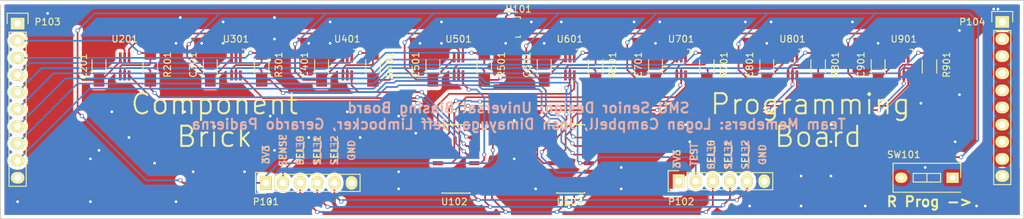
<source format=kicad_pcb>
(kicad_pcb (version 4) (host pcbnew 4.0.0-stable)

  (general
    (links 116)
    (no_connects 0)
    (area 0 0 0 0)
    (thickness 1.6)
    (drawings 36)
    (tracks 747)
    (zones 0)
    (modules 32)
    (nets 34)
  )

  (page A4)
  (layers
    (0 F.Cu signal)
    (31 B.Cu signal)
    (32 B.Adhes user hide)
    (33 F.Adhes user)
    (34 B.Paste user hide)
    (35 F.Paste user)
    (36 B.SilkS user)
    (37 F.SilkS user)
    (38 B.Mask user hide)
    (39 F.Mask user hide)
    (40 Dwgs.User user hide)
    (41 Cmts.User user hide)
    (42 Eco1.User user hide)
    (43 Eco2.User user hide)
    (44 Edge.Cuts user)
    (45 Margin user hide)
    (46 B.CrtYd user hide)
    (47 F.CrtYd user hide)
    (48 B.Fab user hide)
    (49 F.Fab user hide)
  )

  (setup
    (last_trace_width 0.25)
    (trace_clearance 0.2)
    (zone_clearance 0.508)
    (zone_45_only yes)
    (trace_min 0.2)
    (segment_width 0.2)
    (edge_width 0.15)
    (via_size 0.6)
    (via_drill 0.4)
    (via_min_size 0.4)
    (via_min_drill 0.3)
    (uvia_size 0.3)
    (uvia_drill 0.1)
    (uvias_allowed no)
    (uvia_min_size 0.2)
    (uvia_min_drill 0.1)
    (pcb_text_width 0.3)
    (pcb_text_size 1.5 1.5)
    (mod_edge_width 0.15)
    (mod_text_size 1 1)
    (mod_text_width 0.15)
    (pad_size 1.524 1.524)
    (pad_drill 0.762)
    (pad_to_mask_clearance 0.2)
    (aux_axis_origin 0 0)
    (visible_elements 7FFEFE7F)
    (pcbplotparams
      (layerselection 0x00030_80000001)
      (usegerberextensions false)
      (excludeedgelayer true)
      (linewidth 0.100000)
      (plotframeref false)
      (viasonmask false)
      (mode 1)
      (useauxorigin false)
      (hpglpennumber 1)
      (hpglpenspeed 20)
      (hpglpendiameter 15)
      (hpglpenoverlay 2)
      (psnegative false)
      (psa4output false)
      (plotreference true)
      (plotvalue true)
      (plotinvisibletext false)
      (padsonsilk false)
      (subtractmaskfromsilk false)
      (outputformat 1)
      (mirror false)
      (drillshape 1)
      (scaleselection 1)
      (outputdirectory ""))
  )

  (net 0 "")
  (net 1 +3V3)
  (net 2 GND)
  (net 3 /Sense_1/DEVICE)
  (net 4 /Sense_2/DEVICE)
  (net 5 /Sense_3/DEVICE)
  (net 6 /Sense_4/DEVICE)
  (net 7 /Sense_5/DEVICE)
  (net 8 /Sense_6/DEVICE)
  (net 9 /Sense_7/DEVICE)
  (net 10 /Sense_8/DEVICE)
  (net 11 REF)
  (net 12 "Net-(P104-Pad2)")
  (net 13 Sense_Out)
  (net 14 SEL_0)
  (net 15 SEL_1)
  (net 16 SEL_2)
  (net 17 Sense_5)
  (net 18 Sense_7)
  (net 19 Sense_8)
  (net 20 Sense_6)
  (net 21 Sense_4)
  (net 22 Sense_1)
  (net 23 Sense_2)
  (net 24 Sense_3)
  (net 25 Test_In)
  (net 26 Test_1)
  (net 27 Test_2)
  (net 28 Test_3)
  (net 29 Test_4)
  (net 30 Test_5)
  (net 31 Test_6)
  (net 32 Test_7)
  (net 33 Test_8)

  (net_class Default "This is the default net class."
    (clearance 0.2)
    (trace_width 0.25)
    (via_dia 0.6)
    (via_drill 0.4)
    (uvia_dia 0.3)
    (uvia_drill 0.1)
    (add_net +3V3)
    (add_net /Sense_1/DEVICE)
    (add_net /Sense_2/DEVICE)
    (add_net /Sense_3/DEVICE)
    (add_net /Sense_4/DEVICE)
    (add_net /Sense_5/DEVICE)
    (add_net /Sense_6/DEVICE)
    (add_net /Sense_7/DEVICE)
    (add_net /Sense_8/DEVICE)
    (add_net GND)
    (add_net "Net-(P104-Pad2)")
    (add_net REF)
    (add_net SEL_0)
    (add_net SEL_1)
    (add_net SEL_2)
    (add_net Sense_1)
    (add_net Sense_2)
    (add_net Sense_3)
    (add_net Sense_4)
    (add_net Sense_5)
    (add_net Sense_6)
    (add_net Sense_7)
    (add_net Sense_8)
    (add_net Sense_Out)
    (add_net Test_1)
    (add_net Test_2)
    (add_net Test_3)
    (add_net Test_4)
    (add_net Test_5)
    (add_net Test_6)
    (add_net Test_7)
    (add_net Test_8)
    (add_net Test_In)
  )

  (module Capacitors_SMD:C_1206_HandSoldering (layer F.Cu) (tedit 541A9C03) (tstamp 56F0AE2F)
    (at 92.075 71.374 90)
    (descr "Capacitor SMD 1206, hand soldering")
    (tags "capacitor 1206")
    (path /56F0B012/56F1AA26)
    (attr smd)
    (fp_text reference C201 (at 0 -2.3 90) (layer F.SilkS)
      (effects (font (size 1 1) (thickness 0.15)))
    )
    (fp_text value C_Small (at 0 2.3 90) (layer F.Fab)
      (effects (font (size 1 1) (thickness 0.15)))
    )
    (fp_line (start -3.3 -1.15) (end 3.3 -1.15) (layer F.CrtYd) (width 0.05))
    (fp_line (start -3.3 1.15) (end 3.3 1.15) (layer F.CrtYd) (width 0.05))
    (fp_line (start -3.3 -1.15) (end -3.3 1.15) (layer F.CrtYd) (width 0.05))
    (fp_line (start 3.3 -1.15) (end 3.3 1.15) (layer F.CrtYd) (width 0.05))
    (fp_line (start 1 -1.025) (end -1 -1.025) (layer F.SilkS) (width 0.15))
    (fp_line (start -1 1.025) (end 1 1.025) (layer F.SilkS) (width 0.15))
    (pad 1 smd rect (at -2 0 90) (size 2 1.6) (layers F.Cu F.Paste F.Mask)
      (net 1 +3V3))
    (pad 2 smd rect (at 2 0 90) (size 2 1.6) (layers F.Cu F.Paste F.Mask)
      (net 2 GND))
    (model Capacitors_SMD.3dshapes/C_1206_HandSoldering.wrl
      (at (xyz 0 0 0))
      (scale (xyz 1 1 1))
      (rotate (xyz 0 0 0))
    )
  )

  (module Capacitors_SMD:C_1206_HandSoldering (layer F.Cu) (tedit 56F0E3DD) (tstamp 56F0AE35)
    (at 108.585 71.374 90)
    (descr "Capacitor SMD 1206, hand soldering")
    (tags "capacitor 1206")
    (path /56F0B688/56F1AA26)
    (attr smd)
    (fp_text reference C301 (at 0.254 -2.54 90) (layer F.SilkS)
      (effects (font (size 1 1) (thickness 0.15)))
    )
    (fp_text value C_Small (at 0 2.3 90) (layer F.Fab)
      (effects (font (size 1 1) (thickness 0.15)))
    )
    (fp_line (start -3.3 -1.15) (end 3.3 -1.15) (layer F.CrtYd) (width 0.05))
    (fp_line (start -3.3 1.15) (end 3.3 1.15) (layer F.CrtYd) (width 0.05))
    (fp_line (start -3.3 -1.15) (end -3.3 1.15) (layer F.CrtYd) (width 0.05))
    (fp_line (start 3.3 -1.15) (end 3.3 1.15) (layer F.CrtYd) (width 0.05))
    (fp_line (start 1 -1.025) (end -1 -1.025) (layer F.SilkS) (width 0.15))
    (fp_line (start -1 1.025) (end 1 1.025) (layer F.SilkS) (width 0.15))
    (pad 1 smd rect (at -2 0 90) (size 2 1.6) (layers F.Cu F.Paste F.Mask)
      (net 1 +3V3))
    (pad 2 smd rect (at 2 0 90) (size 2 1.6) (layers F.Cu F.Paste F.Mask)
      (net 2 GND))
    (model Capacitors_SMD.3dshapes/C_1206_HandSoldering.wrl
      (at (xyz 0 0 0))
      (scale (xyz 1 1 1))
      (rotate (xyz 0 0 0))
    )
  )

  (module Capacitors_SMD:C_1206_HandSoldering (layer F.Cu) (tedit 56F0E3E9) (tstamp 56F0AE3B)
    (at 125.095 71.374 90)
    (descr "Capacitor SMD 1206, hand soldering")
    (tags "capacitor 1206")
    (path /56F0BD08/56F1AA26)
    (attr smd)
    (fp_text reference C401 (at 0.254 -2.54 90) (layer F.SilkS)
      (effects (font (size 1 1) (thickness 0.15)))
    )
    (fp_text value C_Small (at 0 2.3 90) (layer F.Fab)
      (effects (font (size 1 1) (thickness 0.15)))
    )
    (fp_line (start -3.3 -1.15) (end 3.3 -1.15) (layer F.CrtYd) (width 0.05))
    (fp_line (start -3.3 1.15) (end 3.3 1.15) (layer F.CrtYd) (width 0.05))
    (fp_line (start -3.3 -1.15) (end -3.3 1.15) (layer F.CrtYd) (width 0.05))
    (fp_line (start 3.3 -1.15) (end 3.3 1.15) (layer F.CrtYd) (width 0.05))
    (fp_line (start 1 -1.025) (end -1 -1.025) (layer F.SilkS) (width 0.15))
    (fp_line (start -1 1.025) (end 1 1.025) (layer F.SilkS) (width 0.15))
    (pad 1 smd rect (at -2 0 90) (size 2 1.6) (layers F.Cu F.Paste F.Mask)
      (net 1 +3V3))
    (pad 2 smd rect (at 2 0 90) (size 2 1.6) (layers F.Cu F.Paste F.Mask)
      (net 2 GND))
    (model Capacitors_SMD.3dshapes/C_1206_HandSoldering.wrl
      (at (xyz 0 0 0))
      (scale (xyz 1 1 1))
      (rotate (xyz 0 0 0))
    )
  )

  (module Capacitors_SMD:C_1206_HandSoldering (layer F.Cu) (tedit 56F0E3EA) (tstamp 56F0AE41)
    (at 141.605 71.374 90)
    (descr "Capacitor SMD 1206, hand soldering")
    (tags "capacitor 1206")
    (path /56F0BD10/56F1AA26)
    (attr smd)
    (fp_text reference C501 (at 0.254 -2.54 90) (layer F.SilkS)
      (effects (font (size 1 1) (thickness 0.15)))
    )
    (fp_text value C_Small (at 0 2.3 90) (layer F.Fab)
      (effects (font (size 1 1) (thickness 0.15)))
    )
    (fp_line (start -3.3 -1.15) (end 3.3 -1.15) (layer F.CrtYd) (width 0.05))
    (fp_line (start -3.3 1.15) (end 3.3 1.15) (layer F.CrtYd) (width 0.05))
    (fp_line (start -3.3 -1.15) (end -3.3 1.15) (layer F.CrtYd) (width 0.05))
    (fp_line (start 3.3 -1.15) (end 3.3 1.15) (layer F.CrtYd) (width 0.05))
    (fp_line (start 1 -1.025) (end -1 -1.025) (layer F.SilkS) (width 0.15))
    (fp_line (start -1 1.025) (end 1 1.025) (layer F.SilkS) (width 0.15))
    (pad 1 smd rect (at -2 0 90) (size 2 1.6) (layers F.Cu F.Paste F.Mask)
      (net 1 +3V3))
    (pad 2 smd rect (at 2 0 90) (size 2 1.6) (layers F.Cu F.Paste F.Mask)
      (net 2 GND))
    (model Capacitors_SMD.3dshapes/C_1206_HandSoldering.wrl
      (at (xyz 0 0 0))
      (scale (xyz 1 1 1))
      (rotate (xyz 0 0 0))
    )
  )

  (module Capacitors_SMD:C_1206_HandSoldering (layer F.Cu) (tedit 56F0E3F8) (tstamp 56F0AE47)
    (at 158.115 71.374 90)
    (descr "Capacitor SMD 1206, hand soldering")
    (tags "capacitor 1206")
    (path /56F0C978/56F1AA26)
    (attr smd)
    (fp_text reference C601 (at 0.254 -2.54 90) (layer F.SilkS)
      (effects (font (size 1 1) (thickness 0.15)))
    )
    (fp_text value C_Small (at 0 2.3 90) (layer F.Fab)
      (effects (font (size 1 1) (thickness 0.15)))
    )
    (fp_line (start -3.3 -1.15) (end 3.3 -1.15) (layer F.CrtYd) (width 0.05))
    (fp_line (start -3.3 1.15) (end 3.3 1.15) (layer F.CrtYd) (width 0.05))
    (fp_line (start -3.3 -1.15) (end -3.3 1.15) (layer F.CrtYd) (width 0.05))
    (fp_line (start 3.3 -1.15) (end 3.3 1.15) (layer F.CrtYd) (width 0.05))
    (fp_line (start 1 -1.025) (end -1 -1.025) (layer F.SilkS) (width 0.15))
    (fp_line (start -1 1.025) (end 1 1.025) (layer F.SilkS) (width 0.15))
    (pad 1 smd rect (at -2 0 90) (size 2 1.6) (layers F.Cu F.Paste F.Mask)
      (net 1 +3V3))
    (pad 2 smd rect (at 2 0 90) (size 2 1.6) (layers F.Cu F.Paste F.Mask)
      (net 2 GND))
    (model Capacitors_SMD.3dshapes/C_1206_HandSoldering.wrl
      (at (xyz 0 0 0))
      (scale (xyz 1 1 1))
      (rotate (xyz 0 0 0))
    )
  )

  (module Capacitors_SMD:C_1206_HandSoldering (layer F.Cu) (tedit 56F0E3FC) (tstamp 56F0AE4D)
    (at 174.625 71.374 90)
    (descr "Capacitor SMD 1206, hand soldering")
    (tags "capacitor 1206")
    (path /56F0C980/56F1AA26)
    (attr smd)
    (fp_text reference C701 (at 0.254 -2.54 90) (layer F.SilkS)
      (effects (font (size 1 1) (thickness 0.15)))
    )
    (fp_text value C_Small (at 0 2.3 90) (layer F.Fab)
      (effects (font (size 1 1) (thickness 0.15)))
    )
    (fp_line (start -3.3 -1.15) (end 3.3 -1.15) (layer F.CrtYd) (width 0.05))
    (fp_line (start -3.3 1.15) (end 3.3 1.15) (layer F.CrtYd) (width 0.05))
    (fp_line (start -3.3 -1.15) (end -3.3 1.15) (layer F.CrtYd) (width 0.05))
    (fp_line (start 3.3 -1.15) (end 3.3 1.15) (layer F.CrtYd) (width 0.05))
    (fp_line (start 1 -1.025) (end -1 -1.025) (layer F.SilkS) (width 0.15))
    (fp_line (start -1 1.025) (end 1 1.025) (layer F.SilkS) (width 0.15))
    (pad 1 smd rect (at -2 0 90) (size 2 1.6) (layers F.Cu F.Paste F.Mask)
      (net 1 +3V3))
    (pad 2 smd rect (at 2 0 90) (size 2 1.6) (layers F.Cu F.Paste F.Mask)
      (net 2 GND))
    (model Capacitors_SMD.3dshapes/C_1206_HandSoldering.wrl
      (at (xyz 0 0 0))
      (scale (xyz 1 1 1))
      (rotate (xyz 0 0 0))
    )
  )

  (module Capacitors_SMD:C_1206_HandSoldering (layer F.Cu) (tedit 56F0E409) (tstamp 56F0AE53)
    (at 191.135 71.374 90)
    (descr "Capacitor SMD 1206, hand soldering")
    (tags "capacitor 1206")
    (path /56F0C988/56F1AA26)
    (attr smd)
    (fp_text reference C801 (at 0.254 -2.54 90) (layer F.SilkS)
      (effects (font (size 1 1) (thickness 0.15)))
    )
    (fp_text value C_Small (at 0 2.3 90) (layer F.Fab)
      (effects (font (size 1 1) (thickness 0.15)))
    )
    (fp_line (start -3.3 -1.15) (end 3.3 -1.15) (layer F.CrtYd) (width 0.05))
    (fp_line (start -3.3 1.15) (end 3.3 1.15) (layer F.CrtYd) (width 0.05))
    (fp_line (start -3.3 -1.15) (end -3.3 1.15) (layer F.CrtYd) (width 0.05))
    (fp_line (start 3.3 -1.15) (end 3.3 1.15) (layer F.CrtYd) (width 0.05))
    (fp_line (start 1 -1.025) (end -1 -1.025) (layer F.SilkS) (width 0.15))
    (fp_line (start -1 1.025) (end 1 1.025) (layer F.SilkS) (width 0.15))
    (pad 1 smd rect (at -2 0 90) (size 2 1.6) (layers F.Cu F.Paste F.Mask)
      (net 1 +3V3))
    (pad 2 smd rect (at 2 0 90) (size 2 1.6) (layers F.Cu F.Paste F.Mask)
      (net 2 GND))
    (model Capacitors_SMD.3dshapes/C_1206_HandSoldering.wrl
      (at (xyz 0 0 0))
      (scale (xyz 1 1 1))
      (rotate (xyz 0 0 0))
    )
  )

  (module Capacitors_SMD:C_1206_HandSoldering (layer F.Cu) (tedit 56F0E40A) (tstamp 56F0AE59)
    (at 207.645 71.374 90)
    (descr "Capacitor SMD 1206, hand soldering")
    (tags "capacitor 1206")
    (path /56F0C990/56F1AA26)
    (attr smd)
    (fp_text reference C901 (at 0.254 -2.54 90) (layer F.SilkS)
      (effects (font (size 1 1) (thickness 0.15)))
    )
    (fp_text value C_Small (at 0 2.3 90) (layer F.Fab)
      (effects (font (size 1 1) (thickness 0.15)))
    )
    (fp_line (start -3.3 -1.15) (end 3.3 -1.15) (layer F.CrtYd) (width 0.05))
    (fp_line (start -3.3 1.15) (end 3.3 1.15) (layer F.CrtYd) (width 0.05))
    (fp_line (start -3.3 -1.15) (end -3.3 1.15) (layer F.CrtYd) (width 0.05))
    (fp_line (start 3.3 -1.15) (end 3.3 1.15) (layer F.CrtYd) (width 0.05))
    (fp_line (start 1 -1.025) (end -1 -1.025) (layer F.SilkS) (width 0.15))
    (fp_line (start -1 1.025) (end 1 1.025) (layer F.SilkS) (width 0.15))
    (pad 1 smd rect (at -2 0 90) (size 2 1.6) (layers F.Cu F.Paste F.Mask)
      (net 1 +3V3))
    (pad 2 smd rect (at 2 0 90) (size 2 1.6) (layers F.Cu F.Paste F.Mask)
      (net 2 GND))
    (model Capacitors_SMD.3dshapes/C_1206_HandSoldering.wrl
      (at (xyz 0 0 0))
      (scale (xyz 1 1 1))
      (rotate (xyz 0 0 0))
    )
  )

  (module Pin_Headers:Pin_Header_Straight_1x10 (layer F.Cu) (tedit 56F0E43C) (tstamp 56F0AE83)
    (at 80.01 65.024)
    (descr "Through hole pin header")
    (tags "pin header")
    (path /56F14E3C)
    (fp_text reference P103 (at 4.445 -0.254) (layer F.SilkS)
      (effects (font (size 1 1) (thickness 0.15)))
    )
    (fp_text value CONN_01X10 (at 0 -3.1) (layer F.Fab)
      (effects (font (size 1 1) (thickness 0.15)))
    )
    (fp_line (start -1.75 -1.75) (end -1.75 24.65) (layer F.CrtYd) (width 0.05))
    (fp_line (start 1.75 -1.75) (end 1.75 24.65) (layer F.CrtYd) (width 0.05))
    (fp_line (start -1.75 -1.75) (end 1.75 -1.75) (layer F.CrtYd) (width 0.05))
    (fp_line (start -1.75 24.65) (end 1.75 24.65) (layer F.CrtYd) (width 0.05))
    (fp_line (start 1.27 1.27) (end 1.27 24.13) (layer F.SilkS) (width 0.15))
    (fp_line (start 1.27 24.13) (end -1.27 24.13) (layer F.SilkS) (width 0.15))
    (fp_line (start -1.27 24.13) (end -1.27 1.27) (layer F.SilkS) (width 0.15))
    (fp_line (start 1.55 -1.55) (end 1.55 0) (layer F.SilkS) (width 0.15))
    (fp_line (start 1.27 1.27) (end -1.27 1.27) (layer F.SilkS) (width 0.15))
    (fp_line (start -1.55 0) (end -1.55 -1.55) (layer F.SilkS) (width 0.15))
    (fp_line (start -1.55 -1.55) (end 1.55 -1.55) (layer F.SilkS) (width 0.15))
    (pad 1 thru_hole rect (at 0 0) (size 2.032 1.7272) (drill 1.016) (layers *.Cu *.Mask F.SilkS)
      (net 2 GND))
    (pad 2 thru_hole oval (at 0 2.54) (size 2.032 1.7272) (drill 1.016) (layers *.Cu *.Mask F.SilkS)
      (net 5 /Sense_3/DEVICE))
    (pad 3 thru_hole oval (at 0 5.08) (size 2.032 1.7272) (drill 1.016) (layers *.Cu *.Mask F.SilkS)
      (net 6 /Sense_4/DEVICE))
    (pad 4 thru_hole oval (at 0 7.62) (size 2.032 1.7272) (drill 1.016) (layers *.Cu *.Mask F.SilkS)
      (net 3 /Sense_1/DEVICE))
    (pad 5 thru_hole oval (at 0 10.16) (size 2.032 1.7272) (drill 1.016) (layers *.Cu *.Mask F.SilkS)
      (net 4 /Sense_2/DEVICE))
    (pad 6 thru_hole oval (at 0 12.7) (size 2.032 1.7272) (drill 1.016) (layers *.Cu *.Mask F.SilkS)
      (net 9 /Sense_7/DEVICE))
    (pad 7 thru_hole oval (at 0 15.24) (size 2.032 1.7272) (drill 1.016) (layers *.Cu *.Mask F.SilkS)
      (net 10 /Sense_8/DEVICE))
    (pad 8 thru_hole oval (at 0 17.78) (size 2.032 1.7272) (drill 1.016) (layers *.Cu *.Mask F.SilkS)
      (net 7 /Sense_5/DEVICE))
    (pad 9 thru_hole oval (at 0 20.32) (size 2.032 1.7272) (drill 1.016) (layers *.Cu *.Mask F.SilkS)
      (net 8 /Sense_6/DEVICE))
    (pad 10 thru_hole oval (at 0 22.86) (size 2.032 1.7272) (drill 1.016) (layers *.Cu *.Mask F.SilkS)
      (net 2 GND))
    (model Pin_Headers.3dshapes/Pin_Header_Straight_1x10.wrl
      (at (xyz 0 -0.45 0))
      (scale (xyz 1 1 1))
      (rotate (xyz 0 0 90))
    )
  )

  (module Resistors_SMD:R_1206_HandSoldering (layer F.Cu) (tedit 56F0E3D0) (tstamp 56F0AE89)
    (at 99.695 71.374 90)
    (descr "Resistor SMD 1206, hand soldering")
    (tags "resistor 1206")
    (path /56F0B012/56F0B182)
    (attr smd)
    (fp_text reference R201 (at 0.254 2.54 90) (layer F.SilkS)
      (effects (font (size 1 1) (thickness 0.15)))
    )
    (fp_text value 0.1 (at 0 2.3 90) (layer F.Fab)
      (effects (font (size 1 1) (thickness 0.15)))
    )
    (fp_line (start -3.3 -1.2) (end 3.3 -1.2) (layer F.CrtYd) (width 0.05))
    (fp_line (start -3.3 1.2) (end 3.3 1.2) (layer F.CrtYd) (width 0.05))
    (fp_line (start -3.3 -1.2) (end -3.3 1.2) (layer F.CrtYd) (width 0.05))
    (fp_line (start 3.3 -1.2) (end 3.3 1.2) (layer F.CrtYd) (width 0.05))
    (fp_line (start 1 1.075) (end -1 1.075) (layer F.SilkS) (width 0.15))
    (fp_line (start -1 -1.075) (end 1 -1.075) (layer F.SilkS) (width 0.15))
    (pad 1 smd rect (at -2 0 90) (size 2 1.7) (layers F.Cu F.Paste F.Mask)
      (net 26 Test_1))
    (pad 2 smd rect (at 2 0 90) (size 2 1.7) (layers F.Cu F.Paste F.Mask)
      (net 5 /Sense_3/DEVICE))
    (model Resistors_SMD.3dshapes/R_1206_HandSoldering.wrl
      (at (xyz 0 0 0))
      (scale (xyz 1 1 1))
      (rotate (xyz 0 0 0))
    )
  )

  (module Resistors_SMD:R_1206_HandSoldering (layer F.Cu) (tedit 56F0E3DA) (tstamp 56F0AE8F)
    (at 116.205 71.374 90)
    (descr "Resistor SMD 1206, hand soldering")
    (tags "resistor 1206")
    (path /56F0B688/56F0B182)
    (attr smd)
    (fp_text reference R301 (at 0.254 2.54 90) (layer F.SilkS)
      (effects (font (size 1 1) (thickness 0.15)))
    )
    (fp_text value 0.1 (at 0 2.3 90) (layer F.Fab)
      (effects (font (size 1 1) (thickness 0.15)))
    )
    (fp_line (start -3.3 -1.2) (end 3.3 -1.2) (layer F.CrtYd) (width 0.05))
    (fp_line (start -3.3 1.2) (end 3.3 1.2) (layer F.CrtYd) (width 0.05))
    (fp_line (start -3.3 -1.2) (end -3.3 1.2) (layer F.CrtYd) (width 0.05))
    (fp_line (start 3.3 -1.2) (end 3.3 1.2) (layer F.CrtYd) (width 0.05))
    (fp_line (start 1 1.075) (end -1 1.075) (layer F.SilkS) (width 0.15))
    (fp_line (start -1 -1.075) (end 1 -1.075) (layer F.SilkS) (width 0.15))
    (pad 1 smd rect (at -2 0 90) (size 2 1.7) (layers F.Cu F.Paste F.Mask)
      (net 27 Test_2))
    (pad 2 smd rect (at 2 0 90) (size 2 1.7) (layers F.Cu F.Paste F.Mask)
      (net 6 /Sense_4/DEVICE))
    (model Resistors_SMD.3dshapes/R_1206_HandSoldering.wrl
      (at (xyz 0 0 0))
      (scale (xyz 1 1 1))
      (rotate (xyz 0 0 0))
    )
  )

  (module Resistors_SMD:R_1206_HandSoldering (layer F.Cu) (tedit 56F0E3E7) (tstamp 56F0AE95)
    (at 132.715 71.374 90)
    (descr "Resistor SMD 1206, hand soldering")
    (tags "resistor 1206")
    (path /56F0BD08/56F0B182)
    (attr smd)
    (fp_text reference R401 (at 0.254 2.54 90) (layer F.SilkS)
      (effects (font (size 1 1) (thickness 0.15)))
    )
    (fp_text value 0.1 (at 0 2.3 90) (layer F.Fab)
      (effects (font (size 1 1) (thickness 0.15)))
    )
    (fp_line (start -3.3 -1.2) (end 3.3 -1.2) (layer F.CrtYd) (width 0.05))
    (fp_line (start -3.3 1.2) (end 3.3 1.2) (layer F.CrtYd) (width 0.05))
    (fp_line (start -3.3 -1.2) (end -3.3 1.2) (layer F.CrtYd) (width 0.05))
    (fp_line (start 3.3 -1.2) (end 3.3 1.2) (layer F.CrtYd) (width 0.05))
    (fp_line (start 1 1.075) (end -1 1.075) (layer F.SilkS) (width 0.15))
    (fp_line (start -1 -1.075) (end 1 -1.075) (layer F.SilkS) (width 0.15))
    (pad 1 smd rect (at -2 0 90) (size 2 1.7) (layers F.Cu F.Paste F.Mask)
      (net 28 Test_3))
    (pad 2 smd rect (at 2 0 90) (size 2 1.7) (layers F.Cu F.Paste F.Mask)
      (net 3 /Sense_1/DEVICE))
    (model Resistors_SMD.3dshapes/R_1206_HandSoldering.wrl
      (at (xyz 0 0 0))
      (scale (xyz 1 1 1))
      (rotate (xyz 0 0 0))
    )
  )

  (module Resistors_SMD:R_1206_HandSoldering (layer F.Cu) (tedit 56F0E3EC) (tstamp 56F0AE9B)
    (at 149.225 71.374 90)
    (descr "Resistor SMD 1206, hand soldering")
    (tags "resistor 1206")
    (path /56F0BD10/56F0B182)
    (attr smd)
    (fp_text reference R501 (at 0.254 2.54 90) (layer F.SilkS)
      (effects (font (size 1 1) (thickness 0.15)))
    )
    (fp_text value 0.1 (at 0 2.3 90) (layer F.Fab)
      (effects (font (size 1 1) (thickness 0.15)))
    )
    (fp_line (start -3.3 -1.2) (end 3.3 -1.2) (layer F.CrtYd) (width 0.05))
    (fp_line (start -3.3 1.2) (end 3.3 1.2) (layer F.CrtYd) (width 0.05))
    (fp_line (start -3.3 -1.2) (end -3.3 1.2) (layer F.CrtYd) (width 0.05))
    (fp_line (start 3.3 -1.2) (end 3.3 1.2) (layer F.CrtYd) (width 0.05))
    (fp_line (start 1 1.075) (end -1 1.075) (layer F.SilkS) (width 0.15))
    (fp_line (start -1 -1.075) (end 1 -1.075) (layer F.SilkS) (width 0.15))
    (pad 1 smd rect (at -2 0 90) (size 2 1.7) (layers F.Cu F.Paste F.Mask)
      (net 29 Test_4))
    (pad 2 smd rect (at 2 0 90) (size 2 1.7) (layers F.Cu F.Paste F.Mask)
      (net 4 /Sense_2/DEVICE))
    (model Resistors_SMD.3dshapes/R_1206_HandSoldering.wrl
      (at (xyz 0 0 0))
      (scale (xyz 1 1 1))
      (rotate (xyz 0 0 0))
    )
  )

  (module Resistors_SMD:R_1206_HandSoldering (layer F.Cu) (tedit 56F0E3F6) (tstamp 56F0AEA1)
    (at 165.735 71.374 90)
    (descr "Resistor SMD 1206, hand soldering")
    (tags "resistor 1206")
    (path /56F0C978/56F0B182)
    (attr smd)
    (fp_text reference R601 (at 0.254 2.54 90) (layer F.SilkS)
      (effects (font (size 1 1) (thickness 0.15)))
    )
    (fp_text value 0.1 (at 0 2.3 90) (layer F.Fab)
      (effects (font (size 1 1) (thickness 0.15)))
    )
    (fp_line (start -3.3 -1.2) (end 3.3 -1.2) (layer F.CrtYd) (width 0.05))
    (fp_line (start -3.3 1.2) (end 3.3 1.2) (layer F.CrtYd) (width 0.05))
    (fp_line (start -3.3 -1.2) (end -3.3 1.2) (layer F.CrtYd) (width 0.05))
    (fp_line (start 3.3 -1.2) (end 3.3 1.2) (layer F.CrtYd) (width 0.05))
    (fp_line (start 1 1.075) (end -1 1.075) (layer F.SilkS) (width 0.15))
    (fp_line (start -1 -1.075) (end 1 -1.075) (layer F.SilkS) (width 0.15))
    (pad 1 smd rect (at -2 0 90) (size 2 1.7) (layers F.Cu F.Paste F.Mask)
      (net 30 Test_5))
    (pad 2 smd rect (at 2 0 90) (size 2 1.7) (layers F.Cu F.Paste F.Mask)
      (net 9 /Sense_7/DEVICE))
    (model Resistors_SMD.3dshapes/R_1206_HandSoldering.wrl
      (at (xyz 0 0 0))
      (scale (xyz 1 1 1))
      (rotate (xyz 0 0 0))
    )
  )

  (module Resistors_SMD:R_1206_HandSoldering (layer F.Cu) (tedit 56F0E3FF) (tstamp 56F0AEA7)
    (at 182.245 71.374 90)
    (descr "Resistor SMD 1206, hand soldering")
    (tags "resistor 1206")
    (path /56F0C980/56F0B182)
    (attr smd)
    (fp_text reference R701 (at 0.254 2.54 90) (layer F.SilkS)
      (effects (font (size 1 1) (thickness 0.15)))
    )
    (fp_text value 0.1 (at 0 2.3 90) (layer F.Fab)
      (effects (font (size 1 1) (thickness 0.15)))
    )
    (fp_line (start -3.3 -1.2) (end 3.3 -1.2) (layer F.CrtYd) (width 0.05))
    (fp_line (start -3.3 1.2) (end 3.3 1.2) (layer F.CrtYd) (width 0.05))
    (fp_line (start -3.3 -1.2) (end -3.3 1.2) (layer F.CrtYd) (width 0.05))
    (fp_line (start 3.3 -1.2) (end 3.3 1.2) (layer F.CrtYd) (width 0.05))
    (fp_line (start 1 1.075) (end -1 1.075) (layer F.SilkS) (width 0.15))
    (fp_line (start -1 -1.075) (end 1 -1.075) (layer F.SilkS) (width 0.15))
    (pad 1 smd rect (at -2 0 90) (size 2 1.7) (layers F.Cu F.Paste F.Mask)
      (net 31 Test_6))
    (pad 2 smd rect (at 2 0 90) (size 2 1.7) (layers F.Cu F.Paste F.Mask)
      (net 10 /Sense_8/DEVICE))
    (model Resistors_SMD.3dshapes/R_1206_HandSoldering.wrl
      (at (xyz 0 0 0))
      (scale (xyz 1 1 1))
      (rotate (xyz 0 0 0))
    )
  )

  (module Resistors_SMD:R_1206_HandSoldering (layer F.Cu) (tedit 56F0E408) (tstamp 56F0AEAD)
    (at 198.755 71.374 90)
    (descr "Resistor SMD 1206, hand soldering")
    (tags "resistor 1206")
    (path /56F0C988/56F0B182)
    (attr smd)
    (fp_text reference R801 (at 0.254 2.54 90) (layer F.SilkS)
      (effects (font (size 1 1) (thickness 0.15)))
    )
    (fp_text value 0.1 (at 0 2.3 90) (layer F.Fab)
      (effects (font (size 1 1) (thickness 0.15)))
    )
    (fp_line (start -3.3 -1.2) (end 3.3 -1.2) (layer F.CrtYd) (width 0.05))
    (fp_line (start -3.3 1.2) (end 3.3 1.2) (layer F.CrtYd) (width 0.05))
    (fp_line (start -3.3 -1.2) (end -3.3 1.2) (layer F.CrtYd) (width 0.05))
    (fp_line (start 3.3 -1.2) (end 3.3 1.2) (layer F.CrtYd) (width 0.05))
    (fp_line (start 1 1.075) (end -1 1.075) (layer F.SilkS) (width 0.15))
    (fp_line (start -1 -1.075) (end 1 -1.075) (layer F.SilkS) (width 0.15))
    (pad 1 smd rect (at -2 0 90) (size 2 1.7) (layers F.Cu F.Paste F.Mask)
      (net 32 Test_7))
    (pad 2 smd rect (at 2 0 90) (size 2 1.7) (layers F.Cu F.Paste F.Mask)
      (net 7 /Sense_5/DEVICE))
    (model Resistors_SMD.3dshapes/R_1206_HandSoldering.wrl
      (at (xyz 0 0 0))
      (scale (xyz 1 1 1))
      (rotate (xyz 0 0 0))
    )
  )

  (module Resistors_SMD:R_1206_HandSoldering (layer F.Cu) (tedit 56F0E40E) (tstamp 56F0AEB3)
    (at 215.265 71.374 90)
    (descr "Resistor SMD 1206, hand soldering")
    (tags "resistor 1206")
    (path /56F0C990/56F0B182)
    (attr smd)
    (fp_text reference R901 (at 0.254 2.54 90) (layer F.SilkS)
      (effects (font (size 1 1) (thickness 0.15)))
    )
    (fp_text value 0.1 (at 0 2.3 90) (layer F.Fab)
      (effects (font (size 1 1) (thickness 0.15)))
    )
    (fp_line (start -3.3 -1.2) (end 3.3 -1.2) (layer F.CrtYd) (width 0.05))
    (fp_line (start -3.3 1.2) (end 3.3 1.2) (layer F.CrtYd) (width 0.05))
    (fp_line (start -3.3 -1.2) (end -3.3 1.2) (layer F.CrtYd) (width 0.05))
    (fp_line (start 3.3 -1.2) (end 3.3 1.2) (layer F.CrtYd) (width 0.05))
    (fp_line (start 1 1.075) (end -1 1.075) (layer F.SilkS) (width 0.15))
    (fp_line (start -1 -1.075) (end 1 -1.075) (layer F.SilkS) (width 0.15))
    (pad 1 smd rect (at -2 0 90) (size 2 1.7) (layers F.Cu F.Paste F.Mask)
      (net 33 Test_8))
    (pad 2 smd rect (at 2 0 90) (size 2 1.7) (layers F.Cu F.Paste F.Mask)
      (net 8 /Sense_6/DEVICE))
    (model Resistors_SMD.3dshapes/R_1206_HandSoldering.wrl
      (at (xyz 0 0 0))
      (scale (xyz 1 1 1))
      (rotate (xyz 0 0 0))
    )
  )

  (module TO_SOT_Packages_SMD:SOT-23_Handsoldering (layer F.Cu) (tedit 56F0E3F3) (tstamp 56F0AEBA)
    (at 153.924 65.532 270)
    (descr "SOT-23, Handsoldering")
    (tags SOT-23)
    (path /56F0DE09)
    (attr smd)
    (fp_text reference U101 (at -2.667 -0.381 360) (layer F.SilkS)
      (effects (font (size 1 1) (thickness 0.15)))
    )
    (fp_text value REF3318 (at 0 3.81 270) (layer F.Fab)
      (effects (font (size 1 1) (thickness 0.15)))
    )
    (fp_line (start -1.49982 0.0508) (end -1.49982 -0.65024) (layer F.SilkS) (width 0.15))
    (fp_line (start -1.49982 -0.65024) (end -1.2509 -0.65024) (layer F.SilkS) (width 0.15))
    (fp_line (start 1.29916 -0.65024) (end 1.49982 -0.65024) (layer F.SilkS) (width 0.15))
    (fp_line (start 1.49982 -0.65024) (end 1.49982 0.0508) (layer F.SilkS) (width 0.15))
    (pad 1 smd rect (at -0.95 1.50114 270) (size 0.8001 1.80086) (layers F.Cu F.Paste F.Mask)
      (net 1 +3V3))
    (pad 2 smd rect (at 0.95 1.50114 270) (size 0.8001 1.80086) (layers F.Cu F.Paste F.Mask)
      (net 11 REF))
    (pad 3 smd rect (at 0 -1.50114 270) (size 0.8001 1.80086) (layers F.Cu F.Paste F.Mask)
      (net 2 GND))
    (model TO_SOT_Packages_SMD.3dshapes/SOT-23_Handsoldering.wrl
      (at (xyz 0 0 0))
      (scale (xyz 1 1 1))
      (rotate (xyz 0 0 0))
    )
  )

  (module TO_SOT_Packages_SMD:SC-70-6_Handsoldering (layer F.Cu) (tedit 56F0E3E0) (tstamp 56F0AEC4)
    (at 95.885 71.374 180)
    (descr "SC-70-6, Handsoldering,")
    (tags "SC-70-6, Handsoldering,")
    (path /56F0B012/56F0B17B)
    (attr smd)
    (fp_text reference U201 (at 0 4.064 180) (layer F.SilkS)
      (effects (font (size 1 1) (thickness 0.15)))
    )
    (fp_text value INA213 (at -0.23876 4.11988 180) (layer F.Fab)
      (effects (font (size 1 1) (thickness 0.15)))
    )
    (fp_line (start -1.3208 1.97866) (end -1.3208 2.54762) (layer F.SilkS) (width 0.15))
    (fp_line (start -1.3208 2.54762) (end -0.90932 2.54762) (layer F.SilkS) (width 0.15))
    (pad 1 smd rect (at -0.65024 1.33096 180) (size 0.39878 1.50114) (layers F.Cu F.Paste F.Mask)
      (net 11 REF))
    (pad 2 smd rect (at 0 1.33096 180) (size 0.39878 1.50114) (layers F.Cu F.Paste F.Mask)
      (net 2 GND))
    (pad 3 smd rect (at 0.65024 1.33096 180) (size 0.39878 1.50114) (layers F.Cu F.Paste F.Mask)
      (net 1 +3V3))
    (pad 4 smd rect (at 0.65024 -1.33096 180) (size 0.39878 1.50114) (layers F.Cu F.Paste F.Mask)
      (net 5 /Sense_3/DEVICE))
    (pad 5 smd rect (at 0 -1.33096 180) (size 0.39878 1.50114) (layers F.Cu F.Paste F.Mask)
      (net 26 Test_1))
    (pad 6 smd rect (at -0.65024 -1.33096 180) (size 0.39878 1.50114) (layers F.Cu F.Paste F.Mask)
      (net 22 Sense_1))
    (model TO_SOT_Packages_SMD.3dshapes/SC-70-6_Handsoldering.wrl
      (at (xyz 0 0 0))
      (scale (xyz 1 1 1))
      (rotate (xyz 0 0 0))
    )
  )

  (module TO_SOT_Packages_SMD:SC-70-6_Handsoldering (layer F.Cu) (tedit 56F0E3D6) (tstamp 56F0AECE)
    (at 112.395 71.374 180)
    (descr "SC-70-6, Handsoldering,")
    (tags "SC-70-6, Handsoldering,")
    (path /56F0B688/56F0B17B)
    (attr smd)
    (fp_text reference U301 (at 0 4.064 180) (layer F.SilkS)
      (effects (font (size 1 1) (thickness 0.15)))
    )
    (fp_text value INA213 (at -0.23876 4.11988 180) (layer F.Fab)
      (effects (font (size 1 1) (thickness 0.15)))
    )
    (fp_line (start -1.3208 1.97866) (end -1.3208 2.54762) (layer F.SilkS) (width 0.15))
    (fp_line (start -1.3208 2.54762) (end -0.90932 2.54762) (layer F.SilkS) (width 0.15))
    (pad 1 smd rect (at -0.65024 1.33096 180) (size 0.39878 1.50114) (layers F.Cu F.Paste F.Mask)
      (net 11 REF))
    (pad 2 smd rect (at 0 1.33096 180) (size 0.39878 1.50114) (layers F.Cu F.Paste F.Mask)
      (net 2 GND))
    (pad 3 smd rect (at 0.65024 1.33096 180) (size 0.39878 1.50114) (layers F.Cu F.Paste F.Mask)
      (net 1 +3V3))
    (pad 4 smd rect (at 0.65024 -1.33096 180) (size 0.39878 1.50114) (layers F.Cu F.Paste F.Mask)
      (net 6 /Sense_4/DEVICE))
    (pad 5 smd rect (at 0 -1.33096 180) (size 0.39878 1.50114) (layers F.Cu F.Paste F.Mask)
      (net 27 Test_2))
    (pad 6 smd rect (at -0.65024 -1.33096 180) (size 0.39878 1.50114) (layers F.Cu F.Paste F.Mask)
      (net 23 Sense_2))
    (model TO_SOT_Packages_SMD.3dshapes/SC-70-6_Handsoldering.wrl
      (at (xyz 0 0 0))
      (scale (xyz 1 1 1))
      (rotate (xyz 0 0 0))
    )
  )

  (module TO_SOT_Packages_SMD:SC-70-6_Handsoldering (layer F.Cu) (tedit 56F0E3E4) (tstamp 56F0AED8)
    (at 128.905 71.374 180)
    (descr "SC-70-6, Handsoldering,")
    (tags "SC-70-6, Handsoldering,")
    (path /56F0BD08/56F0B17B)
    (attr smd)
    (fp_text reference U401 (at 0 4.064 180) (layer F.SilkS)
      (effects (font (size 1 1) (thickness 0.15)))
    )
    (fp_text value INA213 (at -0.23876 4.11988 180) (layer F.Fab)
      (effects (font (size 1 1) (thickness 0.15)))
    )
    (fp_line (start -1.3208 1.97866) (end -1.3208 2.54762) (layer F.SilkS) (width 0.15))
    (fp_line (start -1.3208 2.54762) (end -0.90932 2.54762) (layer F.SilkS) (width 0.15))
    (pad 1 smd rect (at -0.65024 1.33096 180) (size 0.39878 1.50114) (layers F.Cu F.Paste F.Mask)
      (net 11 REF))
    (pad 2 smd rect (at 0 1.33096 180) (size 0.39878 1.50114) (layers F.Cu F.Paste F.Mask)
      (net 2 GND))
    (pad 3 smd rect (at 0.65024 1.33096 180) (size 0.39878 1.50114) (layers F.Cu F.Paste F.Mask)
      (net 1 +3V3))
    (pad 4 smd rect (at 0.65024 -1.33096 180) (size 0.39878 1.50114) (layers F.Cu F.Paste F.Mask)
      (net 3 /Sense_1/DEVICE))
    (pad 5 smd rect (at 0 -1.33096 180) (size 0.39878 1.50114) (layers F.Cu F.Paste F.Mask)
      (net 28 Test_3))
    (pad 6 smd rect (at -0.65024 -1.33096 180) (size 0.39878 1.50114) (layers F.Cu F.Paste F.Mask)
      (net 24 Sense_3))
    (model TO_SOT_Packages_SMD.3dshapes/SC-70-6_Handsoldering.wrl
      (at (xyz 0 0 0))
      (scale (xyz 1 1 1))
      (rotate (xyz 0 0 0))
    )
  )

  (module TO_SOT_Packages_SMD:SC-70-6_Handsoldering (layer F.Cu) (tedit 56F0E3EF) (tstamp 56F0AEE2)
    (at 145.415 71.374 180)
    (descr "SC-70-6, Handsoldering,")
    (tags "SC-70-6, Handsoldering,")
    (path /56F0BD10/56F0B17B)
    (attr smd)
    (fp_text reference U501 (at 0 4.064 180) (layer F.SilkS)
      (effects (font (size 1 1) (thickness 0.15)))
    )
    (fp_text value INA213 (at -0.23876 4.11988 180) (layer F.Fab)
      (effects (font (size 1 1) (thickness 0.15)))
    )
    (fp_line (start -1.3208 1.97866) (end -1.3208 2.54762) (layer F.SilkS) (width 0.15))
    (fp_line (start -1.3208 2.54762) (end -0.90932 2.54762) (layer F.SilkS) (width 0.15))
    (pad 1 smd rect (at -0.65024 1.33096 180) (size 0.39878 1.50114) (layers F.Cu F.Paste F.Mask)
      (net 11 REF))
    (pad 2 smd rect (at 0 1.33096 180) (size 0.39878 1.50114) (layers F.Cu F.Paste F.Mask)
      (net 2 GND))
    (pad 3 smd rect (at 0.65024 1.33096 180) (size 0.39878 1.50114) (layers F.Cu F.Paste F.Mask)
      (net 1 +3V3))
    (pad 4 smd rect (at 0.65024 -1.33096 180) (size 0.39878 1.50114) (layers F.Cu F.Paste F.Mask)
      (net 4 /Sense_2/DEVICE))
    (pad 5 smd rect (at 0 -1.33096 180) (size 0.39878 1.50114) (layers F.Cu F.Paste F.Mask)
      (net 29 Test_4))
    (pad 6 smd rect (at -0.65024 -1.33096 180) (size 0.39878 1.50114) (layers F.Cu F.Paste F.Mask)
      (net 21 Sense_4))
    (model TO_SOT_Packages_SMD.3dshapes/SC-70-6_Handsoldering.wrl
      (at (xyz 0 0 0))
      (scale (xyz 1 1 1))
      (rotate (xyz 0 0 0))
    )
  )

  (module TO_SOT_Packages_SMD:SC-70-6_Handsoldering (layer F.Cu) (tedit 56F0E3FA) (tstamp 56F0AEEC)
    (at 161.925 71.374 180)
    (descr "SC-70-6, Handsoldering,")
    (tags "SC-70-6, Handsoldering,")
    (path /56F0C978/56F0B17B)
    (attr smd)
    (fp_text reference U601 (at 0 4.064 180) (layer F.SilkS)
      (effects (font (size 1 1) (thickness 0.15)))
    )
    (fp_text value INA213 (at -0.23876 4.11988 180) (layer F.Fab)
      (effects (font (size 1 1) (thickness 0.15)))
    )
    (fp_line (start -1.3208 1.97866) (end -1.3208 2.54762) (layer F.SilkS) (width 0.15))
    (fp_line (start -1.3208 2.54762) (end -0.90932 2.54762) (layer F.SilkS) (width 0.15))
    (pad 1 smd rect (at -0.65024 1.33096 180) (size 0.39878 1.50114) (layers F.Cu F.Paste F.Mask)
      (net 11 REF))
    (pad 2 smd rect (at 0 1.33096 180) (size 0.39878 1.50114) (layers F.Cu F.Paste F.Mask)
      (net 2 GND))
    (pad 3 smd rect (at 0.65024 1.33096 180) (size 0.39878 1.50114) (layers F.Cu F.Paste F.Mask)
      (net 1 +3V3))
    (pad 4 smd rect (at 0.65024 -1.33096 180) (size 0.39878 1.50114) (layers F.Cu F.Paste F.Mask)
      (net 9 /Sense_7/DEVICE))
    (pad 5 smd rect (at 0 -1.33096 180) (size 0.39878 1.50114) (layers F.Cu F.Paste F.Mask)
      (net 30 Test_5))
    (pad 6 smd rect (at -0.65024 -1.33096 180) (size 0.39878 1.50114) (layers F.Cu F.Paste F.Mask)
      (net 17 Sense_5))
    (model TO_SOT_Packages_SMD.3dshapes/SC-70-6_Handsoldering.wrl
      (at (xyz 0 0 0))
      (scale (xyz 1 1 1))
      (rotate (xyz 0 0 0))
    )
  )

  (module TO_SOT_Packages_SMD:SC-70-6_Handsoldering (layer F.Cu) (tedit 56F0E401) (tstamp 56F0AEF6)
    (at 178.435 71.374 180)
    (descr "SC-70-6, Handsoldering,")
    (tags "SC-70-6, Handsoldering,")
    (path /56F0C980/56F0B17B)
    (attr smd)
    (fp_text reference U701 (at 0 4.064 180) (layer F.SilkS)
      (effects (font (size 1 1) (thickness 0.15)))
    )
    (fp_text value INA213 (at -0.23876 4.11988 180) (layer F.Fab)
      (effects (font (size 1 1) (thickness 0.15)))
    )
    (fp_line (start -1.3208 1.97866) (end -1.3208 2.54762) (layer F.SilkS) (width 0.15))
    (fp_line (start -1.3208 2.54762) (end -0.90932 2.54762) (layer F.SilkS) (width 0.15))
    (pad 1 smd rect (at -0.65024 1.33096 180) (size 0.39878 1.50114) (layers F.Cu F.Paste F.Mask)
      (net 11 REF))
    (pad 2 smd rect (at 0 1.33096 180) (size 0.39878 1.50114) (layers F.Cu F.Paste F.Mask)
      (net 2 GND))
    (pad 3 smd rect (at 0.65024 1.33096 180) (size 0.39878 1.50114) (layers F.Cu F.Paste F.Mask)
      (net 1 +3V3))
    (pad 4 smd rect (at 0.65024 -1.33096 180) (size 0.39878 1.50114) (layers F.Cu F.Paste F.Mask)
      (net 10 /Sense_8/DEVICE))
    (pad 5 smd rect (at 0 -1.33096 180) (size 0.39878 1.50114) (layers F.Cu F.Paste F.Mask)
      (net 31 Test_6))
    (pad 6 smd rect (at -0.65024 -1.33096 180) (size 0.39878 1.50114) (layers F.Cu F.Paste F.Mask)
      (net 20 Sense_6))
    (model TO_SOT_Packages_SMD.3dshapes/SC-70-6_Handsoldering.wrl
      (at (xyz 0 0 0))
      (scale (xyz 1 1 1))
      (rotate (xyz 0 0 0))
    )
  )

  (module TO_SOT_Packages_SMD:SC-70-6_Handsoldering (layer F.Cu) (tedit 56F0E406) (tstamp 56F0AF00)
    (at 194.945 71.374 180)
    (descr "SC-70-6, Handsoldering,")
    (tags "SC-70-6, Handsoldering,")
    (path /56F0C988/56F0B17B)
    (attr smd)
    (fp_text reference U801 (at 0 4.064 180) (layer F.SilkS)
      (effects (font (size 1 1) (thickness 0.15)))
    )
    (fp_text value INA213 (at -0.23876 4.11988 180) (layer F.Fab)
      (effects (font (size 1 1) (thickness 0.15)))
    )
    (fp_line (start -1.3208 1.97866) (end -1.3208 2.54762) (layer F.SilkS) (width 0.15))
    (fp_line (start -1.3208 2.54762) (end -0.90932 2.54762) (layer F.SilkS) (width 0.15))
    (pad 1 smd rect (at -0.65024 1.33096 180) (size 0.39878 1.50114) (layers F.Cu F.Paste F.Mask)
      (net 11 REF))
    (pad 2 smd rect (at 0 1.33096 180) (size 0.39878 1.50114) (layers F.Cu F.Paste F.Mask)
      (net 2 GND))
    (pad 3 smd rect (at 0.65024 1.33096 180) (size 0.39878 1.50114) (layers F.Cu F.Paste F.Mask)
      (net 1 +3V3))
    (pad 4 smd rect (at 0.65024 -1.33096 180) (size 0.39878 1.50114) (layers F.Cu F.Paste F.Mask)
      (net 7 /Sense_5/DEVICE))
    (pad 5 smd rect (at 0 -1.33096 180) (size 0.39878 1.50114) (layers F.Cu F.Paste F.Mask)
      (net 32 Test_7))
    (pad 6 smd rect (at -0.65024 -1.33096 180) (size 0.39878 1.50114) (layers F.Cu F.Paste F.Mask)
      (net 18 Sense_7))
    (model TO_SOT_Packages_SMD.3dshapes/SC-70-6_Handsoldering.wrl
      (at (xyz 0 0 0))
      (scale (xyz 1 1 1))
      (rotate (xyz 0 0 0))
    )
  )

  (module TO_SOT_Packages_SMD:SC-70-6_Handsoldering (layer F.Cu) (tedit 56F0E411) (tstamp 56F0AF0A)
    (at 211.455 71.374 180)
    (descr "SC-70-6, Handsoldering,")
    (tags "SC-70-6, Handsoldering,")
    (path /56F0C990/56F0B17B)
    (attr smd)
    (fp_text reference U901 (at 0 4.064 180) (layer F.SilkS)
      (effects (font (size 1 1) (thickness 0.15)))
    )
    (fp_text value INA213 (at -0.23876 4.11988 180) (layer F.Fab)
      (effects (font (size 1 1) (thickness 0.15)))
    )
    (fp_line (start -1.3208 1.97866) (end -1.3208 2.54762) (layer F.SilkS) (width 0.15))
    (fp_line (start -1.3208 2.54762) (end -0.90932 2.54762) (layer F.SilkS) (width 0.15))
    (pad 1 smd rect (at -0.65024 1.33096 180) (size 0.39878 1.50114) (layers F.Cu F.Paste F.Mask)
      (net 11 REF))
    (pad 2 smd rect (at 0 1.33096 180) (size 0.39878 1.50114) (layers F.Cu F.Paste F.Mask)
      (net 2 GND))
    (pad 3 smd rect (at 0.65024 1.33096 180) (size 0.39878 1.50114) (layers F.Cu F.Paste F.Mask)
      (net 1 +3V3))
    (pad 4 smd rect (at 0.65024 -1.33096 180) (size 0.39878 1.50114) (layers F.Cu F.Paste F.Mask)
      (net 8 /Sense_6/DEVICE))
    (pad 5 smd rect (at 0 -1.33096 180) (size 0.39878 1.50114) (layers F.Cu F.Paste F.Mask)
      (net 33 Test_8))
    (pad 6 smd rect (at -0.65024 -1.33096 180) (size 0.39878 1.50114) (layers F.Cu F.Paste F.Mask)
      (net 19 Sense_8))
    (model TO_SOT_Packages_SMD.3dshapes/SC-70-6_Handsoldering.wrl
      (at (xyz 0 0 0))
      (scale (xyz 1 1 1))
      (rotate (xyz 0 0 0))
    )
  )

  (module Pin_Headers:Pin_Header_Straight_1x10 (layer F.Cu) (tedit 56F0E416) (tstamp 56F0B157)
    (at 226.06 64.77)
    (descr "Through hole pin header")
    (tags "pin header")
    (path /56F1CD58)
    (fp_text reference P104 (at -4.445 0) (layer F.SilkS)
      (effects (font (size 1 1) (thickness 0.15)))
    )
    (fp_text value CONN_01X10 (at 0 -3.1) (layer F.Fab)
      (effects (font (size 1 1) (thickness 0.15)))
    )
    (fp_line (start -1.75 -1.75) (end -1.75 24.65) (layer F.CrtYd) (width 0.05))
    (fp_line (start 1.75 -1.75) (end 1.75 24.65) (layer F.CrtYd) (width 0.05))
    (fp_line (start -1.75 -1.75) (end 1.75 -1.75) (layer F.CrtYd) (width 0.05))
    (fp_line (start -1.75 24.65) (end 1.75 24.65) (layer F.CrtYd) (width 0.05))
    (fp_line (start 1.27 1.27) (end 1.27 24.13) (layer F.SilkS) (width 0.15))
    (fp_line (start 1.27 24.13) (end -1.27 24.13) (layer F.SilkS) (width 0.15))
    (fp_line (start -1.27 24.13) (end -1.27 1.27) (layer F.SilkS) (width 0.15))
    (fp_line (start 1.55 -1.55) (end 1.55 0) (layer F.SilkS) (width 0.15))
    (fp_line (start 1.27 1.27) (end -1.27 1.27) (layer F.SilkS) (width 0.15))
    (fp_line (start -1.55 0) (end -1.55 -1.55) (layer F.SilkS) (width 0.15))
    (fp_line (start -1.55 -1.55) (end 1.55 -1.55) (layer F.SilkS) (width 0.15))
    (pad 1 thru_hole rect (at 0 0) (size 2.032 1.7272) (drill 1.016) (layers *.Cu *.Mask F.SilkS)
      (net 2 GND))
    (pad 2 thru_hole oval (at 0 2.54) (size 2.032 1.7272) (drill 1.016) (layers *.Cu *.Mask F.SilkS)
      (net 12 "Net-(P104-Pad2)"))
    (pad 3 thru_hole oval (at 0 5.08) (size 2.032 1.7272) (drill 1.016) (layers *.Cu *.Mask F.SilkS)
      (net 12 "Net-(P104-Pad2)"))
    (pad 4 thru_hole oval (at 0 7.62) (size 2.032 1.7272) (drill 1.016) (layers *.Cu *.Mask F.SilkS)
      (net 12 "Net-(P104-Pad2)"))
    (pad 5 thru_hole oval (at 0 10.16) (size 2.032 1.7272) (drill 1.016) (layers *.Cu *.Mask F.SilkS)
      (net 12 "Net-(P104-Pad2)"))
    (pad 6 thru_hole oval (at 0 12.7) (size 2.032 1.7272) (drill 1.016) (layers *.Cu *.Mask F.SilkS)
      (net 12 "Net-(P104-Pad2)"))
    (pad 7 thru_hole oval (at 0 15.24) (size 2.032 1.7272) (drill 1.016) (layers *.Cu *.Mask F.SilkS)
      (net 12 "Net-(P104-Pad2)"))
    (pad 8 thru_hole oval (at 0 17.78) (size 2.032 1.7272) (drill 1.016) (layers *.Cu *.Mask F.SilkS)
      (net 12 "Net-(P104-Pad2)"))
    (pad 9 thru_hole oval (at 0 20.32) (size 2.032 1.7272) (drill 1.016) (layers *.Cu *.Mask F.SilkS)
      (net 12 "Net-(P104-Pad2)"))
    (pad 10 thru_hole oval (at 0 22.86) (size 2.032 1.7272) (drill 1.016) (layers *.Cu *.Mask F.SilkS)
      (net 2 GND))
    (model Pin_Headers.3dshapes/Pin_Header_Straight_1x10.wrl
      (at (xyz 0 -0.45 0))
      (scale (xyz 1 1 1))
      (rotate (xyz 0 0 90))
    )
  )

  (module Buttons_Switches_ThroughHole:SW_DIP_x1_Slide (layer F.Cu) (tedit 56F0E41B) (tstamp 56F0B2D7)
    (at 218.694 87.884 90)
    (descr "CTS Electrocomponents, Series 206/208")
    (path /56F20BF5)
    (fp_text reference SW101 (at 3.429 -7.239 180) (layer F.SilkS)
      (effects (font (size 1 1) (thickness 0.15)))
    )
    (fp_text value SPST (at 0.5 2.4 90) (layer F.Fab)
      (effects (font (size 1 1) (thickness 0.15)))
    )
    (fp_line (start 2.5 1.55) (end -2.5 1.55) (layer F.CrtYd) (width 0.05))
    (fp_line (start -2.5 1.55) (end -2.5 -9.15) (layer F.CrtYd) (width 0.05))
    (fp_line (start -2.5 -9.15) (end 2.5 -9.15) (layer F.CrtYd) (width 0.05))
    (fp_line (start 2.5 -9.15) (end 2.5 1.55) (layer F.CrtYd) (width 0.05))
    (fp_line (start -2.15 -8.83) (end 2.15 -8.83) (layer F.SilkS) (width 0.15))
    (fp_line (start 0 1.21) (end 2.15 1.21) (layer F.SilkS) (width 0.15))
    (fp_line (start -2.15 -8.83) (end -2.15 1.21) (layer F.SilkS) (width 0.15))
    (fp_line (start 2.15 -8.83) (end 2.15 1.21) (layer F.SilkS) (width 0.15))
    (fp_line (start -0.64 -3.81) (end 0.64 -3.81) (layer F.SilkS) (width 0.15))
    (fp_line (start -0.64 -5.84) (end -0.64 -1.78) (layer F.SilkS) (width 0.15))
    (fp_line (start -0.64 -1.78) (end 0.64 -1.78) (layer F.SilkS) (width 0.15))
    (fp_line (start 0.64 -1.78) (end 0.64 -5.84) (layer F.SilkS) (width 0.15))
    (fp_line (start 0.64 -5.84) (end -0.64 -5.84) (layer F.SilkS) (width 0.15))
    (pad 1 thru_hole rect (at 0 0 90) (size 1.524 1.824) (drill 0.762) (layers *.Cu *.Mask F.SilkS)
      (net 12 "Net-(P104-Pad2)"))
    (pad 2 thru_hole oval (at 0 -7.62 90) (size 1.524 1.824) (drill 0.762) (layers *.Cu *.Mask F.SilkS)
      (net 1 +3V3))
    (model Buttons_Switches_ThroughHole.3dshapes/SW_DIP_x1_Slide.wrl
      (at (xyz 0 0 0))
      (scale (xyz 1 1 1))
      (rotate (xyz 0 0 0))
    )
  )

  (module Housings_SOIC:SOIC-16_3.9x9.9mm_Pitch1.27mm (layer F.Cu) (tedit 56F0E42C) (tstamp 56F0D101)
    (at 145.034 85.09)
    (descr "16-Lead Plastic Small Outline (SL) - Narrow, 3.90 mm Body [SOIC] (see Microchip Packaging Specification 00000049BS.pdf)")
    (tags "SOIC 1.27")
    (path /56F33435)
    (attr smd)
    (fp_text reference U102 (at -0.254 6.35) (layer F.SilkS)
      (effects (font (size 1 1) (thickness 0.15)))
    )
    (fp_text value CD74HC4051 (at 0 6) (layer F.Fab)
      (effects (font (size 1 1) (thickness 0.15)))
    )
    (fp_line (start -3.7 -5.25) (end -3.7 5.25) (layer F.CrtYd) (width 0.05))
    (fp_line (start 3.7 -5.25) (end 3.7 5.25) (layer F.CrtYd) (width 0.05))
    (fp_line (start -3.7 -5.25) (end 3.7 -5.25) (layer F.CrtYd) (width 0.05))
    (fp_line (start -3.7 5.25) (end 3.7 5.25) (layer F.CrtYd) (width 0.05))
    (fp_line (start -2.075 -5.075) (end -2.075 -4.97) (layer F.SilkS) (width 0.15))
    (fp_line (start 2.075 -5.075) (end 2.075 -4.97) (layer F.SilkS) (width 0.15))
    (fp_line (start 2.075 5.075) (end 2.075 4.97) (layer F.SilkS) (width 0.15))
    (fp_line (start -2.075 5.075) (end -2.075 4.97) (layer F.SilkS) (width 0.15))
    (fp_line (start -2.075 -5.075) (end 2.075 -5.075) (layer F.SilkS) (width 0.15))
    (fp_line (start -2.075 5.075) (end 2.075 5.075) (layer F.SilkS) (width 0.15))
    (fp_line (start -2.075 -4.97) (end -3.45 -4.97) (layer F.SilkS) (width 0.15))
    (pad 1 smd rect (at -2.7 -4.445) (size 1.5 0.6) (layers F.Cu F.Paste F.Mask)
      (net 17 Sense_5))
    (pad 2 smd rect (at -2.7 -3.175) (size 1.5 0.6) (layers F.Cu F.Paste F.Mask)
      (net 18 Sense_7))
    (pad 3 smd rect (at -2.7 -1.905) (size 1.5 0.6) (layers F.Cu F.Paste F.Mask)
      (net 13 Sense_Out))
    (pad 4 smd rect (at -2.7 -0.635) (size 1.5 0.6) (layers F.Cu F.Paste F.Mask)
      (net 19 Sense_8))
    (pad 5 smd rect (at -2.7 0.635) (size 1.5 0.6) (layers F.Cu F.Paste F.Mask)
      (net 20 Sense_6))
    (pad 6 smd rect (at -2.7 1.905) (size 1.5 0.6) (layers F.Cu F.Paste F.Mask)
      (net 2 GND))
    (pad 7 smd rect (at -2.7 3.175) (size 1.5 0.6) (layers F.Cu F.Paste F.Mask)
      (net 2 GND))
    (pad 8 smd rect (at -2.7 4.445) (size 1.5 0.6) (layers F.Cu F.Paste F.Mask)
      (net 2 GND))
    (pad 9 smd rect (at 2.7 4.445) (size 1.5 0.6) (layers F.Cu F.Paste F.Mask)
      (net 16 SEL_2))
    (pad 10 smd rect (at 2.7 3.175) (size 1.5 0.6) (layers F.Cu F.Paste F.Mask)
      (net 15 SEL_1))
    (pad 11 smd rect (at 2.7 1.905) (size 1.5 0.6) (layers F.Cu F.Paste F.Mask)
      (net 14 SEL_0))
    (pad 12 smd rect (at 2.7 0.635) (size 1.5 0.6) (layers F.Cu F.Paste F.Mask)
      (net 21 Sense_4))
    (pad 13 smd rect (at 2.7 -0.635) (size 1.5 0.6) (layers F.Cu F.Paste F.Mask)
      (net 22 Sense_1))
    (pad 14 smd rect (at 2.7 -1.905) (size 1.5 0.6) (layers F.Cu F.Paste F.Mask)
      (net 23 Sense_2))
    (pad 15 smd rect (at 2.7 -3.175) (size 1.5 0.6) (layers F.Cu F.Paste F.Mask)
      (net 24 Sense_3))
    (pad 16 smd rect (at 2.7 -4.445) (size 1.5 0.6) (layers F.Cu F.Paste F.Mask)
      (net 1 +3V3))
    (model Housings_SOIC.3dshapes/SOIC-16_3.9x9.9mm_Pitch1.27mm.wrl
      (at (xyz 0 0 0))
      (scale (xyz 1 1 1))
      (rotate (xyz 0 0 0))
    )
  )

  (module Pin_Headers:Pin_Header_Straight_1x06 (layer F.Cu) (tedit 56F0E424) (tstamp 56F0D443)
    (at 116.84 88.646 90)
    (descr "Through hole pin header")
    (tags "pin header")
    (path /56F36881)
    (fp_text reference P101 (at -2.794 0 180) (layer F.SilkS)
      (effects (font (size 1 1) (thickness 0.15)))
    )
    (fp_text value CONN_01X06 (at 0 -3.1 90) (layer F.Fab)
      (effects (font (size 1 1) (thickness 0.15)))
    )
    (fp_line (start -1.75 -1.75) (end -1.75 14.45) (layer F.CrtYd) (width 0.05))
    (fp_line (start 1.75 -1.75) (end 1.75 14.45) (layer F.CrtYd) (width 0.05))
    (fp_line (start -1.75 -1.75) (end 1.75 -1.75) (layer F.CrtYd) (width 0.05))
    (fp_line (start -1.75 14.45) (end 1.75 14.45) (layer F.CrtYd) (width 0.05))
    (fp_line (start 1.27 1.27) (end 1.27 13.97) (layer F.SilkS) (width 0.15))
    (fp_line (start 1.27 13.97) (end -1.27 13.97) (layer F.SilkS) (width 0.15))
    (fp_line (start -1.27 13.97) (end -1.27 1.27) (layer F.SilkS) (width 0.15))
    (fp_line (start 1.55 -1.55) (end 1.55 0) (layer F.SilkS) (width 0.15))
    (fp_line (start 1.27 1.27) (end -1.27 1.27) (layer F.SilkS) (width 0.15))
    (fp_line (start -1.55 0) (end -1.55 -1.55) (layer F.SilkS) (width 0.15))
    (fp_line (start -1.55 -1.55) (end 1.55 -1.55) (layer F.SilkS) (width 0.15))
    (pad 1 thru_hole rect (at 0 0 90) (size 2.032 1.7272) (drill 1.016) (layers *.Cu *.Mask F.SilkS)
      (net 1 +3V3))
    (pad 2 thru_hole oval (at 0 2.54 90) (size 2.032 1.7272) (drill 1.016) (layers *.Cu *.Mask F.SilkS)
      (net 13 Sense_Out))
    (pad 3 thru_hole oval (at 0 5.08 90) (size 2.032 1.7272) (drill 1.016) (layers *.Cu *.Mask F.SilkS)
      (net 14 SEL_0))
    (pad 4 thru_hole oval (at 0 7.62 90) (size 2.032 1.7272) (drill 1.016) (layers *.Cu *.Mask F.SilkS)
      (net 15 SEL_1))
    (pad 5 thru_hole oval (at 0 10.16 90) (size 2.032 1.7272) (drill 1.016) (layers *.Cu *.Mask F.SilkS)
      (net 16 SEL_2))
    (pad 6 thru_hole oval (at 0 12.7 90) (size 2.032 1.7272) (drill 1.016) (layers *.Cu *.Mask F.SilkS)
      (net 2 GND))
    (model Pin_Headers.3dshapes/Pin_Header_Straight_1x06.wrl
      (at (xyz 0 -0.25 0))
      (scale (xyz 1 1 1))
      (rotate (xyz 0 0 90))
    )
  )

  (module Pin_Headers:Pin_Header_Straight_1x06 (layer F.Cu) (tedit 56F0E420) (tstamp 56F0D44C)
    (at 178.054 88.392 90)
    (descr "Through hole pin header")
    (tags "pin header")
    (path /56F47D32)
    (fp_text reference P102 (at -3.048 0.381 180) (layer F.SilkS)
      (effects (font (size 1 1) (thickness 0.15)))
    )
    (fp_text value CONN_01X06 (at 0 -3.1 90) (layer F.Fab)
      (effects (font (size 1 1) (thickness 0.15)))
    )
    (fp_line (start -1.75 -1.75) (end -1.75 14.45) (layer F.CrtYd) (width 0.05))
    (fp_line (start 1.75 -1.75) (end 1.75 14.45) (layer F.CrtYd) (width 0.05))
    (fp_line (start -1.75 -1.75) (end 1.75 -1.75) (layer F.CrtYd) (width 0.05))
    (fp_line (start -1.75 14.45) (end 1.75 14.45) (layer F.CrtYd) (width 0.05))
    (fp_line (start 1.27 1.27) (end 1.27 13.97) (layer F.SilkS) (width 0.15))
    (fp_line (start 1.27 13.97) (end -1.27 13.97) (layer F.SilkS) (width 0.15))
    (fp_line (start -1.27 13.97) (end -1.27 1.27) (layer F.SilkS) (width 0.15))
    (fp_line (start 1.55 -1.55) (end 1.55 0) (layer F.SilkS) (width 0.15))
    (fp_line (start 1.27 1.27) (end -1.27 1.27) (layer F.SilkS) (width 0.15))
    (fp_line (start -1.55 0) (end -1.55 -1.55) (layer F.SilkS) (width 0.15))
    (fp_line (start -1.55 -1.55) (end 1.55 -1.55) (layer F.SilkS) (width 0.15))
    (pad 1 thru_hole rect (at 0 0 90) (size 2.032 1.7272) (drill 1.016) (layers *.Cu *.Mask F.SilkS)
      (net 1 +3V3))
    (pad 2 thru_hole oval (at 0 2.54 90) (size 2.032 1.7272) (drill 1.016) (layers *.Cu *.Mask F.SilkS)
      (net 25 Test_In))
    (pad 3 thru_hole oval (at 0 5.08 90) (size 2.032 1.7272) (drill 1.016) (layers *.Cu *.Mask F.SilkS)
      (net 14 SEL_0))
    (pad 4 thru_hole oval (at 0 7.62 90) (size 2.032 1.7272) (drill 1.016) (layers *.Cu *.Mask F.SilkS)
      (net 15 SEL_1))
    (pad 5 thru_hole oval (at 0 10.16 90) (size 2.032 1.7272) (drill 1.016) (layers *.Cu *.Mask F.SilkS)
      (net 16 SEL_2))
    (pad 6 thru_hole oval (at 0 12.7 90) (size 2.032 1.7272) (drill 1.016) (layers *.Cu *.Mask F.SilkS)
      (net 2 GND))
    (model Pin_Headers.3dshapes/Pin_Header_Straight_1x06.wrl
      (at (xyz 0 -0.25 0))
      (scale (xyz 1 1 1))
      (rotate (xyz 0 0 90))
    )
  )

  (module Housings_SOIC:SOIC-16_3.9x9.9mm_Pitch1.27mm (layer F.Cu) (tedit 56F0E42F) (tstamp 56F0D468)
    (at 162.052 85.09)
    (descr "16-Lead Plastic Small Outline (SL) - Narrow, 3.90 mm Body [SOIC] (see Microchip Packaging Specification 00000049BS.pdf)")
    (tags "SOIC 1.27")
    (path /56F410B3)
    (attr smd)
    (fp_text reference U103 (at -0.127 6.35) (layer F.SilkS)
      (effects (font (size 1 1) (thickness 0.15)))
    )
    (fp_text value CD74HC4051 (at 0 6) (layer F.Fab)
      (effects (font (size 1 1) (thickness 0.15)))
    )
    (fp_line (start -3.7 -5.25) (end -3.7 5.25) (layer F.CrtYd) (width 0.05))
    (fp_line (start 3.7 -5.25) (end 3.7 5.25) (layer F.CrtYd) (width 0.05))
    (fp_line (start -3.7 -5.25) (end 3.7 -5.25) (layer F.CrtYd) (width 0.05))
    (fp_line (start -3.7 5.25) (end 3.7 5.25) (layer F.CrtYd) (width 0.05))
    (fp_line (start -2.075 -5.075) (end -2.075 -4.97) (layer F.SilkS) (width 0.15))
    (fp_line (start 2.075 -5.075) (end 2.075 -4.97) (layer F.SilkS) (width 0.15))
    (fp_line (start 2.075 5.075) (end 2.075 4.97) (layer F.SilkS) (width 0.15))
    (fp_line (start -2.075 5.075) (end -2.075 4.97) (layer F.SilkS) (width 0.15))
    (fp_line (start -2.075 -5.075) (end 2.075 -5.075) (layer F.SilkS) (width 0.15))
    (fp_line (start -2.075 5.075) (end 2.075 5.075) (layer F.SilkS) (width 0.15))
    (fp_line (start -2.075 -4.97) (end -3.45 -4.97) (layer F.SilkS) (width 0.15))
    (pad 1 smd rect (at -2.7 -4.445) (size 1.5 0.6) (layers F.Cu F.Paste F.Mask)
      (net 30 Test_5))
    (pad 2 smd rect (at -2.7 -3.175) (size 1.5 0.6) (layers F.Cu F.Paste F.Mask)
      (net 32 Test_7))
    (pad 3 smd rect (at -2.7 -1.905) (size 1.5 0.6) (layers F.Cu F.Paste F.Mask)
      (net 25 Test_In))
    (pad 4 smd rect (at -2.7 -0.635) (size 1.5 0.6) (layers F.Cu F.Paste F.Mask)
      (net 33 Test_8))
    (pad 5 smd rect (at -2.7 0.635) (size 1.5 0.6) (layers F.Cu F.Paste F.Mask)
      (net 31 Test_6))
    (pad 6 smd rect (at -2.7 1.905) (size 1.5 0.6) (layers F.Cu F.Paste F.Mask)
      (net 2 GND))
    (pad 7 smd rect (at -2.7 3.175) (size 1.5 0.6) (layers F.Cu F.Paste F.Mask)
      (net 2 GND))
    (pad 8 smd rect (at -2.7 4.445) (size 1.5 0.6) (layers F.Cu F.Paste F.Mask)
      (net 2 GND))
    (pad 9 smd rect (at 2.7 4.445) (size 1.5 0.6) (layers F.Cu F.Paste F.Mask)
      (net 16 SEL_2))
    (pad 10 smd rect (at 2.7 3.175) (size 1.5 0.6) (layers F.Cu F.Paste F.Mask)
      (net 15 SEL_1))
    (pad 11 smd rect (at 2.7 1.905) (size 1.5 0.6) (layers F.Cu F.Paste F.Mask)
      (net 14 SEL_0))
    (pad 12 smd rect (at 2.7 0.635) (size 1.5 0.6) (layers F.Cu F.Paste F.Mask)
      (net 29 Test_4))
    (pad 13 smd rect (at 2.7 -0.635) (size 1.5 0.6) (layers F.Cu F.Paste F.Mask)
      (net 26 Test_1))
    (pad 14 smd rect (at 2.7 -1.905) (size 1.5 0.6) (layers F.Cu F.Paste F.Mask)
      (net 27 Test_2))
    (pad 15 smd rect (at 2.7 -3.175) (size 1.5 0.6) (layers F.Cu F.Paste F.Mask)
      (net 28 Test_3))
    (pad 16 smd rect (at 2.7 -4.445) (size 1.5 0.6) (layers F.Cu F.Paste F.Mask)
      (net 1 +3V3))
    (model Housings_SOIC.3dshapes/SOIC-16_3.9x9.9mm_Pitch1.27mm.wrl
      (at (xyz 0 0 0))
      (scale (xyz 1 1 1))
      (rotate (xyz 0 0 0))
    )
  )

  (gr_text GND (at 190.5 84.455 90) (layer B.SilkS)
    (effects (font (size 1 1) (thickness 0.2)) (justify mirror))
  )
  (gr_text SEL_2 (at 187.96 84.455 90) (layer B.SilkS)
    (effects (font (size 1 1) (thickness 0.2)) (justify mirror))
  )
  (gr_text SEL_1 (at 185.42 84.455 90) (layer B.SilkS)
    (effects (font (size 1 1) (thickness 0.2)) (justify mirror))
  )
  (gr_text SEL_0 (at 182.88 84.455 90) (layer B.SilkS)
    (effects (font (size 1 1) (thickness 0.2)) (justify mirror))
  )
  (gr_text TEST (at 180.34 84.455 90) (layer B.SilkS)
    (effects (font (size 1 1) (thickness 0.2)) (justify mirror))
  )
  (gr_text 3V3 (at 177.8 85.09 90) (layer B.SilkS)
    (effects (font (size 1 1) (thickness 0.2)) (justify mirror))
  )
  (gr_text GND (at 129.54 83.82 90) (layer B.SilkS)
    (effects (font (size 1 1) (thickness 0.2)) (justify mirror))
  )
  (gr_text SEL_2 (at 127 83.82 90) (layer B.SilkS)
    (effects (font (size 1 1) (thickness 0.2)) (justify mirror))
  )
  (gr_text SEL_1 (at 124.46 83.82 90) (layer B.SilkS)
    (effects (font (size 1 1) (thickness 0.2)) (justify mirror))
  )
  (gr_text SEL_0 (at 121.92 83.82 90) (layer B.SilkS)
    (effects (font (size 1 1) (thickness 0.2)) (justify mirror))
  )
  (gr_text SENSE (at 119.38 83.82 90) (layer B.SilkS)
    (effects (font (size 1 1) (thickness 0.2)) (justify mirror))
  )
  (gr_text 3V3 (at 116.84 84.455 90) (layer B.SilkS)
    (effects (font (size 1 1) (thickness 0.2)) (justify mirror))
  )
  (gr_text 3V3 (at 116.84 84.455 90) (layer F.SilkS)
    (effects (font (size 1 1) (thickness 0.2)))
  )
  (gr_text 3V3 (at 177.8 85.09 90) (layer F.SilkS)
    (effects (font (size 1 1) (thickness 0.2)))
  )
  (gr_text GND (at 190.5 84.455 90) (layer F.SilkS)
    (effects (font (size 1 1) (thickness 0.2)))
  )
  (gr_text SEL_2 (at 187.96 84.455 90) (layer F.SilkS)
    (effects (font (size 1 1) (thickness 0.2)))
  )
  (gr_text SEL_1 (at 185.42 84.455 90) (layer F.SilkS)
    (effects (font (size 1 1) (thickness 0.2)))
  )
  (gr_text SEL_0 (at 182.88 84.455 90) (layer F.SilkS)
    (effects (font (size 1 1) (thickness 0.2)))
  )
  (gr_text TEST (at 180.34 84.455 90) (layer F.SilkS)
    (effects (font (size 1 1) (thickness 0.2)))
  )
  (gr_text SENSE (at 119.38 83.82 90) (layer F.SilkS)
    (effects (font (size 1 1) (thickness 0.2)))
  )
  (gr_text GND (at 129.54 83.82 90) (layer F.SilkS)
    (effects (font (size 1 1) (thickness 0.2)))
  )
  (gr_text SEL_2 (at 127 83.82 90) (layer F.SilkS)
    (effects (font (size 1 1) (thickness 0.2)))
  )
  (gr_text SEL_1 (at 124.46 83.82 90) (layer F.SilkS)
    (effects (font (size 1 1) (thickness 0.2)))
  )
  (gr_text SEL_0 (at 121.92 83.82 90) (layer F.SilkS)
    (effects (font (size 1 1) (thickness 0.2)))
  )
  (gr_text "R Prog ->" (at 215.265 91.44) (layer F.SilkS)
    (effects (font (size 1.5 1.5) (thickness 0.3)))
  )
  (gr_text "SMU Senior Design: Universal Biasing Board\nTeam Memebers: Logan Campbell, Josh Dimayuga, Jeff Limbocker, Gerardo Padierna" (at 154.305 78.74) (layer B.SilkS)
    (effects (font (size 1.5 1.5) (thickness 0.3)) (justify mirror))
  )
  (gr_text "Programming \nBoard" (at 198.755 79.375) (layer F.SilkS)
    (effects (font (size 3 3) (thickness 0.3)))
  )
  (gr_text "Component\nBrick" (at 109.22 79.375) (layer F.SilkS)
    (effects (font (size 3 3) (thickness 0.3)))
  )
  (gr_text "Component Brick" (at 153.67 100.33) (layer Dwgs.User)
    (effects (font (size 5 5) (thickness 0.3)))
  )
  (dimension 151.765 (width 0.3) (layer Dwgs.User)
    (gr_text "151.765 mm" (at 153.3525 48.18) (layer Dwgs.User)
      (effects (font (size 1.5 1.5) (thickness 0.3)))
    )
    (feature1 (pts (xy 229.235 61.595) (xy 229.235 46.83)))
    (feature2 (pts (xy 77.47 61.595) (xy 77.47 46.83)))
    (crossbar (pts (xy 77.47 49.53) (xy 229.235 49.53)))
    (arrow1a (pts (xy 229.235 49.53) (xy 228.108496 50.116421)))
    (arrow1b (pts (xy 229.235 49.53) (xy 228.108496 48.943579)))
    (arrow2a (pts (xy 77.47 49.53) (xy 78.596504 50.116421)))
    (arrow2b (pts (xy 77.47 49.53) (xy 78.596504 48.943579)))
  )
  (dimension 32.385 (width 0.3) (layer Dwgs.User)
    (gr_text "32.385 mm" (at 71.675001 77.7875 270) (layer Dwgs.User)
      (effects (font (size 1.5 1.5) (thickness 0.3)))
    )
    (feature1 (pts (xy 77.47 93.98) (xy 70.325001 93.98)))
    (feature2 (pts (xy 77.47 61.595) (xy 70.325001 61.595)))
    (crossbar (pts (xy 73.025001 61.595) (xy 73.025001 93.98)))
    (arrow1a (pts (xy 73.025001 93.98) (xy 72.43858 92.853496)))
    (arrow1b (pts (xy 73.025001 93.98) (xy 73.611422 92.853496)))
    (arrow2a (pts (xy 73.025001 61.595) (xy 72.43858 62.721504)))
    (arrow2b (pts (xy 73.025001 61.595) (xy 73.611422 62.721504)))
  )
  (gr_line (start 229.235 61.595) (end 77.47 61.595) (angle 90) (layer Edge.Cuts) (width 0.15))
  (gr_line (start 229.235 93.98) (end 229.235 61.595) (angle 90) (layer Edge.Cuts) (width 0.15))
  (gr_line (start 77.47 93.98) (end 229.235 93.98) (angle 90) (layer Edge.Cuts) (width 0.15))
  (gr_line (start 77.47 62.23) (end 77.47 93.98) (angle 90) (layer Edge.Cuts) (width 0.15))
  (dimension 146.050221 (width 0.3) (layer Dwgs.User)
    (gr_text "146.050 mm" (at 153.01727 54.702528 0.09964473347) (layer Dwgs.User)
      (effects (font (size 1.5 1.5) (thickness 0.3)))
    )
    (feature1 (pts (xy 80.01 65.024) (xy 79.989922 53.47953)))
    (feature2 (pts (xy 226.06 64.77) (xy 226.039922 53.22553)))
    (crossbar (pts (xy 226.044618 55.925526) (xy 79.994618 56.179526)))
    (arrow1a (pts (xy 79.994618 56.179526) (xy 81.1201 55.591147)))
    (arrow1b (pts (xy 79.994618 56.179526) (xy 81.12214 56.763987)))
    (arrow2a (pts (xy 226.044618 55.925526) (xy 224.917096 55.341065)))
    (arrow2b (pts (xy 226.044618 55.925526) (xy 224.919136 56.513905)))
  )

  (segment (start 178.054 88.392) (end 178.054 82.804) (width 0.25) (layer F.Cu) (net 1))
  (segment (start 175.895 80.645) (end 164.752 80.645) (width 0.25) (layer F.Cu) (net 1) (tstamp 56F0DED9))
  (segment (start 178.054 82.804) (end 175.895 80.645) (width 0.25) (layer F.Cu) (net 1) (tstamp 56F0DED7))
  (segment (start 116.84 88.646) (end 116.84 87.63) (width 0.25) (layer B.Cu) (net 1))
  (segment (start 116.84 87.63) (end 118.745 85.725) (width 0.25) (layer B.Cu) (net 1) (tstamp 56F0DEB9))
  (segment (start 149.86 80.645) (end 147.734 80.645) (width 0.25) (layer F.Cu) (net 1) (tstamp 56F0DECB))
  (segment (start 150.495 81.28) (end 149.86 80.645) (width 0.25) (layer F.Cu) (net 1) (tstamp 56F0DECA))
  (segment (start 150.495 83.82) (end 150.495 81.28) (width 0.25) (layer F.Cu) (net 1) (tstamp 56F0DEC9))
  (via (at 150.495 83.82) (size 0.6) (drill 0.4) (layers F.Cu B.Cu) (net 1))
  (segment (start 150.495 85.09) (end 150.495 83.82) (width 0.25) (layer B.Cu) (net 1) (tstamp 56F0DEC6))
  (segment (start 149.86 85.725) (end 150.495 85.09) (width 0.25) (layer B.Cu) (net 1) (tstamp 56F0DEC1))
  (segment (start 146.05 85.725) (end 149.86 85.725) (width 0.25) (layer B.Cu) (net 1) (tstamp 56F0DEBF))
  (segment (start 118.745 85.725) (end 146.05 85.725) (width 0.25) (layer B.Cu) (net 1) (tstamp 56F0DEBC))
  (segment (start 88.9 72.644) (end 88.9 78.105) (width 0.25) (layer F.Cu) (net 1))
  (segment (start 104.521 88.646) (end 116.84 88.646) (width 0.25) (layer F.Cu) (net 1) (tstamp 56F0DE99))
  (segment (start 104.14 88.265) (end 104.521 88.646) (width 0.25) (layer F.Cu) (net 1) (tstamp 56F0DE98))
  (via (at 104.14 88.265) (size 0.6) (drill 0.4) (layers F.Cu B.Cu) (net 1))
  (segment (start 99.06 88.265) (end 104.14 88.265) (width 0.25) (layer B.Cu) (net 1) (tstamp 56F0DE8E))
  (segment (start 89.535 78.74) (end 99.06 88.265) (width 0.25) (layer B.Cu) (net 1) (tstamp 56F0DE8D))
  (via (at 89.535 78.74) (size 0.6) (drill 0.4) (layers F.Cu B.Cu) (net 1))
  (segment (start 88.9 78.105) (end 89.535 78.74) (width 0.25) (layer F.Cu) (net 1) (tstamp 56F0DE8A))
  (segment (start 207.264 63.5) (end 203.2 67.564) (width 0.25) (layer B.Cu) (net 1))
  (segment (start 204.184 73.374) (end 207.645 73.374) (width 0.25) (layer F.Cu) (net 1) (tstamp 56F0DCC8))
  (segment (start 203.2 72.39) (end 204.184 73.374) (width 0.25) (layer F.Cu) (net 1) (tstamp 56F0DCC7))
  (segment (start 203.2 67.564) (end 203.2 72.39) (width 0.25) (layer F.Cu) (net 1) (tstamp 56F0DCC6))
  (via (at 203.2 67.564) (size 0.6) (drill 0.4) (layers F.Cu B.Cu) (net 1))
  (segment (start 191.77 63.5) (end 191.262 63.5) (width 0.25) (layer B.Cu) (net 1))
  (segment (start 188.436 73.374) (end 191.135 73.374) (width 0.25) (layer F.Cu) (net 1) (tstamp 56F0DCBE))
  (segment (start 186.944 71.882) (end 188.436 73.374) (width 0.25) (layer F.Cu) (net 1) (tstamp 56F0DCBD))
  (segment (start 186.944 68.072) (end 186.944 71.882) (width 0.25) (layer F.Cu) (net 1) (tstamp 56F0DCBC))
  (via (at 186.944 68.072) (size 0.6) (drill 0.4) (layers F.Cu B.Cu) (net 1))
  (segment (start 186.944 67.818) (end 186.944 68.072) (width 0.25) (layer B.Cu) (net 1) (tstamp 56F0DCBA))
  (segment (start 191.262 63.5) (end 186.944 67.818) (width 0.25) (layer B.Cu) (net 1) (tstamp 56F0DCB9))
  (segment (start 174.752 63.5) (end 170.434 67.818) (width 0.25) (layer B.Cu) (net 1))
  (segment (start 171.926 73.374) (end 174.625 73.374) (width 0.25) (layer F.Cu) (net 1) (tstamp 56F0DCB3))
  (segment (start 170.434 71.882) (end 171.926 73.374) (width 0.25) (layer F.Cu) (net 1) (tstamp 56F0DCB2))
  (segment (start 170.434 67.818) (end 170.434 71.882) (width 0.25) (layer F.Cu) (net 1) (tstamp 56F0DCB1))
  (via (at 170.434 67.818) (size 0.6) (drill 0.4) (layers F.Cu B.Cu) (net 1))
  (segment (start 160.528 63.5) (end 160.274 63.5) (width 0.25) (layer B.Cu) (net 1))
  (segment (start 155.448 71.374) (end 157.448 73.374) (width 0.25) (layer F.Cu) (net 1) (tstamp 56F0DCA9))
  (segment (start 155.448 68.326) (end 155.448 71.374) (width 0.25) (layer F.Cu) (net 1) (tstamp 56F0DCA8))
  (via (at 155.448 68.326) (size 0.6) (drill 0.4) (layers F.Cu B.Cu) (net 1))
  (segment (start 160.274 63.5) (end 155.448 68.326) (width 0.25) (layer B.Cu) (net 1) (tstamp 56F0DCA6))
  (segment (start 157.448 73.374) (end 158.115 73.374) (width 0.25) (layer F.Cu) (net 1) (tstamp 56F0DCAA))
  (segment (start 154.686 63.5) (end 152.908 63.5) (width 0.25) (layer B.Cu) (net 1))
  (segment (start 152.42286 63.98514) (end 152.42286 64.582) (width 0.25) (layer F.Cu) (net 1) (tstamp 56F0DCA1))
  (segment (start 152.908 63.5) (end 152.42286 63.98514) (width 0.25) (layer F.Cu) (net 1) (tstamp 56F0DCA0))
  (via (at 152.908 63.5) (size 0.6) (drill 0.4) (layers F.Cu B.Cu) (net 1))
  (segment (start 141.986 63.5) (end 141.732 63.5) (width 0.25) (layer B.Cu) (net 1))
  (segment (start 139.16 73.374) (end 141.605 73.374) (width 0.25) (layer F.Cu) (net 1) (tstamp 56F0DC98))
  (segment (start 137.414 71.628) (end 139.16 73.374) (width 0.25) (layer F.Cu) (net 1) (tstamp 56F0DC97))
  (segment (start 137.414 67.818) (end 137.414 71.628) (width 0.25) (layer F.Cu) (net 1) (tstamp 56F0DC96))
  (via (at 137.414 67.818) (size 0.6) (drill 0.4) (layers F.Cu B.Cu) (net 1))
  (segment (start 141.732 63.5) (end 137.414 67.818) (width 0.25) (layer B.Cu) (net 1) (tstamp 56F0DC94))
  (segment (start 126.746 63.5) (end 125.73 63.5) (width 0.25) (layer B.Cu) (net 1))
  (segment (start 122.396 73.374) (end 125.095 73.374) (width 0.25) (layer F.Cu) (net 1) (tstamp 56F0DC8E))
  (segment (start 121.158 72.136) (end 122.396 73.374) (width 0.25) (layer F.Cu) (net 1) (tstamp 56F0DC8D))
  (segment (start 121.158 68.072) (end 121.158 72.136) (width 0.25) (layer F.Cu) (net 1) (tstamp 56F0DC8C))
  (via (at 121.158 68.072) (size 0.6) (drill 0.4) (layers F.Cu B.Cu) (net 1))
  (segment (start 125.73 63.5) (end 121.158 68.072) (width 0.25) (layer B.Cu) (net 1) (tstamp 56F0DC89))
  (segment (start 109.728 63.5) (end 109.728 63.754) (width 0.25) (layer B.Cu) (net 1))
  (segment (start 105.156 69.945) (end 108.585 73.374) (width 0.25) (layer F.Cu) (net 1) (tstamp 56F0DC83))
  (segment (start 105.156 68.326) (end 105.156 69.945) (width 0.25) (layer F.Cu) (net 1) (tstamp 56F0DC82))
  (segment (start 105.41 68.072) (end 105.156 68.326) (width 0.25) (layer F.Cu) (net 1) (tstamp 56F0DC81))
  (via (at 105.41 68.072) (size 0.6) (drill 0.4) (layers F.Cu B.Cu) (net 1))
  (segment (start 109.728 63.754) (end 105.41 68.072) (width 0.25) (layer B.Cu) (net 1) (tstamp 56F0DC7B))
  (segment (start 208.026 84.836) (end 219.964 84.836) (width 0.25) (layer F.Cu) (net 1))
  (segment (start 89.63 73.374) (end 92.075 73.374) (width 0.25) (layer F.Cu) (net 1) (tstamp 56F0DC76))
  (segment (start 88.9 72.644) (end 89.63 73.374) (width 0.25) (layer F.Cu) (net 1) (tstamp 56F0DC75))
  (segment (start 88.9 66.04) (end 88.9 72.39) (width 0.25) (layer F.Cu) (net 1) (tstamp 56F0DC74))
  (segment (start 88.9 72.39) (end 88.9 72.644) (width 0.25) (layer F.Cu) (net 1) (tstamp 56F0DE71))
  (via (at 88.9 66.04) (size 0.6) (drill 0.4) (layers F.Cu B.Cu) (net 1))
  (segment (start 91.44 63.5) (end 88.9 66.04) (width 0.25) (layer B.Cu) (net 1) (tstamp 56F0DC6F))
  (segment (start 221.234 63.5) (end 207.264 63.5) (width 0.25) (layer B.Cu) (net 1) (tstamp 56F0DC69))
  (segment (start 207.264 63.5) (end 191.77 63.5) (width 0.25) (layer B.Cu) (net 1) (tstamp 56F0DCC2))
  (segment (start 191.77 63.5) (end 174.752 63.5) (width 0.25) (layer B.Cu) (net 1) (tstamp 56F0DCB7))
  (segment (start 174.752 63.5) (end 160.528 63.5) (width 0.25) (layer B.Cu) (net 1) (tstamp 56F0DCAD))
  (segment (start 160.528 63.5) (end 154.686 63.5) (width 0.25) (layer B.Cu) (net 1) (tstamp 56F0DCA4))
  (segment (start 154.686 63.5) (end 141.986 63.5) (width 0.25) (layer B.Cu) (net 1) (tstamp 56F0DC9C))
  (segment (start 141.986 63.5) (end 126.746 63.5) (width 0.25) (layer B.Cu) (net 1) (tstamp 56F0DC92))
  (segment (start 126.746 63.5) (end 109.728 63.5) (width 0.25) (layer B.Cu) (net 1) (tstamp 56F0DC87))
  (segment (start 109.728 63.5) (end 91.44 63.5) (width 0.25) (layer B.Cu) (net 1) (tstamp 56F0DC79))
  (segment (start 222.504 64.77) (end 221.234 63.5) (width 0.25) (layer B.Cu) (net 1) (tstamp 56F0DC65))
  (segment (start 222.504 82.296) (end 222.504 64.77) (width 0.25) (layer B.Cu) (net 1) (tstamp 56F0DC64))
  (segment (start 219.964 84.836) (end 222.504 82.296) (width 0.25) (layer B.Cu) (net 1) (tstamp 56F0DC63))
  (via (at 219.964 84.836) (size 0.6) (drill 0.4) (layers F.Cu B.Cu) (net 1))
  (segment (start 178.054 88.392) (end 178.054 87.122) (width 0.25) (layer F.Cu) (net 1))
  (segment (start 208.026 84.836) (end 211.074 87.884) (width 0.25) (layer F.Cu) (net 1) (tstamp 56F0DC5A))
  (segment (start 180.34 84.836) (end 208.026 84.836) (width 0.25) (layer F.Cu) (net 1) (tstamp 56F0DC56))
  (segment (start 178.054 87.122) (end 180.34 84.836) (width 0.25) (layer F.Cu) (net 1) (tstamp 56F0DC52))
  (segment (start 210.80476 70.04304) (end 210.80476 70.21424) (width 0.25) (layer F.Cu) (net 1))
  (segment (start 210.80476 70.21424) (end 207.645 73.374) (width 0.25) (layer F.Cu) (net 1) (tstamp 56F0B55C))
  (segment (start 194.29476 70.04304) (end 194.29476 70.21424) (width 0.25) (layer F.Cu) (net 1))
  (segment (start 194.29476 70.21424) (end 191.135 73.374) (width 0.25) (layer F.Cu) (net 1) (tstamp 56F0B548))
  (segment (start 177.78476 70.04304) (end 177.78476 70.21424) (width 0.25) (layer F.Cu) (net 1))
  (segment (start 177.78476 70.21424) (end 174.625 73.374) (width 0.25) (layer F.Cu) (net 1) (tstamp 56F0B534))
  (segment (start 161.27476 70.04304) (end 161.27476 70.21424) (width 0.25) (layer F.Cu) (net 1))
  (segment (start 161.27476 70.21424) (end 158.115 73.374) (width 0.25) (layer F.Cu) (net 1) (tstamp 56F0B51E))
  (segment (start 144.76476 70.04304) (end 144.76476 70.21424) (width 0.25) (layer F.Cu) (net 1))
  (segment (start 144.76476 70.21424) (end 141.605 73.374) (width 0.25) (layer F.Cu) (net 1) (tstamp 56F0B50A))
  (segment (start 128.25476 70.04304) (end 128.25476 70.21424) (width 0.25) (layer F.Cu) (net 1))
  (segment (start 128.25476 70.21424) (end 125.095 73.374) (width 0.25) (layer F.Cu) (net 1) (tstamp 56F0B4F6))
  (segment (start 111.74476 70.04304) (end 111.74476 70.21424) (width 0.25) (layer F.Cu) (net 1))
  (segment (start 111.74476 70.21424) (end 108.585 73.374) (width 0.25) (layer F.Cu) (net 1) (tstamp 56F0B4E2))
  (segment (start 95.23476 70.04304) (end 95.23476 70.62724) (width 0.25) (layer F.Cu) (net 1))
  (segment (start 95.23476 70.62724) (end 92.488 73.374) (width 0.25) (layer F.Cu) (net 1) (tstamp 56F0B4C8))
  (segment (start 92.488 73.374) (end 92.075 73.374) (width 0.25) (layer F.Cu) (net 1) (tstamp 56F0B4C9))
  (segment (start 156.845 89.535) (end 156.845 88.265) (width 0.25) (layer F.Cu) (net 2))
  (via (at 153.67 79.375) (size 0.6) (drill 0.4) (layers F.Cu B.Cu) (net 2))
  (segment (start 153.67 85.09) (end 153.67 79.375) (width 0.25) (layer B.Cu) (net 2) (tstamp 56F0E0BD))
  (via (at 153.67 85.09) (size 0.6) (drill 0.4) (layers F.Cu B.Cu) (net 2))
  (segment (start 156.845 88.265) (end 153.67 85.09) (width 0.25) (layer F.Cu) (net 2) (tstamp 56F0E0BA))
  (segment (start 219.71 66.04) (end 215.9 66.04) (width 0.25) (layer F.Cu) (net 2))
  (via (at 160.655 64.77) (size 0.6) (drill 0.4) (layers F.Cu B.Cu) (net 2))
  (segment (start 171.45 64.77) (end 160.655 64.77) (width 0.25) (layer B.Cu) (net 2) (tstamp 56F0E0B4))
  (via (at 171.45 64.77) (size 0.6) (drill 0.4) (layers F.Cu B.Cu) (net 2))
  (segment (start 175.26 64.77) (end 171.45 64.77) (width 0.25) (layer F.Cu) (net 2) (tstamp 56F0E0B1))
  (via (at 175.26 64.77) (size 0.6) (drill 0.4) (layers F.Cu B.Cu) (net 2))
  (segment (start 187.96 64.77) (end 175.26 64.77) (width 0.25) (layer B.Cu) (net 2) (tstamp 56F0E0AE))
  (via (at 187.96 64.77) (size 0.6) (drill 0.4) (layers F.Cu B.Cu) (net 2))
  (segment (start 191.77 64.77) (end 187.96 64.77) (width 0.25) (layer F.Cu) (net 2) (tstamp 56F0E0AB))
  (via (at 191.77 64.77) (size 0.6) (drill 0.4) (layers F.Cu B.Cu) (net 2))
  (segment (start 203.835 64.77) (end 191.77 64.77) (width 0.25) (layer B.Cu) (net 2) (tstamp 56F0E0A8))
  (via (at 203.835 64.77) (size 0.6) (drill 0.4) (layers F.Cu B.Cu) (net 2))
  (segment (start 214.63 64.77) (end 203.835 64.77) (width 0.25) (layer F.Cu) (net 2) (tstamp 56F0E0A5))
  (segment (start 215.9 66.04) (end 214.63 64.77) (width 0.25) (layer F.Cu) (net 2) (tstamp 56F0E0A3))
  (segment (start 225.425 62.865) (end 224.79 62.865) (width 0.25) (layer B.Cu) (net 2))
  (segment (start 226.06 63.5) (end 225.425 62.865) (width 0.25) (layer F.Cu) (net 2) (tstamp 56F0E078))
  (via (at 225.425 62.865) (size 0.6) (drill 0.4) (layers F.Cu B.Cu) (net 2))
  (segment (start 226.06 64.77) (end 226.06 63.5) (width 0.25) (layer F.Cu) (net 2) (status 400000))
  (via (at 213.995 76.835) (size 0.6) (drill 0.4) (layers F.Cu B.Cu) (net 2))
  (segment (start 213.995 79.375) (end 213.995 76.835) (width 0.25) (layer B.Cu) (net 2) (tstamp 56F0E098))
  (segment (start 213.36 80.01) (end 213.995 79.375) (width 0.25) (layer B.Cu) (net 2) (tstamp 56F0E097))
  (segment (start 200.66 80.01) (end 213.36 80.01) (width 0.25) (layer B.Cu) (net 2) (tstamp 56F0E096))
  (via (at 200.66 80.01) (size 0.6) (drill 0.4) (layers F.Cu B.Cu) (net 2))
  (segment (start 179.07 80.01) (end 200.66 80.01) (width 0.25) (layer F.Cu) (net 2) (tstamp 56F0E093))
  (via (at 179.07 80.01) (size 0.6) (drill 0.4) (layers F.Cu B.Cu) (net 2))
  (segment (start 179.07 81.915) (end 179.07 80.01) (width 0.25) (layer B.Cu) (net 2) (tstamp 56F0E091))
  (segment (start 179.705 82.55) (end 179.07 81.915) (width 0.25) (layer B.Cu) (net 2) (tstamp 56F0E090))
  (via (at 179.705 82.55) (size 0.6) (drill 0.4) (layers F.Cu B.Cu) (net 2))
  (segment (start 200.66 82.55) (end 179.705 82.55) (width 0.25) (layer F.Cu) (net 2) (tstamp 56F0E08D))
  (via (at 200.66 82.55) (size 0.6) (drill 0.4) (layers F.Cu B.Cu) (net 2))
  (segment (start 219.075 82.55) (end 200.66 82.55) (width 0.25) (layer B.Cu) (net 2) (tstamp 56F0E08A))
  (via (at 219.075 82.55) (size 0.6) (drill 0.4) (layers F.Cu B.Cu) (net 2))
  (segment (start 219.075 76.2) (end 219.075 82.55) (width 0.25) (layer F.Cu) (net 2) (tstamp 56F0E088))
  (segment (start 219.71 75.565) (end 219.075 76.2) (width 0.25) (layer F.Cu) (net 2) (tstamp 56F0E087))
  (via (at 219.71 75.565) (size 0.6) (drill 0.4) (layers F.Cu B.Cu) (net 2))
  (segment (start 219.71 66.04) (end 219.71 75.565) (width 0.25) (layer B.Cu) (net 2) (tstamp 56F0E084))
  (via (at 219.71 66.04) (size 0.6) (drill 0.4) (layers F.Cu B.Cu) (net 2))
  (segment (start 221.615 66.04) (end 219.71 66.04) (width 0.25) (layer F.Cu) (net 2) (tstamp 56F0E080))
  (segment (start 224.79 62.865) (end 221.615 66.04) (width 0.25) (layer F.Cu) (net 2) (tstamp 56F0E07F))
  (via (at 224.79 62.865) (size 0.6) (drill 0.4) (layers F.Cu B.Cu) (net 2))
  (segment (start 80.01 65.024) (end 82.931 65.024) (width 0.25) (layer B.Cu) (net 2) (status 400000))
  (via (at 84.455 63.5) (size 0.6) (drill 0.4) (layers F.Cu B.Cu) (net 2))
  (segment (start 82.931 65.024) (end 84.455 63.5) (width 0.25) (layer B.Cu) (net 2) (tstamp 56F0E073))
  (segment (start 90.805 85.09) (end 92.075 83.82) (width 0.25) (layer B.Cu) (net 2))
  (segment (start 88.011 87.884) (end 90.805 85.09) (width 0.25) (layer F.Cu) (net 2) (tstamp 56F0E03A))
  (via (at 90.805 85.09) (size 0.6) (drill 0.4) (layers F.Cu B.Cu) (net 2))
  (segment (start 80.01 87.884) (end 88.011 87.884) (width 0.25) (layer F.Cu) (net 2) (status 400000))
  (segment (start 97.155 81.28) (end 98.425 81.28) (width 0.25) (layer B.Cu) (net 2) (tstamp 56F0E070))
  (segment (start 96.52 81.915) (end 97.155 81.28) (width 0.25) (layer B.Cu) (net 2) (tstamp 56F0E06F))
  (via (at 96.52 81.915) (size 0.6) (drill 0.4) (layers F.Cu B.Cu) (net 2))
  (segment (start 100.33 85.725) (end 96.52 81.915) (width 0.25) (layer F.Cu) (net 2) (tstamp 56F0E06C))
  (via (at 100.33 85.725) (size 0.6) (drill 0.4) (layers F.Cu B.Cu) (net 2))
  (segment (start 104.775 85.725) (end 100.33 85.725) (width 0.25) (layer B.Cu) (net 2) (tstamp 56F0E069))
  (segment (start 106.045 86.995) (end 104.775 85.725) (width 0.25) (layer B.Cu) (net 2) (tstamp 56F0E068))
  (via (at 106.045 86.995) (size 0.6) (drill 0.4) (layers F.Cu B.Cu) (net 2))
  (segment (start 113.665 86.995) (end 106.045 86.995) (width 0.25) (layer F.Cu) (net 2) (tstamp 56F0E065))
  (via (at 113.665 86.995) (size 0.6) (drill 0.4) (layers F.Cu B.Cu) (net 2))
  (segment (start 114.935 86.995) (end 113.665 86.995) (width 0.25) (layer B.Cu) (net 2) (tstamp 56F0E062))
  (segment (start 118.11 83.82) (end 114.935 86.995) (width 0.25) (layer B.Cu) (net 2) (tstamp 56F0E061))
  (via (at 118.11 83.82) (size 0.6) (drill 0.4) (layers F.Cu B.Cu) (net 2))
  (segment (start 118.11 82.55) (end 118.11 83.82) (width 0.25) (layer F.Cu) (net 2) (tstamp 56F0E05F))
  (segment (start 118.745 81.915) (end 118.11 82.55) (width 0.25) (layer F.Cu) (net 2) (tstamp 56F0E05E))
  (segment (start 123.19 81.915) (end 118.745 81.915) (width 0.25) (layer F.Cu) (net 2) (tstamp 56F0E05D))
  (via (at 123.19 81.915) (size 0.6) (drill 0.4) (layers F.Cu B.Cu) (net 2))
  (segment (start 130.81 81.915) (end 123.19 81.915) (width 0.25) (layer B.Cu) (net 2) (tstamp 56F0E05A))
  (via (at 130.81 81.915) (size 0.6) (drill 0.4) (layers F.Cu B.Cu) (net 2))
  (segment (start 138.43 81.915) (end 130.81 81.915) (width 0.25) (layer F.Cu) (net 2) (tstamp 56F0E058))
  (segment (start 139.065 81.28) (end 138.43 81.915) (width 0.25) (layer F.Cu) (net 2) (tstamp 56F0E057))
  (via (at 139.065 81.28) (size 0.6) (drill 0.4) (layers F.Cu B.Cu) (net 2))
  (segment (start 136.525 78.74) (end 139.065 81.28) (width 0.25) (layer B.Cu) (net 2) (tstamp 56F0E054))
  (via (at 136.525 78.74) (size 0.6) (drill 0.4) (layers F.Cu B.Cu) (net 2))
  (segment (start 129.54 78.74) (end 136.525 78.74) (width 0.25) (layer F.Cu) (net 2) (tstamp 56F0E052))
  (segment (start 128.905 78.105) (end 129.54 78.74) (width 0.25) (layer F.Cu) (net 2) (tstamp 56F0E051))
  (via (at 128.905 78.105) (size 0.6) (drill 0.4) (layers F.Cu B.Cu) (net 2))
  (segment (start 118.11 78.105) (end 128.905 78.105) (width 0.25) (layer B.Cu) (net 2) (tstamp 56F0E04F))
  (segment (start 117.475 78.74) (end 118.11 78.105) (width 0.25) (layer B.Cu) (net 2) (tstamp 56F0E04E))
  (via (at 117.475 78.74) (size 0.6) (drill 0.4) (layers F.Cu B.Cu) (net 2))
  (segment (start 105.41 78.74) (end 117.475 78.74) (width 0.25) (layer F.Cu) (net 2) (tstamp 56F0E04C))
  (segment (start 104.775 78.105) (end 105.41 78.74) (width 0.25) (layer F.Cu) (net 2) (tstamp 56F0E04B))
  (via (at 104.775 78.105) (size 0.6) (drill 0.4) (layers F.Cu B.Cu) (net 2))
  (segment (start 93.98 78.105) (end 104.775 78.105) (width 0.25) (layer B.Cu) (net 2) (tstamp 56F0E048))
  (via (at 93.98 78.105) (size 0.6) (drill 0.4) (layers F.Cu B.Cu) (net 2))
  (segment (start 93.98 81.915) (end 93.98 78.105) (width 0.25) (layer F.Cu) (net 2) (tstamp 56F0E042))
  (segment (start 92.075 83.82) (end 93.98 81.915) (width 0.25) (layer F.Cu) (net 2) (tstamp 56F0E041))
  (via (at 92.075 83.82) (size 0.6) (drill 0.4) (layers F.Cu B.Cu) (net 2))
  (segment (start 80.01 87.884) (end 80.01 91.44) (width 0.25) (layer F.Cu) (net 2) (status 400000))
  (via (at 117.475 91.44) (size 0.6) (drill 0.4) (layers F.Cu B.Cu) (net 2))
  (segment (start 103.505 91.44) (end 117.475 91.44) (width 0.25) (layer B.Cu) (net 2) (tstamp 56F0E035))
  (via (at 103.505 91.44) (size 0.6) (drill 0.4) (layers F.Cu B.Cu) (net 2))
  (segment (start 90.805 91.44) (end 103.505 91.44) (width 0.25) (layer F.Cu) (net 2) (tstamp 56F0E032))
  (via (at 90.805 91.44) (size 0.6) (drill 0.4) (layers F.Cu B.Cu) (net 2))
  (segment (start 80.01 91.44) (end 90.805 91.44) (width 0.25) (layer B.Cu) (net 2) (tstamp 56F0E02F))
  (via (at 80.01 91.44) (size 0.6) (drill 0.4) (layers F.Cu B.Cu) (net 2))
  (segment (start 226.06 87.63) (end 226.06 88.265) (width 0.25) (layer F.Cu) (net 2) (status C00000))
  (segment (start 226.06 88.265) (end 222.25 92.075) (width 0.25) (layer F.Cu) (net 2) (tstamp 56F0E008) (status 400000))
  (via (at 222.25 92.075) (size 0.6) (drill 0.4) (layers F.Cu B.Cu) (net 2))
  (segment (start 222.25 92.075) (end 214.63 92.075) (width 0.25) (layer B.Cu) (net 2) (tstamp 56F0E00C))
  (via (at 214.63 92.075) (size 0.6) (drill 0.4) (layers F.Cu B.Cu) (net 2))
  (segment (start 214.63 92.075) (end 214.63 86.36) (width 0.25) (layer F.Cu) (net 2) (tstamp 56F0E00F))
  (via (at 214.63 86.36) (size 0.6) (drill 0.4) (layers F.Cu B.Cu) (net 2))
  (segment (start 214.63 86.36) (end 214.63 92.075) (width 0.25) (layer B.Cu) (net 2) (tstamp 56F0E012))
  (segment (start 214.63 92.075) (end 205.74 92.075) (width 0.25) (layer B.Cu) (net 2) (tstamp 56F0E013))
  (via (at 205.74 92.075) (size 0.6) (drill 0.4) (layers F.Cu B.Cu) (net 2))
  (segment (start 205.74 92.075) (end 196.215 92.075) (width 0.25) (layer F.Cu) (net 2) (tstamp 56F0E016))
  (via (at 196.215 92.075) (size 0.6) (drill 0.4) (layers F.Cu B.Cu) (net 2))
  (segment (start 196.215 92.075) (end 188.595 92.075) (width 0.25) (layer B.Cu) (net 2) (tstamp 56F0E019))
  (via (at 188.595 92.075) (size 0.6) (drill 0.4) (layers F.Cu B.Cu) (net 2))
  (segment (start 188.595 92.075) (end 189.865 90.805) (width 0.25) (layer F.Cu) (net 2) (tstamp 56F0E01C))
  (segment (start 189.865 90.805) (end 193.04 90.805) (width 0.25) (layer F.Cu) (net 2) (tstamp 56F0E01D))
  (segment (start 193.04 90.805) (end 196.215 87.63) (width 0.25) (layer F.Cu) (net 2) (tstamp 56F0E01F))
  (via (at 196.215 87.63) (size 0.6) (drill 0.4) (layers F.Cu B.Cu) (net 2))
  (segment (start 196.215 87.63) (end 200.66 87.63) (width 0.25) (layer B.Cu) (net 2) (tstamp 56F0E022))
  (via (at 200.66 87.63) (size 0.6) (drill 0.4) (layers F.Cu B.Cu) (net 2))
  (segment (start 159.352 89.535) (end 156.845 89.535) (width 0.25) (layer F.Cu) (net 2))
  (via (at 169.545 86.36) (size 0.6) (drill 0.4) (layers F.Cu B.Cu) (net 2))
  (segment (start 169.545 89.535) (end 169.545 86.36) (width 0.25) (layer F.Cu) (net 2) (tstamp 56F0DF25))
  (via (at 169.545 89.535) (size 0.6) (drill 0.4) (layers F.Cu B.Cu) (net 2))
  (segment (start 156.845 89.535) (end 169.545 89.535) (width 0.25) (layer B.Cu) (net 2) (tstamp 56F0DF22))
  (via (at 156.845 89.535) (size 0.6) (drill 0.4) (layers F.Cu B.Cu) (net 2))
  (segment (start 142.334 89.535) (end 136.525 89.535) (width 0.25) (layer F.Cu) (net 2))
  (segment (start 136.525 86.995) (end 142.334 86.995) (width 0.25) (layer F.Cu) (net 2) (tstamp 56F0DF1D))
  (via (at 136.525 86.995) (size 0.6) (drill 0.4) (layers F.Cu B.Cu) (net 2))
  (segment (start 136.525 89.535) (end 136.525 86.995) (width 0.25) (layer B.Cu) (net 2) (tstamp 56F0DF1A))
  (via (at 136.525 89.535) (size 0.6) (drill 0.4) (layers F.Cu B.Cu) (net 2))
  (segment (start 207.645 69.374) (end 207.645 67.945) (width 0.25) (layer F.Cu) (net 2))
  (via (at 207.645 67.945) (size 0.6) (drill 0.4) (layers F.Cu B.Cu) (net 2))
  (segment (start 191.135 69.374) (end 191.135 67.945) (width 0.25) (layer F.Cu) (net 2))
  (via (at 191.135 67.945) (size 0.6) (drill 0.4) (layers F.Cu B.Cu) (net 2))
  (segment (start 174.625 69.374) (end 174.625 67.945) (width 0.25) (layer F.Cu) (net 2))
  (via (at 174.625 67.945) (size 0.6) (drill 0.4) (layers F.Cu B.Cu) (net 2))
  (segment (start 158.115 69.374) (end 158.115 67.945) (width 0.25) (layer F.Cu) (net 2))
  (via (at 158.115 67.945) (size 0.6) (drill 0.4) (layers F.Cu B.Cu) (net 2))
  (segment (start 155.42514 65.532) (end 155.448 65.532) (width 0.25) (layer F.Cu) (net 2))
  (segment (start 155.448 65.532) (end 156.21 64.77) (width 0.25) (layer F.Cu) (net 2) (tstamp 56F0DE2F))
  (via (at 156.21 64.77) (size 0.6) (drill 0.4) (layers F.Cu B.Cu) (net 2))
  (segment (start 152.4 67.945) (end 142.875 67.945) (width 0.25) (layer B.Cu) (net 2))
  (via (at 142.875 67.945) (size 0.6) (drill 0.4) (layers F.Cu B.Cu) (net 2))
  (segment (start 139.7 67.945) (end 142.875 64.77) (width 0.25) (layer B.Cu) (net 2))
  (segment (start 142.24 64.135) (end 142.875 64.77) (width 0.25) (layer F.Cu) (net 2) (tstamp 56F0DE08))
  (via (at 142.875 64.77) (size 0.6) (drill 0.4) (layers F.Cu B.Cu) (net 2))
  (segment (start 142.24 64.135) (end 125.73 64.135) (width 0.25) (layer F.Cu) (net 2))
  (via (at 139.7 67.945) (size 0.6) (drill 0.4) (layers F.Cu B.Cu) (net 2))
  (segment (start 142.875 67.945) (end 139.7 67.945) (width 0.25) (layer F.Cu) (net 2))
  (via (at 152.4 67.945) (size 0.6) (drill 0.4) (layers F.Cu B.Cu) (net 2))
  (via (at 118.11 64.135) (size 0.6) (drill 0.4) (layers F.Cu B.Cu) (net 2))
  (via (at 118.11 67.31) (size 0.6) (drill 0.4) (layers F.Cu B.Cu) (net 2))
  (segment (start 118.11 64.135) (end 118.11 67.31) (width 0.25) (layer B.Cu) (net 2) (tstamp 56F0DE03))
  (via (at 104.14 64.135) (size 0.6) (drill 0.4) (layers F.Cu B.Cu) (net 2))
  (via (at 103.505 67.945) (size 0.6) (drill 0.4) (layers F.Cu B.Cu) (net 2))
  (segment (start 103.505 67.945) (end 103.505 64.77) (width 0.25) (layer B.Cu) (net 2) (tstamp 56F0DDFC))
  (segment (start 103.505 64.77) (end 104.14 64.135) (width 0.25) (layer B.Cu) (net 2) (tstamp 56F0DDFB))
  (segment (start 109.855 64.135) (end 118.11 64.135) (width 0.25) (layer F.Cu) (net 2))
  (segment (start 118.11 64.135) (end 125.73 64.135) (width 0.25) (layer F.Cu) (net 2) (tstamp 56F0DE00))
  (via (at 123.19 67.945) (size 0.6) (drill 0.4) (layers F.Cu B.Cu) (net 2))
  (segment (start 126.365 67.945) (end 123.19 67.945) (width 0.25) (layer F.Cu) (net 2) (tstamp 56F0DDEA))
  (via (at 126.365 67.945) (size 0.6) (drill 0.4) (layers F.Cu B.Cu) (net 2))
  (segment (start 126.365 64.77) (end 126.365 67.945) (width 0.25) (layer B.Cu) (net 2) (tstamp 56F0DDE7))
  (via (at 126.365 64.77) (size 0.6) (drill 0.4) (layers F.Cu B.Cu) (net 2))
  (segment (start 125.73 64.135) (end 126.365 64.77) (width 0.25) (layer F.Cu) (net 2) (tstamp 56F0DDE3))
  (segment (start 80.01 65.024) (end 88.011 65.024) (width 0.25) (layer F.Cu) (net 2))
  (via (at 107.315 67.945) (size 0.6) (drill 0.4) (layers F.Cu B.Cu) (net 2))
  (segment (start 110.49 67.945) (end 107.315 67.945) (width 0.25) (layer F.Cu) (net 2) (tstamp 56F0DDC5))
  (via (at 110.49 67.945) (size 0.6) (drill 0.4) (layers F.Cu B.Cu) (net 2))
  (segment (start 110.49 64.77) (end 110.49 67.945) (width 0.25) (layer B.Cu) (net 2) (tstamp 56F0DDBE))
  (via (at 110.49 64.77) (size 0.6) (drill 0.4) (layers F.Cu B.Cu) (net 2))
  (segment (start 109.855 64.135) (end 110.49 64.77) (width 0.25) (layer F.Cu) (net 2) (tstamp 56F0DDB9))
  (segment (start 88.9 64.135) (end 104.14 64.135) (width 0.25) (layer F.Cu) (net 2) (tstamp 56F0DDB8))
  (segment (start 104.14 64.135) (end 109.855 64.135) (width 0.25) (layer F.Cu) (net 2) (tstamp 56F0DDF8))
  (segment (start 88.011 65.024) (end 88.9 64.135) (width 0.25) (layer F.Cu) (net 2) (tstamp 56F0DDB7))
  (segment (start 211.455 70.04304) (end 211.455 68.961) (width 0.25) (layer F.Cu) (net 2))
  (segment (start 211.074 68.58) (end 208.439 68.58) (width 0.25) (layer F.Cu) (net 2) (tstamp 56F0B560))
  (segment (start 211.455 68.961) (end 211.074 68.58) (width 0.25) (layer F.Cu) (net 2) (tstamp 56F0B55F))
  (segment (start 208.439 68.58) (end 207.645 69.374) (width 0.25) (layer F.Cu) (net 2) (tstamp 56F0B561))
  (segment (start 194.945 70.04304) (end 194.945 69.215) (width 0.25) (layer F.Cu) (net 2))
  (segment (start 194.564 68.834) (end 191.675 68.834) (width 0.25) (layer F.Cu) (net 2) (tstamp 56F0B54C))
  (segment (start 194.945 69.215) (end 194.564 68.834) (width 0.25) (layer F.Cu) (net 2) (tstamp 56F0B54B))
  (segment (start 191.675 68.834) (end 191.135 69.374) (width 0.25) (layer F.Cu) (net 2) (tstamp 56F0B54D))
  (segment (start 178.435 70.04304) (end 178.435 69.215) (width 0.25) (layer F.Cu) (net 2))
  (segment (start 178.054 68.834) (end 175.165 68.834) (width 0.25) (layer F.Cu) (net 2) (tstamp 56F0B538))
  (segment (start 178.435 69.215) (end 178.054 68.834) (width 0.25) (layer F.Cu) (net 2) (tstamp 56F0B537))
  (segment (start 175.165 68.834) (end 174.625 69.374) (width 0.25) (layer F.Cu) (net 2) (tstamp 56F0B539))
  (segment (start 161.925 70.04304) (end 161.925 68.961) (width 0.25) (layer F.Cu) (net 2))
  (segment (start 159.163 68.326) (end 158.115 69.374) (width 0.25) (layer F.Cu) (net 2) (tstamp 56F0B523))
  (segment (start 161.29 68.326) (end 159.163 68.326) (width 0.25) (layer F.Cu) (net 2) (tstamp 56F0B522))
  (segment (start 161.925 68.961) (end 161.29 68.326) (width 0.25) (layer F.Cu) (net 2) (tstamp 56F0B521))
  (segment (start 145.415 70.04304) (end 145.415 68.961) (width 0.25) (layer F.Cu) (net 2))
  (segment (start 145.034 68.58) (end 142.399 68.58) (width 0.25) (layer F.Cu) (net 2) (tstamp 56F0B50E))
  (segment (start 145.415 68.961) (end 145.034 68.58) (width 0.25) (layer F.Cu) (net 2) (tstamp 56F0B50D))
  (segment (start 142.399 68.58) (end 141.605 69.374) (width 0.25) (layer F.Cu) (net 2) (tstamp 56F0B50F))
  (segment (start 128.905 70.04304) (end 128.905 69.215) (width 0.25) (layer F.Cu) (net 2))
  (segment (start 128.27 68.58) (end 125.889 68.58) (width 0.25) (layer F.Cu) (net 2) (tstamp 56F0B4FA))
  (segment (start 128.905 69.215) (end 128.27 68.58) (width 0.25) (layer F.Cu) (net 2) (tstamp 56F0B4F9))
  (segment (start 125.889 68.58) (end 125.095 69.374) (width 0.25) (layer F.Cu) (net 2) (tstamp 56F0B4FB))
  (segment (start 112.395 70.04304) (end 112.395 68.707) (width 0.25) (layer F.Cu) (net 2))
  (segment (start 112.268 68.58) (end 109.379 68.58) (width 0.25) (layer F.Cu) (net 2) (tstamp 56F0B4E6))
  (segment (start 112.395 68.707) (end 112.268 68.58) (width 0.25) (layer F.Cu) (net 2) (tstamp 56F0B4E5))
  (segment (start 109.379 68.58) (end 108.585 69.374) (width 0.25) (layer F.Cu) (net 2) (tstamp 56F0B4E7))
  (segment (start 95.885 70.04304) (end 95.885 68.961) (width 0.25) (layer F.Cu) (net 2))
  (segment (start 95.504 68.58) (end 92.869 68.58) (width 0.25) (layer F.Cu) (net 2) (tstamp 56F0B4CD))
  (segment (start 95.885 68.961) (end 95.504 68.58) (width 0.25) (layer F.Cu) (net 2) (tstamp 56F0B4CC))
  (segment (start 92.869 68.58) (end 92.075 69.374) (width 0.25) (layer F.Cu) (net 2) (tstamp 56F0B4CE))
  (segment (start 132.715 69.374) (end 130.842 69.374) (width 0.25) (layer F.Cu) (net 3))
  (segment (start 81.788 70.866) (end 80.01 72.644) (width 0.25) (layer B.Cu) (net 3) (tstamp 56F0BA75))
  (segment (start 129.286 70.866) (end 81.788 70.866) (width 0.25) (layer B.Cu) (net 3) (tstamp 56F0BA72))
  (segment (start 130.81 69.342) (end 129.286 70.866) (width 0.25) (layer B.Cu) (net 3) (tstamp 56F0BA71))
  (via (at 130.81 69.342) (size 0.6) (drill 0.4) (layers F.Cu B.Cu) (net 3))
  (segment (start 130.842 69.374) (end 130.81 69.342) (width 0.25) (layer F.Cu) (net 3) (tstamp 56F0BA6F))
  (segment (start 128.25476 72.70496) (end 128.25476 71.64324) (width 0.25) (layer F.Cu) (net 3))
  (segment (start 132.715 70.993) (end 132.715 69.374) (width 0.25) (layer F.Cu) (net 3) (tstamp 56F0B4F3))
  (segment (start 132.530002 71.177998) (end 132.715 70.993) (width 0.25) (layer F.Cu) (net 3) (tstamp 56F0B4F2))
  (segment (start 128.720002 71.177998) (end 132.530002 71.177998) (width 0.25) (layer F.Cu) (net 3) (tstamp 56F0B4F1))
  (segment (start 128.25476 71.64324) (end 128.720002 71.177998) (width 0.25) (layer F.Cu) (net 3) (tstamp 56F0B4F0))
  (segment (start 149.225 69.374) (end 147.352 69.374) (width 0.25) (layer F.Cu) (net 4))
  (segment (start 83.566 71.628) (end 80.01 75.184) (width 0.25) (layer B.Cu) (net 4) (tstamp 56F0BA84))
  (segment (start 132.334 71.628) (end 83.566 71.628) (width 0.25) (layer B.Cu) (net 4) (tstamp 56F0BA7F))
  (segment (start 134.62 69.342) (end 132.334 71.628) (width 0.25) (layer B.Cu) (net 4) (tstamp 56F0BA7D))
  (segment (start 147.32 69.342) (end 134.62 69.342) (width 0.25) (layer B.Cu) (net 4) (tstamp 56F0BA7C))
  (via (at 147.32 69.342) (size 0.6) (drill 0.4) (layers F.Cu B.Cu) (net 4))
  (segment (start 147.352 69.374) (end 147.32 69.342) (width 0.25) (layer F.Cu) (net 4) (tstamp 56F0BA79))
  (segment (start 144.76476 72.70496) (end 144.76476 71.64324) (width 0.25) (layer F.Cu) (net 4))
  (segment (start 149.225 70.993) (end 149.225 69.374) (width 0.25) (layer F.Cu) (net 4) (tstamp 56F0B507))
  (segment (start 149.098 71.12) (end 149.225 70.993) (width 0.25) (layer F.Cu) (net 4) (tstamp 56F0B506))
  (segment (start 145.288 71.12) (end 149.098 71.12) (width 0.25) (layer F.Cu) (net 4) (tstamp 56F0B505))
  (segment (start 144.76476 71.64324) (end 145.288 71.12) (width 0.25) (layer F.Cu) (net 4) (tstamp 56F0B504))
  (segment (start 99.695 69.374) (end 98.076 69.374) (width 0.25) (layer F.Cu) (net 5))
  (segment (start 96.266 67.564) (end 80.01 67.564) (width 0.25) (layer B.Cu) (net 5) (tstamp 56F0BA64))
  (segment (start 98.044 69.342) (end 96.266 67.564) (width 0.25) (layer B.Cu) (net 5) (tstamp 56F0BA63))
  (via (at 98.044 69.342) (size 0.6) (drill 0.4) (layers F.Cu B.Cu) (net 5))
  (segment (start 98.076 69.374) (end 98.044 69.342) (width 0.25) (layer F.Cu) (net 5) (tstamp 56F0BA60))
  (segment (start 95.23476 72.70496) (end 95.23476 71.38924) (width 0.25) (layer F.Cu) (net 5))
  (segment (start 99.695 70.993) (end 99.695 69.374) (width 0.25) (layer F.Cu) (net 5) (tstamp 56F0B4C5))
  (segment (start 99.510002 71.177998) (end 99.695 70.993) (width 0.25) (layer F.Cu) (net 5) (tstamp 56F0B4C4))
  (segment (start 95.446002 71.177998) (end 99.510002 71.177998) (width 0.25) (layer F.Cu) (net 5) (tstamp 56F0B4C3))
  (segment (start 95.23476 71.38924) (end 95.446002 71.177998) (width 0.25) (layer F.Cu) (net 5) (tstamp 56F0B4C2))
  (segment (start 116.205 69.374) (end 114.586 69.374) (width 0.25) (layer F.Cu) (net 6))
  (segment (start 113.792 70.104) (end 80.01 70.104) (width 0.25) (layer B.Cu) (net 6) (tstamp 56F0BA6C))
  (segment (start 114.554 69.342) (end 113.792 70.104) (width 0.25) (layer B.Cu) (net 6) (tstamp 56F0BA6B))
  (via (at 114.554 69.342) (size 0.6) (drill 0.4) (layers F.Cu B.Cu) (net 6))
  (segment (start 114.586 69.374) (end 114.554 69.342) (width 0.25) (layer F.Cu) (net 6) (tstamp 56F0BA69))
  (segment (start 111.74476 72.70496) (end 111.74476 71.768842) (width 0.25) (layer F.Cu) (net 6))
  (segment (start 116.205 70.739) (end 116.205 69.374) (width 0.25) (layer F.Cu) (net 6) (tstamp 56F0B4DF))
  (segment (start 115.766002 71.177998) (end 116.205 70.739) (width 0.25) (layer F.Cu) (net 6) (tstamp 56F0B4DE))
  (segment (start 112.335604 71.177998) (end 115.766002 71.177998) (width 0.25) (layer F.Cu) (net 6) (tstamp 56F0B4DD))
  (segment (start 111.74476 71.768842) (end 112.335604 71.177998) (width 0.25) (layer F.Cu) (net 6) (tstamp 56F0B4DC))
  (segment (start 198.755 69.374) (end 196.882 69.374) (width 0.25) (layer F.Cu) (net 7))
  (segment (start 88.9 73.914) (end 80.01 82.804) (width 0.25) (layer B.Cu) (net 7) (tstamp 56F0BAB5))
  (segment (start 132.842 73.914) (end 88.9 73.914) (width 0.25) (layer B.Cu) (net 7) (tstamp 56F0BAB1))
  (segment (start 135.128 71.628) (end 132.842 73.914) (width 0.25) (layer B.Cu) (net 7) (tstamp 56F0BAAF))
  (segment (start 194.564 71.628) (end 135.128 71.628) (width 0.25) (layer B.Cu) (net 7) (tstamp 56F0BAAB))
  (segment (start 196.85 69.342) (end 194.564 71.628) (width 0.25) (layer B.Cu) (net 7) (tstamp 56F0BAAA))
  (via (at 196.85 69.342) (size 0.6) (drill 0.4) (layers F.Cu B.Cu) (net 7))
  (segment (start 196.882 69.374) (end 196.85 69.342) (width 0.25) (layer F.Cu) (net 7) (tstamp 56F0BAA8))
  (segment (start 194.29476 72.70496) (end 194.29476 71.64324) (width 0.25) (layer F.Cu) (net 7))
  (segment (start 198.755 70.993) (end 198.755 69.374) (width 0.25) (layer F.Cu) (net 7) (tstamp 56F0B545))
  (segment (start 198.570002 71.177998) (end 198.755 70.993) (width 0.25) (layer F.Cu) (net 7) (tstamp 56F0B544))
  (segment (start 194.760002 71.177998) (end 198.570002 71.177998) (width 0.25) (layer F.Cu) (net 7) (tstamp 56F0B543))
  (segment (start 194.29476 71.64324) (end 194.760002 71.177998) (width 0.25) (layer F.Cu) (net 7) (tstamp 56F0B542))
  (segment (start 215.265 69.374) (end 213.646 69.374) (width 0.25) (layer F.Cu) (net 8))
  (segment (start 90.678 74.676) (end 80.01 85.344) (width 0.25) (layer B.Cu) (net 8) (tstamp 56F0BAC2))
  (segment (start 132.842 74.676) (end 90.678 74.676) (width 0.25) (layer B.Cu) (net 8) (tstamp 56F0BAC0))
  (segment (start 135.128 72.39) (end 132.842 74.676) (width 0.25) (layer B.Cu) (net 8) (tstamp 56F0BABE))
  (segment (start 210.566 72.39) (end 135.128 72.39) (width 0.25) (layer B.Cu) (net 8) (tstamp 56F0BABC))
  (segment (start 213.614 69.342) (end 210.566 72.39) (width 0.25) (layer B.Cu) (net 8) (tstamp 56F0BABB))
  (via (at 213.614 69.342) (size 0.6) (drill 0.4) (layers F.Cu B.Cu) (net 8))
  (segment (start 213.646 69.374) (end 213.614 69.342) (width 0.25) (layer F.Cu) (net 8) (tstamp 56F0BAB9))
  (segment (start 210.80476 72.70496) (end 210.80476 71.64324) (width 0.25) (layer F.Cu) (net 8))
  (segment (start 215.265 70.739) (end 215.265 69.374) (width 0.25) (layer F.Cu) (net 8) (tstamp 56F0B559))
  (segment (start 214.884 71.12) (end 215.265 70.739) (width 0.25) (layer F.Cu) (net 8) (tstamp 56F0B558))
  (segment (start 211.328 71.12) (end 214.884 71.12) (width 0.25) (layer F.Cu) (net 8) (tstamp 56F0B557))
  (segment (start 210.80476 71.64324) (end 211.328 71.12) (width 0.25) (layer F.Cu) (net 8) (tstamp 56F0B556))
  (segment (start 165.735 69.374) (end 163.862 69.374) (width 0.25) (layer F.Cu) (net 9))
  (segment (start 85.344 72.39) (end 80.01 77.724) (width 0.25) (layer B.Cu) (net 9) (tstamp 56F0BA92))
  (segment (start 132.842 72.39) (end 85.344 72.39) (width 0.25) (layer B.Cu) (net 9) (tstamp 56F0BA8F))
  (segment (start 134.874 70.358) (end 132.842 72.39) (width 0.25) (layer B.Cu) (net 9) (tstamp 56F0BA8D))
  (segment (start 162.814 70.358) (end 134.874 70.358) (width 0.25) (layer B.Cu) (net 9) (tstamp 56F0BA8B))
  (segment (start 163.83 69.342) (end 162.814 70.358) (width 0.25) (layer B.Cu) (net 9) (tstamp 56F0BA8A))
  (via (at 163.83 69.342) (size 0.6) (drill 0.4) (layers F.Cu B.Cu) (net 9))
  (segment (start 163.862 69.374) (end 163.83 69.342) (width 0.25) (layer F.Cu) (net 9) (tstamp 56F0BA88))
  (segment (start 161.27476 72.70496) (end 161.27476 71.64324) (width 0.25) (layer F.Cu) (net 9))
  (segment (start 165.735 70.993) (end 165.735 69.374) (width 0.25) (layer F.Cu) (net 9) (tstamp 56F0B51B))
  (segment (start 165.550002 71.177998) (end 165.735 70.993) (width 0.25) (layer F.Cu) (net 9) (tstamp 56F0B51A))
  (segment (start 161.740002 71.177998) (end 165.550002 71.177998) (width 0.25) (layer F.Cu) (net 9) (tstamp 56F0B519))
  (segment (start 161.27476 71.64324) (end 161.740002 71.177998) (width 0.25) (layer F.Cu) (net 9) (tstamp 56F0B518))
  (segment (start 182.245 69.374) (end 180.626 69.374) (width 0.25) (layer F.Cu) (net 10))
  (segment (start 87.122 73.152) (end 80.01 80.264) (width 0.25) (layer B.Cu) (net 10) (tstamp 56F0BAA3))
  (segment (start 132.842 73.152) (end 87.122 73.152) (width 0.25) (layer B.Cu) (net 10) (tstamp 56F0BAA0))
  (segment (start 134.874 71.12) (end 132.842 73.152) (width 0.25) (layer B.Cu) (net 10) (tstamp 56F0BA9E))
  (segment (start 178.816 71.12) (end 134.874 71.12) (width 0.25) (layer B.Cu) (net 10) (tstamp 56F0BA9A))
  (segment (start 180.594 69.342) (end 178.816 71.12) (width 0.25) (layer B.Cu) (net 10) (tstamp 56F0BA99))
  (via (at 180.594 69.342) (size 0.6) (drill 0.4) (layers F.Cu B.Cu) (net 10))
  (segment (start 180.626 69.374) (end 180.594 69.342) (width 0.25) (layer F.Cu) (net 10) (tstamp 56F0BA97))
  (segment (start 177.78476 72.70496) (end 177.78476 71.64324) (width 0.25) (layer F.Cu) (net 10))
  (segment (start 182.245 70.739) (end 182.245 69.374) (width 0.25) (layer F.Cu) (net 10) (tstamp 56F0B531))
  (segment (start 181.864 71.12) (end 182.245 70.739) (width 0.25) (layer F.Cu) (net 10) (tstamp 56F0B530))
  (segment (start 178.308 71.12) (end 181.864 71.12) (width 0.25) (layer F.Cu) (net 10) (tstamp 56F0B52F))
  (segment (start 177.78476 71.64324) (end 178.308 71.12) (width 0.25) (layer F.Cu) (net 10) (tstamp 56F0B52E))
  (segment (start 161.544 66.482) (end 161.544 66.548) (width 0.25) (layer F.Cu) (net 11))
  (segment (start 162.57524 67.57924) (end 162.57524 70.04304) (width 0.25) (layer F.Cu) (net 11) (tstamp 56F0B9BF))
  (segment (start 161.544 66.548) (end 162.57524 67.57924) (width 0.25) (layer F.Cu) (net 11) (tstamp 56F0B9BE))
  (segment (start 177.8 66.482) (end 177.988 66.482) (width 0.25) (layer F.Cu) (net 11))
  (segment (start 179.08524 67.57924) (end 179.08524 70.04304) (width 0.25) (layer F.Cu) (net 11) (tstamp 56F0B9B8))
  (segment (start 177.988 66.482) (end 179.08524 67.57924) (width 0.25) (layer F.Cu) (net 11) (tstamp 56F0B9B7))
  (segment (start 193.548 66.482) (end 193.736 66.482) (width 0.25) (layer F.Cu) (net 11))
  (segment (start 195.59524 68.34124) (end 195.59524 70.04304) (width 0.25) (layer F.Cu) (net 11) (tstamp 56F0B9B1))
  (segment (start 193.736 66.482) (end 195.59524 68.34124) (width 0.25) (layer F.Cu) (net 11) (tstamp 56F0B9B0))
  (segment (start 152.42286 66.482) (end 161.544 66.482) (width 0.25) (layer F.Cu) (net 11))
  (segment (start 161.544 66.482) (end 177.8 66.482) (width 0.25) (layer F.Cu) (net 11) (tstamp 56F0B9BC))
  (segment (start 177.8 66.482) (end 193.548 66.482) (width 0.25) (layer F.Cu) (net 11) (tstamp 56F0B9B5))
  (segment (start 193.548 66.482) (end 210.5 66.482) (width 0.25) (layer F.Cu) (net 11) (tstamp 56F0B9AE))
  (segment (start 212.10524 68.08724) (end 212.10524 70.04304) (width 0.25) (layer F.Cu) (net 11) (tstamp 56F0B9AA))
  (segment (start 210.5 66.482) (end 212.10524 68.08724) (width 0.25) (layer F.Cu) (net 11) (tstamp 56F0B9A8))
  (segment (start 147.828 66.482) (end 147.386 66.482) (width 0.25) (layer F.Cu) (net 11))
  (segment (start 146.06524 67.80276) (end 146.06524 70.04304) (width 0.25) (layer F.Cu) (net 11) (tstamp 56F0B9A4))
  (segment (start 147.386 66.482) (end 146.06524 67.80276) (width 0.25) (layer F.Cu) (net 11) (tstamp 56F0B9A3))
  (segment (start 132.08 66.482) (end 131.638 66.482) (width 0.25) (layer F.Cu) (net 11))
  (segment (start 129.55524 68.56476) (end 129.55524 70.04304) (width 0.25) (layer F.Cu) (net 11) (tstamp 56F0B99D))
  (segment (start 131.638 66.482) (end 129.55524 68.56476) (width 0.25) (layer F.Cu) (net 11) (tstamp 56F0B99C))
  (segment (start 115.824 66.482) (end 115.382 66.482) (width 0.25) (layer F.Cu) (net 11))
  (segment (start 113.04524 68.81876) (end 113.04524 70.04304) (width 0.25) (layer F.Cu) (net 11) (tstamp 56F0B996))
  (segment (start 115.382 66.482) (end 113.04524 68.81876) (width 0.25) (layer F.Cu) (net 11) (tstamp 56F0B995))
  (segment (start 152.42286 66.482) (end 147.828 66.482) (width 0.25) (layer F.Cu) (net 11))
  (segment (start 147.828 66.482) (end 132.08 66.482) (width 0.25) (layer F.Cu) (net 11) (tstamp 56F0B9A1))
  (segment (start 132.08 66.482) (end 115.824 66.482) (width 0.25) (layer F.Cu) (net 11) (tstamp 56F0B99A))
  (segment (start 115.824 66.482) (end 98.872 66.482) (width 0.25) (layer F.Cu) (net 11) (tstamp 56F0B993))
  (segment (start 96.53524 68.81876) (end 96.53524 70.04304) (width 0.25) (layer F.Cu) (net 11) (tstamp 56F0B98F))
  (segment (start 98.872 66.482) (end 96.53524 68.81876) (width 0.25) (layer F.Cu) (net 11) (tstamp 56F0B98A))
  (segment (start 119.38 88.646) (end 119.38 86.868) (width 0.25) (layer F.Cu) (net 13))
  (segment (start 123.063 83.185) (end 142.334 83.185) (width 0.25) (layer F.Cu) (net 13) (tstamp 56F0DB92))
  (segment (start 119.38 86.868) (end 123.063 83.185) (width 0.25) (layer F.Cu) (net 13) (tstamp 56F0DB90))
  (segment (start 164.752 86.995) (end 163.957 86.995) (width 0.25) (layer F.Cu) (net 14))
  (via (at 160.02 92.964) (size 0.6) (drill 0.4) (layers F.Cu B.Cu) (net 14))
  (segment (start 161.036 91.948) (end 160.02 92.964) (width 0.25) (layer F.Cu) (net 14) (tstamp 56F0DB66))
  (segment (start 161.036 89.916) (end 161.036 91.948) (width 0.25) (layer F.Cu) (net 14) (tstamp 56F0DB64))
  (segment (start 163.957 86.995) (end 161.036 89.916) (width 0.25) (layer F.Cu) (net 14) (tstamp 56F0DB63))
  (segment (start 147.734 86.995) (end 148.717 86.995) (width 0.25) (layer F.Cu) (net 14))
  (via (at 152.4 92.964) (size 0.6) (drill 0.4) (layers F.Cu B.Cu) (net 14))
  (segment (start 150.368 90.932) (end 152.4 92.964) (width 0.25) (layer F.Cu) (net 14) (tstamp 56F0DB47))
  (segment (start 150.368 88.646) (end 150.368 90.932) (width 0.25) (layer F.Cu) (net 14) (tstamp 56F0DB45))
  (segment (start 148.717 86.995) (end 150.368 88.646) (width 0.25) (layer F.Cu) (net 14) (tstamp 56F0DB44))
  (segment (start 121.92 88.646) (end 121.92 90.424) (width 0.25) (layer F.Cu) (net 14))
  (segment (start 183.134 91.948) (end 183.134 88.392) (width 0.25) (layer F.Cu) (net 14) (tstamp 56F0DB2B))
  (segment (start 182.118 92.964) (end 183.134 91.948) (width 0.25) (layer F.Cu) (net 14) (tstamp 56F0DB2A))
  (via (at 182.118 92.964) (size 0.6) (drill 0.4) (layers F.Cu B.Cu) (net 14))
  (segment (start 124.46 92.964) (end 152.4 92.964) (width 0.25) (layer B.Cu) (net 14) (tstamp 56F0DB27))
  (segment (start 152.4 92.964) (end 160.02 92.964) (width 0.25) (layer B.Cu) (net 14) (tstamp 56F0DB4C))
  (segment (start 160.02 92.964) (end 182.118 92.964) (width 0.25) (layer B.Cu) (net 14) (tstamp 56F0DB6B))
  (via (at 124.46 92.964) (size 0.6) (drill 0.4) (layers F.Cu B.Cu) (net 14))
  (segment (start 121.92 90.424) (end 124.46 92.964) (width 0.25) (layer F.Cu) (net 14) (tstamp 56F0DB24))
  (segment (start 164.752 88.265) (end 163.449 88.265) (width 0.25) (layer F.Cu) (net 15))
  (via (at 161.798 92.202) (size 0.6) (drill 0.4) (layers F.Cu B.Cu) (net 15))
  (segment (start 162.56 91.44) (end 161.798 92.202) (width 0.25) (layer F.Cu) (net 15) (tstamp 56F0DB5C))
  (segment (start 162.56 89.154) (end 162.56 91.44) (width 0.25) (layer F.Cu) (net 15) (tstamp 56F0DB5A))
  (segment (start 163.449 88.265) (end 162.56 89.154) (width 0.25) (layer F.Cu) (net 15) (tstamp 56F0DB59))
  (segment (start 147.734 88.265) (end 148.209 88.265) (width 0.25) (layer F.Cu) (net 15))
  (segment (start 148.209 88.265) (end 149.352 89.408) (width 0.25) (layer F.Cu) (net 15) (tstamp 56F0DB38))
  (segment (start 149.352 89.408) (end 149.352 91.44) (width 0.25) (layer F.Cu) (net 15) (tstamp 56F0DB3A))
  (segment (start 149.352 91.44) (end 150.114 92.202) (width 0.25) (layer F.Cu) (net 15) (tstamp 56F0DB3D))
  (via (at 150.114 92.202) (size 0.6) (drill 0.4) (layers F.Cu B.Cu) (net 15))
  (segment (start 185.674 88.392) (end 185.674 90.932) (width 0.25) (layer F.Cu) (net 15))
  (segment (start 124.46 90.678) (end 124.46 88.646) (width 0.25) (layer F.Cu) (net 15) (tstamp 56F0DB20))
  (segment (start 125.984 92.202) (end 124.46 90.678) (width 0.25) (layer F.Cu) (net 15) (tstamp 56F0DB1F))
  (via (at 125.984 92.202) (size 0.6) (drill 0.4) (layers F.Cu B.Cu) (net 15))
  (segment (start 184.404 92.202) (end 161.798 92.202) (width 0.25) (layer B.Cu) (net 15) (tstamp 56F0DB1B))
  (segment (start 161.798 92.202) (end 150.114 92.202) (width 0.25) (layer B.Cu) (net 15) (tstamp 56F0DB60))
  (segment (start 150.114 92.202) (end 125.984 92.202) (width 0.25) (layer B.Cu) (net 15) (tstamp 56F0DB41))
  (segment (start 184.658 91.948) (end 184.404 92.202) (width 0.25) (layer B.Cu) (net 15) (tstamp 56F0DB1A))
  (via (at 184.658 91.948) (size 0.6) (drill 0.4) (layers F.Cu B.Cu) (net 15))
  (segment (start 185.674 90.932) (end 184.658 91.948) (width 0.25) (layer F.Cu) (net 15) (tstamp 56F0DB17))
  (segment (start 164.752 89.535) (end 164.752 90.01) (width 0.25) (layer F.Cu) (net 16))
  (via (at 163.576 91.186) (size 0.6) (drill 0.4) (layers F.Cu B.Cu) (net 16))
  (segment (start 164.752 90.01) (end 163.576 91.186) (width 0.25) (layer F.Cu) (net 16) (tstamp 56F0DB4E))
  (segment (start 147.734 89.535) (end 147.734 90.584) (width 0.25) (layer F.Cu) (net 16))
  (via (at 148.336 91.186) (size 0.6) (drill 0.4) (layers F.Cu B.Cu) (net 16))
  (segment (start 147.734 90.584) (end 148.336 91.186) (width 0.25) (layer F.Cu) (net 16) (tstamp 56F0DB2F))
  (segment (start 127 88.646) (end 127 90.424) (width 0.25) (layer F.Cu) (net 16))
  (segment (start 188.214 89.662) (end 188.214 88.392) (width 0.25) (layer F.Cu) (net 16) (tstamp 56F0DB13))
  (segment (start 186.69 91.186) (end 188.214 89.662) (width 0.25) (layer F.Cu) (net 16) (tstamp 56F0DB12))
  (via (at 186.69 91.186) (size 0.6) (drill 0.4) (layers F.Cu B.Cu) (net 16))
  (segment (start 128.27 91.186) (end 148.336 91.186) (width 0.25) (layer B.Cu) (net 16) (tstamp 56F0DB0A))
  (segment (start 148.336 91.186) (end 163.576 91.186) (width 0.25) (layer B.Cu) (net 16) (tstamp 56F0DB33))
  (segment (start 163.576 91.186) (end 186.69 91.186) (width 0.25) (layer B.Cu) (net 16) (tstamp 56F0DB52))
  (segment (start 128.016 91.44) (end 128.27 91.186) (width 0.25) (layer B.Cu) (net 16) (tstamp 56F0DB09))
  (via (at 128.016 91.44) (size 0.6) (drill 0.4) (layers F.Cu B.Cu) (net 16))
  (segment (start 127 90.424) (end 128.016 91.44) (width 0.25) (layer F.Cu) (net 16) (tstamp 56F0DB03))
  (segment (start 142.334 80.645) (end 142.334 77.122) (width 0.25) (layer F.Cu) (net 17))
  (segment (start 162.57524 74.66076) (end 162.57524 72.70496) (width 0.25) (layer F.Cu) (net 17) (tstamp 56F0D5F7))
  (segment (start 161.798 75.438) (end 162.57524 74.66076) (width 0.25) (layer F.Cu) (net 17) (tstamp 56F0D5F5))
  (segment (start 144.018 75.438) (end 161.798 75.438) (width 0.25) (layer F.Cu) (net 17) (tstamp 56F0D5F3))
  (segment (start 142.334 77.122) (end 144.018 75.438) (width 0.25) (layer F.Cu) (net 17) (tstamp 56F0D5F1))
  (segment (start 142.334 81.915) (end 143.383 81.915) (width 0.25) (layer F.Cu) (net 18))
  (segment (start 195.59524 74.53376) (end 195.59524 72.70496) (width 0.25) (layer F.Cu) (net 18) (tstamp 56F0D645))
  (segment (start 193.548 76.581) (end 195.59524 74.53376) (width 0.25) (layer F.Cu) (net 18) (tstamp 56F0D642))
  (segment (start 148.59 76.581) (end 193.548 76.581) (width 0.25) (layer F.Cu) (net 18) (tstamp 56F0D641))
  (via (at 148.59 76.581) (size 0.6) (drill 0.4) (layers F.Cu B.Cu) (net 18))
  (segment (start 147.32 76.581) (end 148.59 76.581) (width 0.25) (layer B.Cu) (net 18) (tstamp 56F0D63F))
  (segment (start 147.193 76.454) (end 147.32 76.581) (width 0.25) (layer B.Cu) (net 18) (tstamp 56F0D63D))
  (segment (start 145.034 76.454) (end 147.193 76.454) (width 0.25) (layer B.Cu) (net 18) (tstamp 56F0D63C))
  (via (at 145.034 76.454) (size 0.6) (drill 0.4) (layers F.Cu B.Cu) (net 18))
  (segment (start 144.018 77.47) (end 145.034 76.454) (width 0.25) (layer F.Cu) (net 18) (tstamp 56F0D638))
  (segment (start 144.018 81.28) (end 144.018 77.47) (width 0.25) (layer F.Cu) (net 18) (tstamp 56F0D636))
  (segment (start 143.383 81.915) (end 144.018 81.28) (width 0.25) (layer F.Cu) (net 18) (tstamp 56F0D634))
  (segment (start 143.35 81.915) (end 142.621 81.915) (width 0.25) (layer F.Cu) (net 18))
  (segment (start 142.334 84.455) (end 144.399 84.455) (width 0.25) (layer F.Cu) (net 19))
  (segment (start 212.10524 74.15276) (end 212.10524 72.70496) (width 0.25) (layer F.Cu) (net 19) (tstamp 56F0D627))
  (segment (start 209.042 77.216) (end 212.10524 74.15276) (width 0.25) (layer F.Cu) (net 19) (tstamp 56F0D626))
  (segment (start 204.216 77.216) (end 209.042 77.216) (width 0.25) (layer F.Cu) (net 19) (tstamp 56F0D625))
  (segment (start 155.194 77.216) (end 204.216 77.216) (width 0.25) (layer F.Cu) (net 19) (tstamp 56F0D624))
  (segment (start 146.812 77.216) (end 155.194 77.216) (width 0.25) (layer F.Cu) (net 19) (tstamp 56F0D623))
  (via (at 146.812 77.216) (size 0.6) (drill 0.4) (layers F.Cu B.Cu) (net 19))
  (segment (start 145.542 77.216) (end 146.812 77.216) (width 0.25) (layer B.Cu) (net 19) (tstamp 56F0D621))
  (segment (start 144.78 77.978) (end 145.542 77.216) (width 0.25) (layer B.Cu) (net 19) (tstamp 56F0D620))
  (via (at 144.78 77.978) (size 0.6) (drill 0.4) (layers F.Cu B.Cu) (net 19))
  (segment (start 144.78 84.074) (end 144.78 77.978) (width 0.25) (layer F.Cu) (net 19) (tstamp 56F0D61D))
  (segment (start 144.399 84.455) (end 144.78 84.074) (width 0.25) (layer F.Cu) (net 19) (tstamp 56F0D61C))
  (segment (start 142.334 85.725) (end 144.399 85.725) (width 0.25) (layer F.Cu) (net 20))
  (segment (start 179.08524 74.40676) (end 179.08524 72.70496) (width 0.25) (layer F.Cu) (net 20) (tstamp 56F0D603))
  (segment (start 177.546 75.946) (end 179.08524 74.40676) (width 0.25) (layer F.Cu) (net 20) (tstamp 56F0D601))
  (segment (start 146.558 75.946) (end 177.546 75.946) (width 0.25) (layer F.Cu) (net 20) (tstamp 56F0D5FF))
  (segment (start 145.542 76.962) (end 146.558 75.946) (width 0.25) (layer F.Cu) (net 20) (tstamp 56F0D5FD))
  (segment (start 145.542 84.582) (end 145.542 76.962) (width 0.25) (layer F.Cu) (net 20) (tstamp 56F0D5FB))
  (segment (start 144.399 85.725) (end 145.542 84.582) (width 0.25) (layer F.Cu) (net 20) (tstamp 56F0D5FA))
  (segment (start 147.734 85.725) (end 148.717 85.725) (width 0.25) (layer F.Cu) (net 21))
  (segment (start 146.06524 73.92924) (end 146.06524 72.70496) (width 0.25) (layer F.Cu) (net 21) (tstamp 56F0D669))
  (segment (start 146.939 74.803) (end 146.06524 73.92924) (width 0.25) (layer F.Cu) (net 21) (tstamp 56F0D668))
  (via (at 146.939 74.803) (size 0.6) (drill 0.4) (layers F.Cu B.Cu) (net 21))
  (segment (start 148.082 74.803) (end 146.939 74.803) (width 0.25) (layer B.Cu) (net 21) (tstamp 56F0D663))
  (segment (start 149.225 75.946) (end 148.082 74.803) (width 0.25) (layer B.Cu) (net 21) (tstamp 56F0D65D))
  (segment (start 149.225 84.455) (end 149.225 75.946) (width 0.25) (layer B.Cu) (net 21) (tstamp 56F0D65C))
  (via (at 149.225 84.455) (size 0.6) (drill 0.4) (layers F.Cu B.Cu) (net 21))
  (segment (start 149.225 85.217) (end 149.225 84.455) (width 0.25) (layer F.Cu) (net 21) (tstamp 56F0D658))
  (segment (start 148.717 85.725) (end 149.225 85.217) (width 0.25) (layer F.Cu) (net 21) (tstamp 56F0D657))
  (segment (start 147.734 84.455) (end 146.685 84.455) (width 0.25) (layer F.Cu) (net 22))
  (segment (start 100.353282 76.523002) (end 96.53524 72.70496) (width 0.25) (layer F.Cu) (net 22) (tstamp 56F0D7EA))
  (segment (start 139.007002 76.523002) (end 100.353282 76.523002) (width 0.25) (layer F.Cu) (net 22) (tstamp 56F0D7E8))
  (segment (start 139.319 76.835) (end 139.007002 76.523002) (width 0.25) (layer F.Cu) (net 22) (tstamp 56F0D7E7))
  (via (at 139.319 76.835) (size 0.6) (drill 0.4) (layers F.Cu B.Cu) (net 22))
  (segment (start 139.954 76.835) (end 139.319 76.835) (width 0.25) (layer B.Cu) (net 22) (tstamp 56F0D7E4))
  (segment (start 145.034 81.915) (end 139.954 76.835) (width 0.25) (layer B.Cu) (net 22) (tstamp 56F0D7E3))
  (segment (start 145.034 82.804) (end 145.034 81.915) (width 0.25) (layer B.Cu) (net 22) (tstamp 56F0D7E2))
  (segment (start 146.177 83.947) (end 145.034 82.804) (width 0.25) (layer B.Cu) (net 22) (tstamp 56F0D7E1))
  (via (at 146.177 83.947) (size 0.6) (drill 0.4) (layers F.Cu B.Cu) (net 22))
  (segment (start 146.685 84.455) (end 146.177 83.947) (width 0.25) (layer F.Cu) (net 22) (tstamp 56F0D7DD))
  (segment (start 147.734 83.185) (end 146.558 83.185) (width 0.25) (layer F.Cu) (net 23))
  (segment (start 116.41328 76.073) (end 113.04524 72.70496) (width 0.25) (layer F.Cu) (net 23) (tstamp 56F0D7D6))
  (segment (start 139.192 76.073) (end 116.41328 76.073) (width 0.25) (layer F.Cu) (net 23) (tstamp 56F0D7D0))
  (segment (start 139.319 75.946) (end 139.192 76.073) (width 0.25) (layer F.Cu) (net 23) (tstamp 56F0D7CF))
  (via (at 139.319 75.946) (size 0.6) (drill 0.4) (layers F.Cu B.Cu) (net 23))
  (segment (start 139.954 75.946) (end 139.319 75.946) (width 0.25) (layer B.Cu) (net 23) (tstamp 56F0D7BE))
  (segment (start 145.669 81.661) (end 139.954 75.946) (width 0.25) (layer B.Cu) (net 23) (tstamp 56F0D7B9))
  (segment (start 145.669 82.296) (end 145.669 81.661) (width 0.25) (layer B.Cu) (net 23) (tstamp 56F0D7B7))
  (segment (start 146.177 82.804) (end 145.669 82.296) (width 0.25) (layer B.Cu) (net 23) (tstamp 56F0D7B6))
  (via (at 146.177 82.804) (size 0.6) (drill 0.4) (layers F.Cu B.Cu) (net 23))
  (segment (start 146.558 83.185) (end 146.177 82.804) (width 0.25) (layer F.Cu) (net 23) (tstamp 56F0D7B2))
  (segment (start 147.734 81.915) (end 146.685 81.915) (width 0.25) (layer F.Cu) (net 24))
  (segment (start 129.55524 74.18324) (end 129.55524 72.70496) (width 0.25) (layer F.Cu) (net 24) (tstamp 56F0D5D2))
  (segment (start 130.556 75.184) (end 129.55524 74.18324) (width 0.25) (layer F.Cu) (net 24) (tstamp 56F0D5D1))
  (segment (start 134.112 75.184) (end 130.556 75.184) (width 0.25) (layer F.Cu) (net 24) (tstamp 56F0D5D0))
  (segment (start 139.954 75.184) (end 134.112 75.184) (width 0.25) (layer F.Cu) (net 24) (tstamp 56F0D5CF))
  (via (at 139.954 75.184) (size 0.6) (drill 0.4) (layers F.Cu B.Cu) (net 24))
  (segment (start 146.558 81.788) (end 139.954 75.184) (width 0.25) (layer B.Cu) (net 24) (tstamp 56F0D5CC))
  (via (at 146.558 81.788) (size 0.6) (drill 0.4) (layers F.Cu B.Cu) (net 24))
  (segment (start 146.685 81.915) (end 146.558 81.788) (width 0.25) (layer F.Cu) (net 24) (tstamp 56F0D5CA))
  (segment (start 180.594 88.392) (end 180.594 86.106) (width 0.25) (layer B.Cu) (net 25))
  (segment (start 157.734 84.074) (end 158.623 83.185) (width 0.25) (layer F.Cu) (net 25) (tstamp 56F0DB8C))
  (via (at 157.734 84.074) (size 0.6) (drill 0.4) (layers F.Cu B.Cu) (net 25))
  (segment (start 157.734 84.836) (end 157.734 84.074) (width 0.25) (layer B.Cu) (net 25) (tstamp 56F0DB8A))
  (segment (start 160.02 87.122) (end 157.734 84.836) (width 0.25) (layer B.Cu) (net 25) (tstamp 56F0DB88))
  (segment (start 164.084 87.122) (end 160.02 87.122) (width 0.25) (layer B.Cu) (net 25) (tstamp 56F0DB86))
  (segment (start 166.37 84.836) (end 164.084 87.122) (width 0.25) (layer B.Cu) (net 25) (tstamp 56F0DB84))
  (segment (start 179.324 84.836) (end 166.37 84.836) (width 0.25) (layer B.Cu) (net 25) (tstamp 56F0DB82))
  (segment (start 180.594 86.106) (end 179.324 84.836) (width 0.25) (layer B.Cu) (net 25) (tstamp 56F0DB81))
  (segment (start 158.623 83.185) (end 159.352 83.185) (width 0.25) (layer F.Cu) (net 25) (tstamp 56F0DB8D))
  (segment (start 158.877 83.185) (end 159.352 83.185) (width 0.25) (layer F.Cu) (net 25) (tstamp 56F0DB7C))
  (segment (start 164.752 84.455) (end 162.56 84.455) (width 0.25) (layer F.Cu) (net 26))
  (segment (start 99.695 74.676) (end 99.695 73.374) (width 0.25) (layer F.Cu) (net 26) (tstamp 56F0D8AF))
  (segment (start 100.33 75.311) (end 99.695 74.676) (width 0.25) (layer F.Cu) (net 26) (tstamp 56F0D8AE))
  (via (at 100.33 75.311) (size 0.6) (drill 0.4) (layers F.Cu B.Cu) (net 26))
  (segment (start 100.965 75.946) (end 100.33 75.311) (width 0.25) (layer B.Cu) (net 26) (tstamp 56F0D8AB))
  (segment (start 133.223 75.946) (end 100.965 75.946) (width 0.25) (layer B.Cu) (net 26) (tstamp 56F0D8A3))
  (segment (start 134.747 74.422) (end 133.223 75.946) (width 0.25) (layer B.Cu) (net 26) (tstamp 56F0D89F))
  (segment (start 136.271 74.422) (end 134.747 74.422) (width 0.25) (layer B.Cu) (net 26) (tstamp 56F0D89D))
  (segment (start 136.525 74.168) (end 136.271 74.422) (width 0.25) (layer B.Cu) (net 26) (tstamp 56F0D899))
  (segment (start 148.336 74.168) (end 136.525 74.168) (width 0.25) (layer B.Cu) (net 26) (tstamp 56F0D898))
  (segment (start 148.913002 74.745002) (end 148.336 74.168) (width 0.25) (layer B.Cu) (net 26) (tstamp 56F0D895))
  (segment (start 157.295002 74.745002) (end 148.913002 74.745002) (width 0.25) (layer B.Cu) (net 26) (tstamp 56F0D894))
  (segment (start 157.734 75.184) (end 157.295002 74.745002) (width 0.25) (layer B.Cu) (net 26) (tstamp 56F0D893))
  (segment (start 157.734 77.978) (end 157.734 75.184) (width 0.25) (layer B.Cu) (net 26) (tstamp 56F0D890))
  (segment (start 158.877 79.121) (end 157.734 77.978) (width 0.25) (layer B.Cu) (net 26) (tstamp 56F0D88C))
  (segment (start 160.147 79.121) (end 158.877 79.121) (width 0.25) (layer B.Cu) (net 26) (tstamp 56F0D88A))
  (segment (start 160.655 79.629) (end 160.147 79.121) (width 0.25) (layer B.Cu) (net 26) (tstamp 56F0D889))
  (segment (start 160.655 82.55) (end 160.655 79.629) (width 0.25) (layer B.Cu) (net 26) (tstamp 56F0D887))
  (segment (start 162.306 84.201) (end 160.655 82.55) (width 0.25) (layer B.Cu) (net 26) (tstamp 56F0D886))
  (via (at 162.306 84.201) (size 0.6) (drill 0.4) (layers F.Cu B.Cu) (net 26))
  (segment (start 162.56 84.455) (end 162.306 84.201) (width 0.25) (layer F.Cu) (net 26) (tstamp 56F0D883))
  (segment (start 100.044 73.374) (end 99.695 73.374) (width 0.25) (layer F.Cu) (net 26) (tstamp 56F0D7AB))
  (segment (start 95.885 72.70496) (end 95.885 71.755) (width 0.25) (layer F.Cu) (net 26))
  (segment (start 99.695 72.009) (end 99.695 73.374) (width 0.25) (layer F.Cu) (net 26) (tstamp 56F0B4BF))
  (segment (start 99.314 71.628) (end 99.695 72.009) (width 0.25) (layer F.Cu) (net 26) (tstamp 56F0B4BE))
  (segment (start 97.536 71.628) (end 99.314 71.628) (width 0.25) (layer F.Cu) (net 26) (tstamp 56F0B4BD))
  (segment (start 96.012 71.628) (end 97.536 71.628) (width 0.25) (layer F.Cu) (net 26) (tstamp 56F0B4BC))
  (segment (start 95.885 71.755) (end 96.012 71.628) (width 0.25) (layer F.Cu) (net 26) (tstamp 56F0B4BB))
  (segment (start 164.752 83.185) (end 162.687 83.185) (width 0.25) (layer F.Cu) (net 27))
  (segment (start 117.443 73.374) (end 116.205 73.374) (width 0.25) (layer F.Cu) (net 27) (tstamp 56F0D875))
  (segment (start 119.38 75.311) (end 117.443 73.374) (width 0.25) (layer F.Cu) (net 27) (tstamp 56F0D874))
  (via (at 119.38 75.311) (size 0.6) (drill 0.4) (layers F.Cu B.Cu) (net 27))
  (segment (start 119.507 75.184) (end 119.38 75.311) (width 0.25) (layer B.Cu) (net 27) (tstamp 56F0D86E))
  (segment (start 133.223 75.184) (end 119.507 75.184) (width 0.25) (layer B.Cu) (net 27) (tstamp 56F0D86C))
  (segment (start 134.62 73.787) (end 133.223 75.184) (width 0.25) (layer B.Cu) (net 27) (tstamp 56F0D869))
  (segment (start 135.89 73.787) (end 134.62 73.787) (width 0.25) (layer B.Cu) (net 27) (tstamp 56F0D867))
  (segment (start 136.144 73.533) (end 135.89 73.787) (width 0.25) (layer B.Cu) (net 27) (tstamp 56F0D866))
  (segment (start 148.463 73.533) (end 136.144 73.533) (width 0.25) (layer B.Cu) (net 27) (tstamp 56F0D860))
  (segment (start 149.225 74.295) (end 148.463 73.533) (width 0.25) (layer B.Cu) (net 27) (tstamp 56F0D85D))
  (segment (start 157.734 74.295) (end 149.225 74.295) (width 0.25) (layer B.Cu) (net 27) (tstamp 56F0D854))
  (segment (start 158.369 74.93) (end 157.734 74.295) (width 0.25) (layer B.Cu) (net 27) (tstamp 56F0D853))
  (segment (start 158.369 77.851) (end 158.369 74.93) (width 0.25) (layer B.Cu) (net 27) (tstamp 56F0D851))
  (segment (start 159.131 78.613) (end 158.369 77.851) (width 0.25) (layer B.Cu) (net 27) (tstamp 56F0D850))
  (segment (start 160.528 78.613) (end 159.131 78.613) (width 0.25) (layer B.Cu) (net 27) (tstamp 56F0D84F))
  (segment (start 161.29 79.375) (end 160.528 78.613) (width 0.25) (layer B.Cu) (net 27) (tstamp 56F0D84E))
  (segment (start 161.29 81.788) (end 161.29 79.375) (width 0.25) (layer B.Cu) (net 27) (tstamp 56F0D84D))
  (segment (start 162.306 82.804) (end 161.29 81.788) (width 0.25) (layer B.Cu) (net 27) (tstamp 56F0D84C))
  (via (at 162.306 82.804) (size 0.6) (drill 0.4) (layers F.Cu B.Cu) (net 27))
  (segment (start 162.687 83.185) (end 162.306 82.804) (width 0.25) (layer F.Cu) (net 27) (tstamp 56F0D847))
  (segment (start 116.205 73.787) (end 116.205 73.374) (width 0.25) (layer F.Cu) (net 27) (tstamp 56F0D77B))
  (segment (start 112.395 72.70496) (end 112.395 71.755) (width 0.25) (layer F.Cu) (net 27))
  (segment (start 116.205 72.009) (end 116.205 73.374) (width 0.25) (layer F.Cu) (net 27) (tstamp 56F0B4D9))
  (segment (start 115.824 71.628) (end 116.205 72.009) (width 0.25) (layer F.Cu) (net 27) (tstamp 56F0B4D8))
  (segment (start 112.522 71.628) (end 115.824 71.628) (width 0.25) (layer F.Cu) (net 27) (tstamp 56F0B4D7))
  (segment (start 112.395 71.755) (end 112.522 71.628) (width 0.25) (layer F.Cu) (net 27) (tstamp 56F0B4D6))
  (segment (start 164.752 81.915) (end 162.56 81.915) (width 0.25) (layer F.Cu) (net 28))
  (segment (start 135.16 73.374) (end 132.715 73.374) (width 0.25) (layer F.Cu) (net 28) (tstamp 56F0D715))
  (segment (start 135.509 73.025) (end 135.16 73.374) (width 0.25) (layer F.Cu) (net 28) (tstamp 56F0D714))
  (via (at 135.509 73.025) (size 0.6) (drill 0.4) (layers F.Cu B.Cu) (net 28))
  (segment (start 148.717 73.025) (end 135.509 73.025) (width 0.25) (layer B.Cu) (net 28) (tstamp 56F0D70F))
  (segment (start 149.479 73.787) (end 148.717 73.025) (width 0.25) (layer B.Cu) (net 28) (tstamp 56F0D70D))
  (segment (start 161.671 73.787) (end 149.479 73.787) (width 0.25) (layer B.Cu) (net 28) (tstamp 56F0D707))
  (segment (start 162.052 74.168) (end 161.671 73.787) (width 0.25) (layer B.Cu) (net 28) (tstamp 56F0D706))
  (segment (start 162.052 81.407) (end 162.052 74.168) (width 0.25) (layer B.Cu) (net 28) (tstamp 56F0D705))
  (segment (start 162.433 81.788) (end 162.052 81.407) (width 0.25) (layer B.Cu) (net 28) (tstamp 56F0D704))
  (via (at 162.433 81.788) (size 0.6) (drill 0.4) (layers F.Cu B.Cu) (net 28))
  (segment (start 162.56 81.915) (end 162.433 81.788) (width 0.25) (layer F.Cu) (net 28) (tstamp 56F0D700))
  (segment (start 132.715 73.374) (end 132.715 74.295) (width 0.25) (layer F.Cu) (net 28))
  (segment (start 128.905 72.70496) (end 128.905 71.755) (width 0.25) (layer F.Cu) (net 28))
  (segment (start 132.715 72.009) (end 132.715 73.374) (width 0.25) (layer F.Cu) (net 28) (tstamp 56F0B4ED))
  (segment (start 132.334 71.628) (end 132.715 72.009) (width 0.25) (layer F.Cu) (net 28) (tstamp 56F0B4EC))
  (segment (start 129.032 71.628) (end 132.334 71.628) (width 0.25) (layer F.Cu) (net 28) (tstamp 56F0B4EB))
  (segment (start 128.905 71.755) (end 129.032 71.628) (width 0.25) (layer F.Cu) (net 28) (tstamp 56F0B4EA))
  (segment (start 164.752 85.725) (end 163.449 85.725) (width 0.25) (layer F.Cu) (net 29))
  (segment (start 151.289 73.374) (end 149.225 73.374) (width 0.25) (layer F.Cu) (net 29) (tstamp 56F0D6F9))
  (segment (start 151.638 73.025) (end 151.289 73.374) (width 0.25) (layer F.Cu) (net 29) (tstamp 56F0D6F8))
  (via (at 151.638 73.025) (size 0.6) (drill 0.4) (layers F.Cu B.Cu) (net 29))
  (segment (start 162.179 73.025) (end 151.638 73.025) (width 0.25) (layer B.Cu) (net 29) (tstamp 56F0D6F5))
  (segment (start 163.068 73.914) (end 162.179 73.025) (width 0.25) (layer B.Cu) (net 29) (tstamp 56F0D6EF))
  (segment (start 163.068 85.344) (end 163.068 73.914) (width 0.25) (layer B.Cu) (net 29) (tstamp 56F0D6E5))
  (segment (start 163.449 85.725) (end 163.068 85.344) (width 0.25) (layer B.Cu) (net 29) (tstamp 56F0D6E4))
  (via (at 163.449 85.725) (size 0.6) (drill 0.4) (layers F.Cu B.Cu) (net 29))
  (segment (start 149.225 73.374) (end 149.32 73.374) (width 0.25) (layer F.Cu) (net 29))
  (segment (start 145.415 72.70496) (end 145.415 71.755) (width 0.25) (layer F.Cu) (net 29))
  (segment (start 149.225 72.009) (end 149.225 73.374) (width 0.25) (layer F.Cu) (net 29) (tstamp 56F0B501))
  (segment (start 148.844 71.628) (end 149.225 72.009) (width 0.25) (layer F.Cu) (net 29) (tstamp 56F0B500))
  (segment (start 145.542 71.628) (end 148.844 71.628) (width 0.25) (layer F.Cu) (net 29) (tstamp 56F0B4FF))
  (segment (start 145.415 71.755) (end 145.542 71.628) (width 0.25) (layer F.Cu) (net 29) (tstamp 56F0B4FE))
  (segment (start 159.352 80.645) (end 160.02 80.645) (width 0.25) (layer F.Cu) (net 30))
  (segment (start 160.02 80.645) (end 161.417 79.248) (width 0.25) (layer F.Cu) (net 30) (tstamp 56F0D905))
  (segment (start 161.417 79.248) (end 161.417 78.486) (width 0.25) (layer F.Cu) (net 30) (tstamp 56F0D906))
  (via (at 161.417 78.486) (size 0.6) (drill 0.4) (layers F.Cu B.Cu) (net 30))
  (segment (start 161.417 78.486) (end 161.417 74.549) (width 0.25) (layer B.Cu) (net 30) (tstamp 56F0D90A))
  (via (at 161.417 74.549) (size 0.6) (drill 0.4) (layers F.Cu B.Cu) (net 30))
  (segment (start 161.417 74.549) (end 161.925 74.041) (width 0.25) (layer F.Cu) (net 30) (tstamp 56F0D90D))
  (segment (start 161.925 74.041) (end 161.925 72.70496) (width 0.25) (layer F.Cu) (net 30) (tstamp 56F0D90E))
  (segment (start 165.735 73.374) (end 165.735 73.533) (width 0.25) (layer F.Cu) (net 30))
  (segment (start 161.925 72.70496) (end 161.925 71.755) (width 0.25) (layer F.Cu) (net 30))
  (segment (start 165.735 72.009) (end 165.735 73.374) (width 0.25) (layer F.Cu) (net 30) (tstamp 56F0B515))
  (segment (start 165.354 71.628) (end 165.735 72.009) (width 0.25) (layer F.Cu) (net 30) (tstamp 56F0B514))
  (segment (start 162.052 71.628) (end 165.354 71.628) (width 0.25) (layer F.Cu) (net 30) (tstamp 56F0B513))
  (segment (start 161.925 71.755) (end 162.052 71.628) (width 0.25) (layer F.Cu) (net 30) (tstamp 56F0B512))
  (segment (start 159.352 85.725) (end 157.988 85.725) (width 0.25) (layer F.Cu) (net 31))
  (segment (start 178.435 74.041) (end 178.435 72.70496) (width 0.25) (layer F.Cu) (net 31) (tstamp 56F0D920))
  (segment (start 178.308 74.168) (end 178.435 74.041) (width 0.25) (layer F.Cu) (net 31) (tstamp 56F0D91F))
  (via (at 178.308 74.168) (size 0.6) (drill 0.4) (layers F.Cu B.Cu) (net 31))
  (segment (start 178.308 74.422) (end 178.308 74.168) (width 0.25) (layer B.Cu) (net 31) (tstamp 56F0D91D))
  (segment (start 174.879 77.851) (end 178.308 74.422) (width 0.25) (layer B.Cu) (net 31) (tstamp 56F0D91C))
  (via (at 174.879 77.851) (size 0.6) (drill 0.4) (layers F.Cu B.Cu) (net 31))
  (segment (start 159.004 77.851) (end 174.879 77.851) (width 0.25) (layer F.Cu) (net 31) (tstamp 56F0D915))
  (segment (start 157.099 79.756) (end 159.004 77.851) (width 0.25) (layer F.Cu) (net 31) (tstamp 56F0D913))
  (segment (start 157.099 84.836) (end 157.099 79.756) (width 0.25) (layer F.Cu) (net 31) (tstamp 56F0D912))
  (segment (start 157.988 85.725) (end 157.099 84.836) (width 0.25) (layer F.Cu) (net 31) (tstamp 56F0D911))
  (segment (start 178.435 72.70496) (end 178.435 71.755) (width 0.25) (layer F.Cu) (net 31))
  (segment (start 182.372 71.882) (end 182.372 73.247) (width 0.25) (layer F.Cu) (net 31) (tstamp 56F0B52A))
  (segment (start 182.118 71.628) (end 182.372 71.882) (width 0.25) (layer F.Cu) (net 31) (tstamp 56F0B529))
  (segment (start 178.562 71.628) (end 182.118 71.628) (width 0.25) (layer F.Cu) (net 31) (tstamp 56F0B528))
  (segment (start 178.435 71.755) (end 178.562 71.628) (width 0.25) (layer F.Cu) (net 31) (tstamp 56F0B527))
  (segment (start 182.372 73.247) (end 182.245 73.374) (width 0.25) (layer F.Cu) (net 31) (tstamp 56F0B52B))
  (segment (start 159.352 81.915) (end 160.02 81.915) (width 0.25) (layer F.Cu) (net 32))
  (segment (start 160.02 81.915) (end 162.306 79.629) (width 0.25) (layer F.Cu) (net 32) (tstamp 56F0D926))
  (segment (start 162.306 79.629) (end 162.306 78.994) (width 0.25) (layer F.Cu) (net 32) (tstamp 56F0D927))
  (segment (start 162.306 78.994) (end 162.941 78.359) (width 0.25) (layer F.Cu) (net 32) (tstamp 56F0D92C))
  (segment (start 162.941 78.359) (end 174.371 78.359) (width 0.25) (layer F.Cu) (net 32) (tstamp 56F0D92E))
  (segment (start 174.371 78.359) (end 174.625 78.613) (width 0.25) (layer F.Cu) (net 32) (tstamp 56F0D930))
  (segment (start 174.625 78.613) (end 175.006 78.613) (width 0.25) (layer F.Cu) (net 32) (tstamp 56F0D934))
  (segment (start 175.006 78.613) (end 175.768 77.851) (width 0.25) (layer F.Cu) (net 32) (tstamp 56F0D935))
  (segment (start 175.768 77.851) (end 191.389 77.851) (width 0.25) (layer F.Cu) (net 32) (tstamp 56F0D936))
  (via (at 191.389 77.851) (size 0.6) (drill 0.4) (layers F.Cu B.Cu) (net 32))
  (segment (start 191.389 77.851) (end 194.945 74.295) (width 0.25) (layer B.Cu) (net 32) (tstamp 56F0D93D))
  (segment (start 194.945 74.295) (end 194.945 74.041) (width 0.25) (layer B.Cu) (net 32) (tstamp 56F0D93E))
  (via (at 194.945 74.041) (size 0.6) (drill 0.4) (layers F.Cu B.Cu) (net 32))
  (segment (start 194.945 74.041) (end 194.945 72.70496) (width 0.25) (layer F.Cu) (net 32) (tstamp 56F0D940))
  (segment (start 198.755 73.374) (end 198.755 74.041) (width 0.25) (layer F.Cu) (net 32))
  (segment (start 194.945 72.70496) (end 194.945 71.755) (width 0.25) (layer F.Cu) (net 32))
  (segment (start 198.755 71.755) (end 198.755 73.374) (width 0.25) (layer F.Cu) (net 32) (tstamp 56F0B53F))
  (segment (start 198.628 71.628) (end 198.755 71.755) (width 0.25) (layer F.Cu) (net 32) (tstamp 56F0B53E))
  (segment (start 195.072 71.628) (end 198.628 71.628) (width 0.25) (layer F.Cu) (net 32) (tstamp 56F0B53D))
  (segment (start 194.945 71.755) (end 195.072 71.628) (width 0.25) (layer F.Cu) (net 32) (tstamp 56F0B53C))
  (segment (start 159.352 84.455) (end 160.528 84.455) (width 0.25) (layer F.Cu) (net 33))
  (segment (start 211.455 73.914) (end 211.455 72.70496) (width 0.25) (layer F.Cu) (net 33) (tstamp 56F0D966))
  (via (at 211.455 73.914) (size 0.6) (drill 0.4) (layers F.Cu B.Cu) (net 33))
  (segment (start 211.455 74.168) (end 211.455 73.914) (width 0.25) (layer B.Cu) (net 33) (tstamp 56F0D963))
  (segment (start 207.772 77.851) (end 211.455 74.168) (width 0.25) (layer B.Cu) (net 33) (tstamp 56F0D962))
  (via (at 207.772 77.851) (size 0.6) (drill 0.4) (layers F.Cu B.Cu) (net 33))
  (segment (start 192.405 77.851) (end 207.772 77.851) (width 0.25) (layer F.Cu) (net 33) (tstamp 56F0D95C))
  (segment (start 191.643 78.613) (end 192.405 77.851) (width 0.25) (layer F.Cu) (net 33) (tstamp 56F0D95A))
  (segment (start 191.008 78.613) (end 191.643 78.613) (width 0.25) (layer F.Cu) (net 33) (tstamp 56F0D959))
  (segment (start 190.754 78.359) (end 191.008 78.613) (width 0.25) (layer F.Cu) (net 33) (tstamp 56F0D957))
  (segment (start 176.403 78.359) (end 190.754 78.359) (width 0.25) (layer F.Cu) (net 33) (tstamp 56F0D955))
  (segment (start 175.514 79.248) (end 176.403 78.359) (width 0.25) (layer F.Cu) (net 33) (tstamp 56F0D954))
  (segment (start 174.244 79.248) (end 175.514 79.248) (width 0.25) (layer F.Cu) (net 33) (tstamp 56F0D953))
  (segment (start 173.99 78.994) (end 174.244 79.248) (width 0.25) (layer F.Cu) (net 33) (tstamp 56F0D94B))
  (segment (start 163.957 78.994) (end 173.99 78.994) (width 0.25) (layer F.Cu) (net 33) (tstamp 56F0D94A))
  (segment (start 161.29 81.661) (end 163.957 78.994) (width 0.25) (layer F.Cu) (net 33) (tstamp 56F0D948))
  (segment (start 161.29 83.693) (end 161.29 81.661) (width 0.25) (layer F.Cu) (net 33) (tstamp 56F0D947))
  (segment (start 160.528 84.455) (end 161.29 83.693) (width 0.25) (layer F.Cu) (net 33) (tstamp 56F0D946))
  (segment (start 211.455 72.70496) (end 211.455 71.755) (width 0.25) (layer F.Cu) (net 33))
  (segment (start 215.265 71.755) (end 215.265 73.374) (width 0.25) (layer F.Cu) (net 33) (tstamp 56F0B553))
  (segment (start 215.138 71.628) (end 215.265 71.755) (width 0.25) (layer F.Cu) (net 33) (tstamp 56F0B552))
  (segment (start 211.582 71.628) (end 215.138 71.628) (width 0.25) (layer F.Cu) (net 33) (tstamp 56F0B551))
  (segment (start 211.455 71.755) (end 211.582 71.628) (width 0.25) (layer F.Cu) (net 33) (tstamp 56F0B550))

  (zone (net 12) (net_name "Net-(P104-Pad2)") (layer F.Cu) (tstamp 56F0DBB2) (hatch edge 0.508)
    (connect_pads yes (clearance 0.508))
    (min_thickness 0.254)
    (fill yes (arc_segments 16) (thermal_gap 0.508) (thermal_bridge_width 0.508))
    (polygon
      (pts
        (xy 228.6 67.818) (xy 228.6 84.582) (xy 226.822 86.36) (xy 225.044 86.36) (xy 221.996 89.408)
        (xy 217.424 89.408) (xy 216.408 88.392) (xy 216.408 87.376) (xy 217.678 86.106) (xy 220.472 86.106)
        (xy 223.52 83.058) (xy 223.52 67.818) (xy 225.044 66.294) (xy 227.076 66.294) (xy 228.6 67.818)
      )
    )
    (filled_polygon
      (pts
        (xy 228.473 67.870606) (xy 228.473 84.529394) (xy 226.769394 86.233) (xy 226.755523 86.233) (xy 226.244745 86.1314)
        (xy 225.875255 86.1314) (xy 225.364477 86.233) (xy 225.044 86.233) (xy 224.99459 86.243006) (xy 224.954197 86.270197)
        (xy 221.943394 89.281) (xy 217.476606 89.281) (xy 216.535 88.339394) (xy 216.535 87.428606) (xy 217.730606 86.233)
        (xy 220.472 86.233) (xy 220.52141 86.222994) (xy 220.561803 86.195803) (xy 223.609803 83.147803) (xy 223.637666 83.105789)
        (xy 223.647 83.058) (xy 223.647 67.870606) (xy 225.096606 66.421) (xy 227.023394 66.421)
      )
    )
  )
  (zone (net 2) (net_name GND) (layer F.Cu) (tstamp 56F0DD0D) (hatch edge 0.508)
    (connect_pads yes (clearance 0.508))
    (min_thickness 0.254)
    (fill yes (arc_segments 16) (thermal_gap 0.508) (thermal_bridge_width 0.508))
    (polygon
      (pts
        (xy 229.235 65.405) (xy 224.155 65.405) (xy 222.25 67.31) (xy 222.25 82.55) (xy 219.71 85.09)
        (xy 217.17 85.09) (xy 215.265 86.995) (xy 215.265 88.9) (xy 216.535 90.17) (xy 222.25 90.17)
        (xy 225.425 86.995) (xy 227.33 86.995) (xy 227.965 86.36) (xy 229.235 86.36) (xy 229.235 93.98)
        (xy 77.47 93.98) (xy 77.47 61.595) (xy 229.235 61.595) (xy 229.235 65.405)
      )
    )
    (polygon
      (pts        (xy 177.165 83.185) (xy 173.99 86.36) (xy 173.99 88.9) (xy 175.895 90.805) (xy 177.8 90.805)
        (xy 177.8 90.17) (xy 181.61 86.36) (xy 182.88 86.36) (xy 201.295 86.36) (xy 206.375 91.44)
        (xy 212.09 91.44) (xy 213.36 90.17) (xy 213.36 86.36) (xy 210.185 83.185) (xy 177.165 83.185)
      )
    )
    (polygon
      (pts        (xy 177.8 90.805) (xy 178.435 90.805) (xy 182.88 86.36) (xy 177.8 90.805)
      )
    )
    (filled_polygon
      (pts
        (xy 228.525 65.278) (xy 224.155 65.278) (xy 224.10559 65.288006) (xy 224.065197 65.315197) (xy 222.160197 67.220197)
        (xy 222.132334 67.262211) (xy 222.123 67.31) (xy 222.123 82.497394) (xy 220.535421 84.084973) (xy 220.494327 84.043808)
        (xy 220.150799 83.901162) (xy 219.778833 83.900838) (xy 219.435057 84.042883) (xy 219.401882 84.076) (xy 211.255606 84.076)
        (xy 210.274803 83.095197) (xy 210.232789 83.067334) (xy 210.185 83.058) (xy 178.814 83.058) (xy 178.814 82.804)
        (xy 178.756148 82.513161) (xy 178.591401 82.266599) (xy 176.432401 80.107599) (xy 176.185839 79.942852) (xy 175.900656 79.886125)
        (xy 176.051401 79.785401) (xy 176.717802 79.119) (xy 190.439198 79.119) (xy 190.470599 79.150401) (xy 190.71716 79.315148)
        (xy 191.008 79.373) (xy 191.643 79.373) (xy 191.933839 79.315148) (xy 192.180401 79.150401) (xy 192.719802 78.611)
        (xy 207.209537 78.611) (xy 207.241673 78.643192) (xy 207.585201 78.785838) (xy 207.957167 78.786162) (xy 208.300943 78.644117)
        (xy 208.564192 78.381327) (xy 208.706838 78.037799) (xy 208.706892 77.976) (xy 209.042 77.976) (xy 209.332839 77.918148)
        (xy 209.579401 77.753401) (xy 212.642641 74.690161) (xy 212.807388 74.443599) (xy 212.86524 74.15276) (xy 212.86524 73.759846)
        (xy 212.901061 73.70742) (xy 212.95207 73.45553) (xy 212.95207 72.388) (xy 213.76756 72.388) (xy 213.76756 74.374)
        (xy 213.811838 74.609317) (xy 213.95091 74.825441) (xy 214.16311 74.970431) (xy 214.415 75.02144) (xy 216.115 75.02144)
        (xy 216.350317 74.977162) (xy 216.566441 74.83809) (xy 216.711431 74.62589) (xy 216.76244 74.374) (xy 216.76244 72.374)
        (xy 216.718162 72.138683) (xy 216.57909 71.922559) (xy 216.36689 71.777569) (xy 216.115 71.72656) (xy 216.019343 71.72656)
        (xy 215.967148 71.464161) (xy 215.822046 71.247) (xy 215.967148 71.02984) (xy 215.968819 71.02144) (xy 216.115 71.02144)
        (xy 216.350317 70.977162) (xy 216.566441 70.83809) (xy 216.711431 70.62589) (xy 216.76244 70.374) (xy 216.76244 68.374)
        (xy 216.718162 68.138683) (xy 216.57909 67.922559) (xy 216.36689 67.777569) (xy 216.115 67.72656) (xy 214.415 67.72656)
        (xy 214.179683 67.770838) (xy 213.963559 67.90991) (xy 213.818569 68.12211) (xy 213.76756 68.374) (xy 213.76756 68.407133)
        (xy 213.428833 68.406838) (xy 213.085057 68.548883) (xy 212.86524 68.768317) (xy 212.86524 68.08724) (xy 212.820558 67.862612)
        (xy 212.807388 67.7964) (xy 212.642641 67.549839) (xy 211.037401 65.944599) (xy 210.790839 65.779852) (xy 210.5 65.722)
        (xy 153.846253 65.722) (xy 153.78738 65.630509) (xy 153.642283 65.531368) (xy 153.774731 65.44614) (xy 153.919721 65.23394)
        (xy 153.97073 64.98205) (xy 153.97073 64.18195) (xy 153.926452 63.946633) (xy 153.810055 63.765748) (xy 153.842838 63.686799)
        (xy 153.843162 63.314833) (xy 153.701117 62.971057) (xy 153.438327 62.707808) (xy 153.094799 62.565162) (xy 152.722833 62.564838)
        (xy 152.379057 62.706883) (xy 152.115808 62.969673) (xy 151.973162 63.313201) (xy 151.973121 63.360077) (xy 151.885459 63.447739)
        (xy 151.827481 63.53451) (xy 151.52243 63.53451) (xy 151.287113 63.578788) (xy 151.070989 63.71786) (xy 150.925999 63.93006)
        (xy 150.87499 64.18195) (xy 150.87499 64.98205) (xy 150.919268 65.217367) (xy 151.05834 65.433491) (xy 151.203437 65.532632)
        (xy 151.070989 65.61786) (xy 150.999833 65.722) (xy 98.872 65.722) (xy 98.581161 65.779852) (xy 98.334599 65.944599)
        (xy 95.997839 68.281359) (xy 95.833092 68.527921) (xy 95.786057 68.764378) (xy 95.68604 68.696039) (xy 95.43415 68.64503)
        (xy 95.03537 68.64503) (xy 94.800053 68.689308) (xy 94.583929 68.82838) (xy 94.438939 69.04058) (xy 94.38793 69.29247)
        (xy 94.38793 70.399268) (xy 93.029376 71.757822) (xy 92.875 71.72656) (xy 91.275 71.72656) (xy 91.039683 71.770838)
        (xy 90.823559 71.90991) (xy 90.678569 72.12211) (xy 90.62756 72.374) (xy 90.62756 72.614) (xy 89.944802 72.614)
        (xy 89.66 72.329198) (xy 89.66 66.602463) (xy 89.692192 66.570327) (xy 89.834838 66.226799) (xy 89.835162 65.854833)
        (xy 89.693117 65.511057) (xy 89.430327 65.247808) (xy 89.086799 65.105162) (xy 88.714833 65.104838) (xy 88.371057 65.246883)
        (xy 88.107808 65.509673) (xy 87.965162 65.853201) (xy 87.964838 66.225167) (xy 88.106883 66.568943) (xy 88.14 66.602118)
        (xy 88.14 78.105) (xy 88.197852 78.395839) (xy 88.362599 78.642401) (xy 88.599878 78.87968) (xy 88.599838 78.925167)
        (xy 88.741883 79.268943) (xy 89.004673 79.532192) (xy 89.348201 79.674838) (xy 89.720167 79.675162) (xy 90.063943 79.533117)
        (xy 90.327192 79.270327) (xy 90.469838 78.926799) (xy 90.470162 78.554833) (xy 90.328117 78.211057) (xy 90.065327 77.947808)
        (xy 89.721799 77.805162) (xy 89.674923 77.805121) (xy 89.66 77.790198) (xy 89.66 74.134) (xy 90.62756 74.134)
        (xy 90.62756 74.374) (xy 90.671838 74.609317) (xy 90.81091 74.825441) (xy 91.02311 74.970431) (xy 91.275 75.02144)
        (xy 92.875 75.02144) (xy 93.110317 74.977162) (xy 93.326441 74.83809) (xy 93.471431 74.62589) (xy 93.52244 74.374)
        (xy 93.52244 73.414362) (xy 94.38793 72.548872) (xy 94.38793 73.45553) (xy 94.432208 73.690847) (xy 94.57128 73.906971)
        (xy 94.78348 74.051961) (xy 95.03537 74.10297) (xy 95.43415 74.10297) (xy 95.564496 74.078444) (xy 95.68561 74.10297)
        (xy 96.08439 74.10297) (xy 96.214736 74.078444) (xy 96.33585 74.10297) (xy 96.73463 74.10297) (xy 96.83884 74.083362)
        (xy 99.815881 77.060403) (xy 100.062443 77.22515) (xy 100.353282 77.283002) (xy 138.492439 77.283002) (xy 138.525883 77.363943)
        (xy 138.788673 77.627192) (xy 139.132201 77.769838) (xy 139.504167 77.770162) (xy 139.847943 77.628117) (xy 140.111192 77.365327)
        (xy 140.253838 77.021799) (xy 140.254162 76.649833) (xy 140.14692 76.390286) (xy 140.253838 76.132799) (xy 140.253891 76.071759)
        (xy 140.482943 75.977117) (xy 140.746192 75.714327) (xy 140.888838 75.370799) (xy 140.889142 75.02144) (xy 142.405 75.02144)
        (xy 142.640317 74.977162) (xy 142.856441 74.83809) (xy 143.001431 74.62589) (xy 143.05244 74.374) (xy 143.05244 73.001362)
        (xy 143.91793 72.135872) (xy 143.91793 73.45553) (xy 143.962208 73.690847) (xy 144.10128 73.906971) (xy 144.31348 74.051961)
        (xy 144.56537 74.10297) (xy 144.96415 74.10297) (xy 145.094496 74.078444) (xy 145.21561 74.10297) (xy 145.339797 74.10297)
        (xy 145.363092 74.220079) (xy 145.527839 74.466641) (xy 145.739198 74.678) (xy 144.018 74.678) (xy 143.727161 74.735852)
        (xy 143.480599 74.900599) (xy 141.796599 76.584599) (xy 141.631852 76.831161) (xy 141.574 77.122) (xy 141.574 79.699442)
        (xy 141.348683 79.741838) (xy 141.132559 79.88091) (xy 140.987569 80.09311) (xy 140.93656 80.345) (xy 140.93656 80.945)
        (xy 140.980838 81.180317) (xy 141.044678 81.279528) (xy 140.987569 81.36311) (xy 140.93656 81.615) (xy 140.93656 82.215)
        (xy 140.976074 82.425) (xy 123.063 82.425) (xy 122.772161 82.482852) (xy 122.525599 82.647599) (xy 118.842599 86.330599)
        (xy 118.677852 86.577161) (xy 118.62 86.868) (xy 118.62 87.201352) (xy 118.32033 87.401585) (xy 118.310757 87.415913)
        (xy 118.306762 87.394683) (xy 118.16769 87.178559) (xy 117.95549 87.033569) (xy 117.7036 86.98256) (xy 115.9764 86.98256)
        (xy 115.741083 87.026838) (xy 115.524959 87.16591) (xy 115.379969 87.37811) (xy 115.32896 87.63) (xy 115.32896 87.886)
        (xy 104.995072 87.886) (xy 104.933117 87.736057) (xy 104.670327 87.472808) (xy 104.326799 87.330162) (xy 103.954833 87.329838)
        (xy 103.611057 87.471883) (xy 103.347808 87.734673) (xy 103.205162 88.078201) (xy 103.204838 88.450167) (xy 103.346883 88.793943)
        (xy 103.609673 89.057192) (xy 103.953201 89.199838) (xy 104.00827 89.199886) (xy 104.23016 89.348148) (xy 104.521 89.406)
        (xy 115.32896 89.406) (xy 115.32896 89.662) (xy 115.373238 89.897317) (xy 115.51231 90.113441) (xy 115.72451 90.258431)
        (xy 115.9764 90.30944) (xy 117.7036 90.30944) (xy 117.938917 90.265162) (xy 118.155041 90.12609) (xy 118.300031 89.91389)
        (xy 118.3084 89.872561) (xy 118.32033 89.890415) (xy 118.806511 90.215271) (xy 119.38 90.329345) (xy 119.953489 90.215271)
        (xy 120.43967 89.890415) (xy 120.65 89.575634) (xy 120.86033 89.890415) (xy 121.16 90.090648) (xy 121.16 90.424)
        (xy 121.217852 90.714839) (xy 121.382599 90.961401) (xy 123.524878 93.10368) (xy 123.524838 93.149167) (xy 123.574765 93.27)
        (xy 78.18 93.27) (xy 78.18 67.564) (xy 78.326655 67.564) (xy 78.440729 68.137489) (xy 78.765585 68.62367)
        (xy 79.080366 68.834) (xy 78.765585 69.04433) (xy 78.440729 69.530511) (xy 78.326655 70.104) (xy 78.440729 70.677489)
        (xy 78.765585 71.16367) (xy 79.080366 71.374) (xy 78.765585 71.58433) (xy 78.440729 72.070511) (xy 78.326655 72.644)
        (xy 78.440729 73.217489) (xy 78.765585 73.70367) (xy 79.080366 73.914) (xy 78.765585 74.12433) (xy 78.440729 74.610511)
        (xy 78.326655 75.184) (xy 78.440729 75.757489) (xy 78.765585 76.24367) (xy 79.080366 76.454) (xy 78.765585 76.66433)
        (xy 78.440729 77.150511) (xy 78.326655 77.724) (xy 78.440729 78.297489) (xy 78.765585 78.78367) (xy 79.080366 78.994)
        (xy 78.765585 79.20433) (xy 78.440729 79.690511) (xy 78.326655 80.264) (xy 78.440729 80.837489) (xy 78.765585 81.32367)
        (xy 79.080366 81.534) (xy 78.765585 81.74433) (xy 78.440729 82.230511) (xy 78.326655 82.804) (xy 78.440729 83.377489)
        (xy 78.765585 83.86367) (xy 79.080366 84.074) (xy 78.765585 84.28433) (xy 78.440729 84.770511) (xy 78.326655 85.344)
        (xy 78.440729 85.917489) (xy 78.765585 86.40367) (xy 79.251766 86.728526) (xy 79.825255 86.8426) (xy 80.194745 86.8426)
        (xy 80.768234 86.728526) (xy 81.254415 86.40367) (xy 81.579271 85.917489) (xy 81.693345 85.344) (xy 81.579271 84.770511)
        (xy 81.254415 84.28433) (xy 80.939634 84.074) (xy 81.254415 83.86367) (xy 81.579271 83.377489) (xy 81.693345 82.804)
        (xy 81.579271 82.230511) (xy 81.254415 81.74433) (xy 80.939634 81.534) (xy 81.254415 81.32367) (xy 81.579271 80.837489)
        (xy 81.693345 80.264) (xy 81.579271 79.690511) (xy 81.254415 79.20433) (xy 80.939634 78.994) (xy 81.254415 78.78367)
        (xy 81.579271 78.297489) (xy 81.693345 77.724) (xy 81.579271 77.150511) (xy 81.254415 76.66433) (xy 80.939634 76.454)
        (xy 81.254415 76.24367) (xy 81.579271 75.757489) (xy 81.693345 75.184) (xy 81.579271 74.610511) (xy 81.254415 74.12433)
        (xy 80.939634 73.914) (xy 81.254415 73.70367) (xy 81.579271 73.217489) (xy 81.693345 72.644) (xy 81.579271 72.070511)
        (xy 81.254415 71.58433) (xy 80.939634 71.374) (xy 81.254415 71.16367) (xy 81.579271 70.677489) (xy 81.693345 70.104)
        (xy 81.579271 69.530511) (xy 81.254415 69.04433) (xy 80.939634 68.834) (xy 81.254415 68.62367) (xy 81.579271 68.137489)
        (xy 81.693345 67.564) (xy 81.579271 66.990511) (xy 81.254415 66.50433) (xy 80.768234 66.179474) (xy 80.194745 66.0654)
        (xy 79.825255 66.0654) (xy 79.251766 66.179474) (xy 78.765585 66.50433) (xy 78.440729 66.990511) (xy 78.326655 67.564)
        (xy 78.18 67.564) (xy 78.18 62.305) (xy 228.525 62.305)
      )
    )
    (filled_polygon
      (pts
        (xy 156.561599 79.218599) (xy 156.396852 79.465161) (xy 156.339 79.756) (xy 156.339 84.836) (xy 156.396852 85.126839)
        (xy 156.561599 85.373401) (xy 157.450599 86.262401) (xy 157.697161 86.427148) (xy 157.988 86.485) (xy 158.150437 86.485)
        (xy 158.35011 86.621431) (xy 158.602 86.67244) (xy 160.102 86.67244) (xy 160.337317 86.628162) (xy 160.553441 86.48909)
        (xy 160.698431 86.27689) (xy 160.74944 86.025) (xy 160.74944 85.425) (xy 160.705162 85.189683) (xy 160.699501 85.180886)
        (xy 160.818839 85.157148) (xy 161.065401 84.992401) (xy 161.458785 84.599017) (xy 161.512883 84.729943) (xy 161.775673 84.993192)
        (xy 162.119201 85.135838) (xy 162.237421 85.135941) (xy 162.26916 85.157148) (xy 162.56 85.215) (xy 162.648367 85.215)
        (xy 162.514162 85.538201) (xy 162.513838 85.910167) (xy 162.655883 86.253943) (xy 162.918673 86.517192) (xy 163.230517 86.646681)
        (xy 160.498599 89.378599) (xy 160.333852 89.625161) (xy 160.276 89.916) (xy 160.276 91.633198) (xy 159.88032 92.028878)
        (xy 159.834833 92.028838) (xy 159.491057 92.170883) (xy 159.227808 92.433673) (xy 159.085162 92.777201) (xy 159.084838 93.149167)
        (xy 159.134765 93.27) (xy 153.285341 93.27) (xy 153.334838 93.150799) (xy 153.335162 92.778833) (xy 153.193117 92.435057)
        (xy 152.930327 92.171808) (xy 152.586799 92.029162) (xy 152.539923 92.029121) (xy 151.128 90.617198) (xy 151.128 88.646)
        (xy 151.070148 88.355161) (xy 150.905401 88.108599) (xy 149.254401 86.457599) (xy 149.108333 86.36) (xy 149.254401 86.262401)
        (xy 149.762401 85.754401) (xy 149.927147 85.50784) (xy 149.927148 85.507839) (xy 149.985 85.217) (xy 149.985 85.017463)
        (xy 150.017192 84.985327) (xy 150.141622 84.685668) (xy 150.308201 84.754838) (xy 150.680167 84.755162) (xy 151.023943 84.613117)
        (xy 151.287192 84.350327) (xy 151.429838 84.006799) (xy 151.430162 83.634833) (xy 151.288117 83.291057) (xy 151.255 83.257882)
        (xy 151.255 81.28) (xy 151.197148 80.989161) (xy 151.032401 80.742599) (xy 150.397401 80.107599) (xy 150.150839 79.942852)
        (xy 149.86 79.885) (xy 148.935563 79.885) (xy 148.73589 79.748569) (xy 148.484 79.69756) (xy 146.984 79.69756)
        (xy 146.748683 79.741838) (xy 146.532559 79.88091) (xy 146.387569 80.09311) (xy 146.33656 80.345) (xy 146.33656 80.867826)
        (xy 146.302 80.882106) (xy 146.302 78.016633) (xy 146.625201 78.150838) (xy 146.997167 78.151162) (xy 147.340943 78.009117)
        (xy 147.374118 77.976) (xy 157.804198 77.976)
      )
    )
    (filled_polygon
      (pts
        (xy 215.175197 86.905197) (xy 215.147334 86.947211) (xy 215.138 86.995) (xy 215.138 88.9) (xy 215.148006 88.94941)
        (xy 215.175197 88.989803) (xy 216.445197 90.259803) (xy 216.487211 90.287666) (xy 216.535 90.297) (xy 222.25 90.297)
        (xy 222.29941 90.286994) (xy 222.339803 90.259803) (xy 225.477606 87.122) (xy 227.33 87.122) (xy 227.37941 87.111994)
        (xy 227.419803 87.084803) (xy 228.017606 86.487) (xy 228.525 86.487) (xy 228.525 93.27) (xy 183.003341 93.27)
        (xy 183.052838 93.150799) (xy 183.052879 93.103923) (xy 183.671401 92.485401) (xy 183.793113 92.303246) (xy 183.864883 92.476943)
        (xy 184.127673 92.740192) (xy 184.471201 92.882838) (xy 184.843167 92.883162) (xy 185.186943 92.741117) (xy 185.450192 92.478327)
        (xy 185.592838 92.134799) (xy 185.592879 92.087923) (xy 185.931341 91.749461) (xy 186.159673 91.978192) (xy 186.503201 92.120838)
        (xy 186.875167 92.121162) (xy 187.218943 91.979117) (xy 187.482192 91.716327) (xy 187.624838 91.372799) (xy 187.624879 91.325923)
        (xy 188.751401 90.199401) (xy 188.916148 89.95284) (xy 188.933935 89.863419) (xy 189.27367 89.636415) (xy 189.598526 89.150234)
        (xy 189.7126 88.576745) (xy 189.7126 88.207255) (xy 189.598526 87.633766) (xy 189.27367 87.147585) (xy 188.787489 86.822729)
        (xy 188.214 86.708655) (xy 187.640511 86.822729) (xy 187.15433 87.147585) (xy 186.944 87.462366) (xy 186.73367 87.147585)
        (xy 186.247489 86.822729) (xy 185.674 86.708655) (xy 185.100511 86.822729) (xy 184.61433 87.147585) (xy 184.404 87.462366)
        (xy 184.19367 87.147585) (xy 183.707489 86.822729) (xy 183.134 86.708655) (xy 182.605907 86.813699) (xy 182.932606 86.487)
        (xy 201.242394 86.487) (xy 206.285197 91.529803) (xy 206.327211 91.557666) (xy 206.375 91.567) (xy 212.09 91.567)
        (xy 212.13941 91.556994) (xy 212.179803 91.529803) (xy 213.449803 90.259803) (xy 213.477666 90.217789) (xy 213.487 90.17)
        (xy 213.487 86.36) (xy 213.476994 86.31059) (xy 213.449803 86.270197) (xy 212.775606 85.596) (xy 216.484394 85.596)
      )
    )
    (filled_polygon
      (pts
        (xy 140.93656 84.155) (xy 140.93656 84.755) (xy 140.980838 84.990317) (xy 141.044678 85.089528) (xy 140.987569 85.17311)
        (xy 140.93656 85.425) (xy 140.93656 86.025) (xy 140.980838 86.260317) (xy 141.11991 86.476441) (xy 141.33211 86.621431)
        (xy 141.584 86.67244) (xy 143.084 86.67244) (xy 143.319317 86.628162) (xy 143.535441 86.48909) (xy 143.538236 86.485)
        (xy 144.399 86.485) (xy 144.689839 86.427148) (xy 144.936401 86.262401) (xy 146.079401 85.119401) (xy 146.159117 85.000097)
        (xy 146.394161 85.157148) (xy 146.397959 85.157904) (xy 146.387569 85.17311) (xy 146.33656 85.425) (xy 146.33656 86.025)
        (xy 146.380838 86.260317) (xy 146.444678 86.359528) (xy 146.387569 86.44311) (xy 146.33656 86.695) (xy 146.33656 87.295)
        (xy 146.380838 87.530317) (xy 146.444678 87.629528) (xy 146.387569 87.71311) (xy 146.33656 87.965) (xy 146.33656 88.565)
        (xy 146.380838 88.800317) (xy 146.444678 88.899528) (xy 146.387569 88.98311) (xy 146.33656 89.235) (xy 146.33656 89.835)
        (xy 146.380838 90.070317) (xy 146.51991 90.286441) (xy 146.73211 90.431431) (xy 146.974 90.480415) (xy 146.974 90.584)
        (xy 147.031852 90.874839) (xy 147.196599 91.121401) (xy 147.400878 91.32568) (xy 147.400838 91.371167) (xy 147.542883 91.714943)
        (xy 147.805673 91.978192) (xy 148.149201 92.120838) (xy 148.521167 92.121162) (xy 148.830533 91.993335) (xy 149.178878 92.34168)
        (xy 149.178838 92.387167) (xy 149.320883 92.730943) (xy 149.583673 92.994192) (xy 149.927201 93.136838) (xy 150.299167 93.137162)
        (xy 150.642943 92.995117) (xy 150.906192 92.732327) (xy 150.961156 92.599958) (xy 151.464878 93.10368) (xy 151.464838 93.149167)
        (xy 151.514765 93.27) (xy 125.345341 93.27) (xy 125.394838 93.150799) (xy 125.395026 92.935442) (xy 125.453673 92.994192)
        (xy 125.797201 93.136838) (xy 126.169167 93.137162) (xy 126.512943 92.995117) (xy 126.776192 92.732327) (xy 126.918838 92.388799)
        (xy 126.919162 92.016833) (xy 126.777117 91.673057) (xy 126.514327 91.409808) (xy 126.170799 91.267162) (xy 126.123923 91.267121)
        (xy 125.22 90.363198) (xy 125.22 90.090648) (xy 125.51967 89.890415) (xy 125.73 89.575634) (xy 125.94033 89.890415)
        (xy 126.24 90.090648) (xy 126.24 90.424) (xy 126.297852 90.714839) (xy 126.462599 90.961401) (xy 127.080878 91.57968)
        (xy 127.080838 91.625167) (xy 127.222883 91.968943) (xy 127.485673 92.232192) (xy 127.829201 92.374838) (xy 128.201167 92.375162)
        (xy 128.544943 92.233117) (xy 128.808192 91.970327) (xy 128.950838 91.626799) (xy 128.951162 91.254833) (xy 128.809117 90.911057)
        (xy 128.546327 90.647808) (xy 128.202799 90.505162) (xy 128.155923 90.505121) (xy 127.76 90.109198) (xy 127.76 90.090648)
        (xy 128.05967 89.890415) (xy 128.384526 89.404234) (xy 128.4986 88.830745) (xy 128.4986 88.461255) (xy 128.384526 87.887766)
        (xy 128.05967 87.401585) (xy 127.573489 87.076729) (xy 127 86.962655) (xy 126.426511 87.076729) (xy 125.94033 87.401585)
        (xy 125.73 87.716366) (xy 125.51967 87.401585) (xy 125.033489 87.076729) (xy 124.46 86.962655) (xy 123.886511 87.076729)
        (xy 123.40033 87.401585) (xy 123.19 87.716366) (xy 122.97967 87.401585) (xy 122.493489 87.076729) (xy 121.92 86.962655)
        (xy 121.346511 87.076729) (xy 120.86033 87.401585) (xy 120.65 87.716366) (xy 120.43967 87.401585) (xy 120.14 87.201352)
        (xy 120.14 87.182802) (xy 123.377802 83.945) (xy 140.979086 83.945)
      )
    )
    (filled_polygon
      (pts
        (xy 177.233198 83.058) (xy 177.165 83.058) (xy 177.11559 83.068006) (xy 177.075197 83.095197) (xy 173.900197 86.270197)
        (xy 173.872334 86.312211) (xy 173.863 86.36) (xy 173.863 88.9) (xy 173.873006 88.94941) (xy 173.900197 88.989803)
        (xy 175.805197 90.894803) (xy 175.847211 90.922666) (xy 175.895 90.932) (xy 178.435 90.932) (xy 178.48441 90.921994)
        (xy 178.524803 90.894803) (xy 179.683511 89.736095) (xy 180.020511 89.961271) (xy 180.594 90.075345) (xy 181.167489 89.961271)
        (xy 181.65367 89.636415) (xy 181.864 89.321634) (xy 182.07433 89.636415) (xy 182.374 89.836648) (xy 182.374 91.633198)
        (xy 181.97832 92.028878) (xy 181.932833 92.028838) (xy 181.589057 92.170883) (xy 181.325808 92.433673) (xy 181.183162 92.777201)
        (xy 181.182838 93.149167) (xy 181.232765 93.27) (xy 160.905341 93.27) (xy 160.954838 93.150799) (xy 160.954879 93.103923)
        (xy 161.16623 92.892572) (xy 161.267673 92.994192) (xy 161.611201 93.136838) (xy 161.983167 93.137162) (xy 162.326943 92.995117)
        (xy 162.590192 92.732327) (xy 162.732838 92.388799) (xy 162.732879 92.341923) (xy 163.081665 91.993137) (xy 163.389201 92.120838)
        (xy 163.761167 92.121162) (xy 164.104943 91.979117) (xy 164.368192 91.716327) (xy 164.510838 91.372799) (xy 164.510879 91.325923)
        (xy 165.289401 90.547401) (xy 165.332806 90.48244) (xy 165.502 90.48244) (xy 165.737317 90.438162) (xy 165.953441 90.29909)
        (xy 166.098431 90.08689) (xy 166.14944 89.835) (xy 166.14944 89.235) (xy 166.105162 88.999683) (xy 166.041322 88.900472)
        (xy 166.098431 88.81689) (xy 166.14944 88.565) (xy 166.14944 87.965) (xy 166.105162 87.729683) (xy 166.041322 87.630472)
        (xy 166.098431 87.54689) (xy 166.14944 87.295) (xy 166.14944 86.695) (xy 166.105162 86.459683) (xy 166.041322 86.360472)
        (xy 166.098431 86.27689) (xy 166.14944 86.025) (xy 166.14944 85.425) (xy 166.105162 85.189683) (xy 166.041322 85.090472)
        (xy 166.098431 85.00689) (xy 166.14944 84.755) (xy 166.14944 84.155) (xy 166.105162 83.919683) (xy 166.041322 83.820472)
        (xy 166.098431 83.73689) (xy 166.14944 83.485) (xy 166.14944 82.885) (xy 166.105162 82.649683) (xy 166.041322 82.550472)
        (xy 166.098431 82.46689) (xy 166.14944 82.215) (xy 166.14944 81.615) (xy 166.109926 81.405) (xy 175.580198 81.405)
      )
    )
    (filled_polygon
      (pts
        (xy 104.881057 67.278883) (xy 104.617808 67.541673) (xy 104.475162 67.885201) (xy 104.475059 68.003422) (xy 104.453852 68.035161)
        (xy 104.396 68.326) (xy 104.396 69.945) (xy 104.453852 70.235839) (xy 104.618599 70.482401) (xy 107.13756 73.001362)
        (xy 107.13756 74.374) (xy 107.181838 74.609317) (xy 107.32091 74.825441) (xy 107.53311 74.970431) (xy 107.785 75.02144)
        (xy 109.385 75.02144) (xy 109.620317 74.977162) (xy 109.836441 74.83809) (xy 109.981431 74.62589) (xy 110.03244 74.374)
        (xy 110.03244 73.001362) (xy 110.89793 72.135872) (xy 110.89793 73.45553) (xy 110.942208 73.690847) (xy 111.08128 73.906971)
        (xy 111.29348 74.051961) (xy 111.54537 74.10297) (xy 111.94415 74.10297) (xy 112.074496 74.078444) (xy 112.19561 74.10297)
        (xy 112.59439 74.10297) (xy 112.724736 74.078444) (xy 112.84585 74.10297) (xy 113.24463 74.10297) (xy 113.34884 74.083362)
        (xy 115.02848 75.763002) (xy 101.154716 75.763002) (xy 101.264838 75.497799) (xy 101.265162 75.125833) (xy 101.123117 74.782057)
        (xy 101.070643 74.729491) (xy 101.141431 74.62589) (xy 101.19244 74.374) (xy 101.19244 72.374) (xy 101.148162 72.138683)
        (xy 101.00909 71.922559) (xy 100.79689 71.777569) (xy 100.545 71.72656) (xy 100.398819 71.72656) (xy 100.397148 71.71816)
        (xy 100.252046 71.501) (xy 100.397148 71.283839) (xy 100.449343 71.02144) (xy 100.545 71.02144) (xy 100.780317 70.977162)
        (xy 100.996441 70.83809) (xy 101.141431 70.62589) (xy 101.19244 70.374) (xy 101.19244 68.374) (xy 101.148162 68.138683)
        (xy 101.00909 67.922559) (xy 100.79689 67.777569) (xy 100.545 67.72656) (xy 98.845 67.72656) (xy 98.669154 67.759648)
        (xy 99.186802 67.242) (xy 104.970321 67.242)
      )
    )
    (filled_polygon
      (pts
        (xy 120.629057 67.278883) (xy 120.365808 67.541673) (xy 120.223162 67.885201) (xy 120.222838 68.257167) (xy 120.364883 68.600943)
        (xy 120.398 68.634118) (xy 120.398 72.136) (xy 120.455852 72.426839) (xy 120.620599 72.673401) (xy 121.858599 73.911401)
        (xy 122.10516 74.076148) (xy 122.396 74.134) (xy 123.64756 74.134) (xy 123.64756 74.374) (xy 123.691838 74.609317)
        (xy 123.83091 74.825441) (xy 124.04311 74.970431) (xy 124.295 75.02144) (xy 125.895 75.02144) (xy 126.130317 74.977162)
        (xy 126.346441 74.83809) (xy 126.491431 74.62589) (xy 126.54244 74.374) (xy 126.54244 73.001362) (xy 127.40793 72.135872)
        (xy 127.40793 73.45553) (xy 127.452208 73.690847) (xy 127.59128 73.906971) (xy 127.80348 74.051961) (xy 128.05537 74.10297)
        (xy 128.45415 74.10297) (xy 128.584496 74.078444) (xy 128.70561 74.10297) (xy 128.79524 74.10297) (xy 128.79524 74.18324)
        (xy 128.853092 74.474079) (xy 129.017839 74.720641) (xy 129.610198 75.313) (xy 120.314999 75.313) (xy 120.315162 75.125833)
        (xy 120.173117 74.782057) (xy 119.910327 74.518808) (xy 119.566799 74.376162) (xy 119.519923 74.376121) (xy 117.980401 72.836599)
        (xy 117.733839 72.671852) (xy 117.70244 72.665606) (xy 117.70244 72.374) (xy 117.658162 72.138683) (xy 117.51909 71.922559)
        (xy 117.30689 71.777569) (xy 117.055 71.72656) (xy 116.908819 71.72656) (xy 116.907148 71.71816) (xy 116.742401 71.471599)
        (xy 116.644802 71.374) (xy 116.742401 71.276401) (xy 116.907148 71.029839) (xy 116.908819 71.02144) (xy 117.055 71.02144)
        (xy 117.290317 70.977162) (xy 117.506441 70.83809) (xy 117.651431 70.62589) (xy 117.70244 70.374) (xy 117.70244 68.374)
        (xy 117.658162 68.138683) (xy 117.51909 67.922559) (xy 117.30689 67.777569) (xy 117.055 67.72656) (xy 115.355 67.72656)
        (xy 115.179154 67.759648) (xy 115.696802 67.242) (xy 120.718321 67.242)
      )
    )
    (filled_polygon
      (pts
        (xy 151.05834 67.333491) (xy 151.27054 67.478481) (xy 151.52243 67.52949) (xy 153.32329 67.52949) (xy 153.558607 67.485212)
        (xy 153.774731 67.34614) (xy 153.845887 67.242) (xy 161.163198 67.242) (xy 161.81524 67.894042) (xy 161.81524 68.756987)
        (xy 161.72604 68.696039) (xy 161.47415 68.64503) (xy 161.07537 68.64503) (xy 160.840053 68.689308) (xy 160.623929 68.82838)
        (xy 160.478939 69.04058) (xy 160.42793 69.29247) (xy 160.42793 69.986268) (xy 158.687638 71.72656) (xy 157.315 71.72656)
        (xy 157.079683 71.770838) (xy 156.982303 71.833501) (xy 156.208 71.059198) (xy 156.208 68.888463) (xy 156.240192 68.856327)
        (xy 156.382838 68.512799) (xy 156.383162 68.140833) (xy 156.241117 67.797057) (xy 155.978327 67.533808) (xy 155.634799 67.391162)
        (xy 155.262833 67.390838) (xy 154.919057 67.532883) (xy 154.655808 67.795673) (xy 154.513162 68.139201) (xy 154.512838 68.511167)
        (xy 154.654883 68.854943) (xy 154.688 68.888118) (xy 154.688 71.374) (xy 154.745852 71.664839) (xy 154.910599 71.911401)
        (xy 156.66756 73.668362) (xy 156.66756 74.374) (xy 156.711838 74.609317) (xy 156.756034 74.678) (xy 150.635826 74.678)
        (xy 150.671431 74.62589) (xy 150.72244 74.374) (xy 150.72244 74.134) (xy 151.289 74.134) (xy 151.579839 74.076148)
        (xy 151.753516 73.960101) (xy 151.823167 73.960162) (xy 152.166943 73.818117) (xy 152.430192 73.555327) (xy 152.572838 73.211799)
        (xy 152.573162 72.839833) (xy 152.431117 72.496057) (xy 152.168327 72.232808) (xy 151.824799 72.090162) (xy 151.452833 72.089838)
        (xy 151.109057 72.231883) (xy 150.845808 72.494673) (xy 150.796259 72.614) (xy 150.72244 72.614) (xy 150.72244 72.374)
        (xy 150.678162 72.138683) (xy 150.53909 71.922559) (xy 150.32689 71.777569) (xy 150.075 71.72656) (xy 149.928819 71.72656)
        (xy 149.927148 71.71816) (xy 149.782046 71.501) (xy 149.927148 71.283839) (xy 149.979343 71.02144) (xy 150.075 71.02144)
        (xy 150.310317 70.977162) (xy 150.526441 70.83809) (xy 150.671431 70.62589) (xy 150.72244 70.374) (xy 150.72244 68.374)
        (xy 150.678162 68.138683) (xy 150.53909 67.922559) (xy 150.32689 67.777569) (xy 150.075 67.72656) (xy 148.375 67.72656)
        (xy 148.139683 67.770838) (xy 147.923559 67.90991) (xy 147.778569 68.12211) (xy 147.72756 68.374) (xy 147.72756 68.49883)
        (xy 147.506799 68.407162) (xy 147.134833 68.406838) (xy 146.82524 68.534759) (xy 146.82524 68.117562) (xy 147.700802 67.242)
        (xy 150.999467 67.242)
      )
    )
    (filled_polygon
      (pts
        (xy 129.017839 68.027359) (xy 128.853092 68.273921) (xy 128.79524 68.56476) (xy 128.79524 68.756987) (xy 128.70604 68.696039)
        (xy 128.45415 68.64503) (xy 128.05537 68.64503) (xy 127.820053 68.689308) (xy 127.603929 68.82838) (xy 127.458939 69.04058)
        (xy 127.40793 69.29247) (xy 127.40793 69.986268) (xy 125.667638 71.72656) (xy 124.295 71.72656) (xy 124.059683 71.770838)
        (xy 123.843559 71.90991) (xy 123.698569 72.12211) (xy 123.64756 72.374) (xy 123.64756 72.614) (xy 122.710802 72.614)
        (xy 121.918 71.821198) (xy 121.918 68.634463) (xy 121.950192 68.602327) (xy 122.092838 68.258799) (xy 122.093162 67.886833)
        (xy 121.951117 67.543057) (xy 121.688327 67.279808) (xy 121.597276 67.242) (xy 129.803198 67.242)
      )
    )
    (filled_polygon
      (pts
        (xy 145.527839 67.265359) (xy 145.363092 67.511921) (xy 145.30524 67.80276) (xy 145.30524 68.756987) (xy 145.21604 68.696039)
        (xy 144.96415 68.64503) (xy 144.56537 68.64503) (xy 144.330053 68.689308) (xy 144.113929 68.82838) (xy 143.968939 69.04058)
        (xy 143.91793 69.29247) (xy 143.91793 69.986268) (xy 142.177638 71.72656) (xy 140.805 71.72656) (xy 140.569683 71.770838)
        (xy 140.353559 71.90991) (xy 140.208569 72.12211) (xy 140.15756 72.374) (xy 140.15756 72.614) (xy 139.474802 72.614)
        (xy 138.174 71.313198) (xy 138.174 68.380463) (xy 138.206192 68.348327) (xy 138.348838 68.004799) (xy 138.349162 67.632833)
        (xy 138.207117 67.289057) (xy 138.160142 67.242) (xy 145.551198 67.242)
      )
    )
    (filled_polygon
      (pts
        (xy 178.32524 67.894042) (xy 178.32524 68.756987) (xy 178.23604 68.696039) (xy 177.98415 68.64503) (xy 177.58537 68.64503)
        (xy 177.350053 68.689308) (xy 177.133929 68.82838) (xy 176.988939 69.04058) (xy 176.93793 69.29247) (xy 176.93793 69.986268)
        (xy 175.197638 71.72656) (xy 173.825 71.72656) (xy 173.589683 71.770838) (xy 173.373559 71.90991) (xy 173.228569 72.12211)
        (xy 173.17756 72.374) (xy 173.17756 72.614) (xy 172.240802 72.614) (xy 171.194 71.567198) (xy 171.194 68.380463)
        (xy 171.226192 68.348327) (xy 171.368838 68.004799) (xy 171.369162 67.632833) (xy 171.227117 67.289057) (xy 171.180142 67.242)
        (xy 177.673198 67.242)
      )
    )
    (filled_polygon
      (pts
        (xy 194.83524 68.656042) (xy 194.83524 68.756987) (xy 194.74604 68.696039) (xy 194.49415 68.64503) (xy 194.09537 68.64503)
        (xy 193.860053 68.689308) (xy 193.643929 68.82838) (xy 193.498939 69.04058) (xy 193.44793 69.29247) (xy 193.44793 69.986268)
        (xy 191.707638 71.72656) (xy 190.335 71.72656) (xy 190.099683 71.770838) (xy 189.883559 71.90991) (xy 189.738569 72.12211)
        (xy 189.68756 72.374) (xy 189.68756 72.614) (xy 188.750802 72.614) (xy 187.704 71.567198) (xy 187.704 68.634463)
        (xy 187.736192 68.602327) (xy 187.878838 68.258799) (xy 187.879162 67.886833) (xy 187.737117 67.543057) (xy 187.474327 67.279808)
        (xy 187.383276 67.242) (xy 193.421198 67.242)
      )
    )
    (filled_polygon
      (pts
        (xy 211.34524 68.402042) (xy 211.34524 68.756987) (xy 211.25604 68.696039) (xy 211.00415 68.64503) (xy 210.60537 68.64503)
        (xy 210.370053 68.689308) (xy 210.153929 68.82838) (xy 210.008939 69.04058) (xy 209.95793 69.29247) (xy 209.95793 69.986268)
        (xy 208.217638 71.72656) (xy 206.845 71.72656) (xy 206.609683 71.770838) (xy 206.393559 71.90991) (xy 206.248569 72.12211)
        (xy 206.19756 72.374) (xy 206.19756 72.614) (xy 204.498802 72.614) (xy 203.96 72.075198) (xy 203.96 68.126463)
        (xy 203.992192 68.094327) (xy 204.134838 67.750799) (xy 204.135162 67.378833) (xy 204.078624 67.242) (xy 210.185198 67.242)
      )
    )
    (filled_polygon
      (pts
        (xy 112.507839 68.281359) (xy 112.343092 68.527921) (xy 112.296057 68.764378) (xy 112.19604 68.696039) (xy 111.94415 68.64503)
        (xy 111.54537 68.64503) (xy 111.310053 68.689308) (xy 111.093929 68.82838) (xy 110.948939 69.04058) (xy 110.89793 69.29247)
        (xy 110.89793 69.986268) (xy 109.157638 71.72656) (xy 108.012362 71.72656) (xy 105.916 69.630198) (xy 105.916 68.874597)
        (xy 105.938943 68.865117) (xy 106.202192 68.602327) (xy 106.344838 68.258799) (xy 106.345162 67.886833) (xy 106.203117 67.543057)
        (xy 105.940327 67.279808) (xy 105.849276 67.242) (xy 113.547198 67.242)
      )
    )
  )
  (zone (net 2) (net_name GND) (layer B.Cu) (tstamp 56F0DD4F) (hatch edge 0.508)
    (connect_pads yes (clearance 0.508))
    (min_thickness 0.254)
    (fill yes (arc_segments 16) (thermal_gap 0.508) (thermal_bridge_width 0.508))
    (polygon
      (pts
        (xy 229.235 93.98) (xy 77.47 93.98) (xy 77.47 61.595) (xy 229.235 61.595) (xy 229.235 93.98)
      )
    )
    (filled_polygon
      (pts
        (xy 228.525 93.27) (xy 183.003341 93.27) (xy 183.052838 93.150799) (xy 183.053002 92.962) (xy 184.404 92.962)
        (xy 184.694839 92.904148) (xy 184.726399 92.88306) (xy 184.843167 92.883162) (xy 185.186943 92.741117) (xy 185.450192 92.478327)
        (xy 185.592838 92.134799) (xy 185.593002 91.946) (xy 186.127537 91.946) (xy 186.159673 91.978192) (xy 186.503201 92.120838)
        (xy 186.875167 92.121162) (xy 187.218943 91.979117) (xy 187.482192 91.716327) (xy 187.624838 91.372799) (xy 187.625162 91.000833)
        (xy 187.483117 90.657057) (xy 187.220327 90.393808) (xy 186.876799 90.251162) (xy 186.504833 90.250838) (xy 186.161057 90.392883)
        (xy 186.127882 90.426) (xy 164.138463 90.426) (xy 164.106327 90.393808) (xy 163.762799 90.251162) (xy 163.390833 90.250838)
        (xy 163.047057 90.392883) (xy 163.013882 90.426) (xy 148.898463 90.426) (xy 148.866327 90.393808) (xy 148.522799 90.251162)
        (xy 148.150833 90.250838) (xy 147.807057 90.392883) (xy 147.773882 90.426) (xy 128.27 90.426) (xy 127.97916 90.483852)
        (xy 127.9476 90.50494) (xy 127.830833 90.504838) (xy 127.487057 90.646883) (xy 127.223808 90.909673) (xy 127.081162 91.253201)
        (xy 127.080998 91.442) (xy 126.546463 91.442) (xy 126.514327 91.409808) (xy 126.170799 91.267162) (xy 125.798833 91.266838)
        (xy 125.455057 91.408883) (xy 125.191808 91.671673) (xy 125.049162 92.015201) (xy 125.048998 92.204) (xy 125.022463 92.204)
        (xy 124.990327 92.171808) (xy 124.646799 92.029162) (xy 124.274833 92.028838) (xy 123.931057 92.170883) (xy 123.667808 92.433673)
        (xy 123.525162 92.777201) (xy 123.524838 93.149167) (xy 123.574765 93.27) (xy 78.18 93.27) (xy 78.18 67.564)
        (xy 78.326655 67.564) (xy 78.440729 68.137489) (xy 78.765585 68.62367) (xy 79.080366 68.834) (xy 78.765585 69.04433)
        (xy 78.440729 69.530511) (xy 78.326655 70.104) (xy 78.440729 70.677489) (xy 78.765585 71.16367) (xy 79.080366 71.374)
        (xy 78.765585 71.58433) (xy 78.440729 72.070511) (xy 78.326655 72.644) (xy 78.440729 73.217489) (xy 78.765585 73.70367)
        (xy 79.080366 73.914) (xy 78.765585 74.12433) (xy 78.440729 74.610511) (xy 78.326655 75.184) (xy 78.440729 75.757489)
        (xy 78.765585 76.24367) (xy 79.080366 76.454) (xy 78.765585 76.66433) (xy 78.440729 77.150511) (xy 78.326655 77.724)
        (xy 78.440729 78.297489) (xy 78.765585 78.78367) (xy 79.080366 78.994) (xy 78.765585 79.20433) (xy 78.440729 79.690511)
        (xy 78.326655 80.264) (xy 78.440729 80.837489) (xy 78.765585 81.32367) (xy 79.080366 81.534) (xy 78.765585 81.74433)
        (xy 78.440729 82.230511) (xy 78.326655 82.804) (xy 78.440729 83.377489) (xy 78.765585 83.86367) (xy 79.080366 84.074)
        (xy 78.765585 84.28433) (xy 78.440729 84.770511) (xy 78.326655 85.344) (xy 78.440729 85.917489) (xy 78.765585 86.40367)
        (xy 79.251766 86.728526) (xy 79.825255 86.8426) (xy 80.194745 86.8426) (xy 80.768234 86.728526) (xy 81.254415 86.40367)
        (xy 81.579271 85.917489) (xy 81.693345 85.344) (xy 81.592381 84.836421) (xy 87.503635 78.925167) (xy 88.599838 78.925167)
        (xy 88.741883 79.268943) (xy 89.004673 79.532192) (xy 89.348201 79.674838) (xy 89.395077 79.674879) (xy 98.522599 88.802401)
        (xy 98.76916 88.967148) (xy 99.06 89.025) (xy 103.577537 89.025) (xy 103.609673 89.057192) (xy 103.953201 89.199838)
        (xy 104.325167 89.200162) (xy 104.668943 89.058117) (xy 104.932192 88.795327) (xy 105.074838 88.451799) (xy 105.075162 88.079833)
        (xy 104.933117 87.736057) (xy 104.670327 87.472808) (xy 104.326799 87.330162) (xy 103.954833 87.329838) (xy 103.611057 87.471883)
        (xy 103.577882 87.505) (xy 99.374802 87.505) (xy 90.470122 78.60032) (xy 90.470162 78.554833) (xy 90.328117 78.211057)
        (xy 90.065327 77.947808) (xy 89.721799 77.805162) (xy 89.349833 77.804838) (xy 89.006057 77.946883) (xy 88.742808 78.209673)
        (xy 88.600162 78.553201) (xy 88.599838 78.925167) (xy 87.503635 78.925167) (xy 90.992802 75.436) (xy 99.39489 75.436)
        (xy 99.394838 75.496167) (xy 99.536883 75.839943) (xy 99.799673 76.103192) (xy 100.143201 76.245838) (xy 100.190077 76.245879)
        (xy 100.427599 76.483401) (xy 100.674161 76.648148) (xy 100.965 76.706) (xy 133.223 76.706) (xy 133.513839 76.648148)
        (xy 133.760401 76.483401) (xy 135.061802 75.182) (xy 136.271 75.182) (xy 136.561839 75.124148) (xy 136.808401 74.959401)
        (xy 136.839802 74.928) (xy 139.047897 74.928) (xy 139.019162 74.997201) (xy 139.019109 75.058241) (xy 138.790057 75.152883)
        (xy 138.526808 75.415673) (xy 138.384162 75.759201) (xy 138.383838 76.131167) (xy 138.49108 76.390714) (xy 138.384162 76.648201)
        (xy 138.383838 77.020167) (xy 138.525883 77.363943) (xy 138.788673 77.627192) (xy 139.132201 77.769838) (xy 139.504167 77.770162)
        (xy 139.723665 77.679467) (xy 144.274 82.229802) (xy 144.274 82.804) (xy 144.331852 83.094839) (xy 144.496599 83.341401)
        (xy 145.241878 84.08668) (xy 145.241838 84.132167) (xy 145.383883 84.475943) (xy 145.646673 84.739192) (xy 145.990201 84.881838)
        (xy 146.362167 84.882162) (xy 146.705943 84.740117) (xy 146.969192 84.477327) (xy 147.111838 84.133799) (xy 147.112162 83.761833)
        (xy 146.970117 83.418057) (xy 146.92779 83.375656) (xy 146.969192 83.334327) (xy 147.111838 82.990799) (xy 147.112162 82.618833)
        (xy 147.093764 82.574307) (xy 147.350192 82.318327) (xy 147.492838 81.974799) (xy 147.493162 81.602833) (xy 147.351117 81.259057)
        (xy 147.088327 80.995808) (xy 146.744799 80.853162) (xy 146.697923 80.853121) (xy 144.757783 78.912981) (xy 144.965167 78.913162)
        (xy 145.308943 78.771117) (xy 145.572192 78.508327) (xy 145.714838 78.164799) (xy 145.714879 78.117923) (xy 145.856802 77.976)
        (xy 146.249537 77.976) (xy 146.281673 78.008192) (xy 146.625201 78.150838) (xy 146.997167 78.151162) (xy 147.340943 78.009117)
        (xy 147.604192 77.746327) (xy 147.746838 77.402799) (xy 147.746892 77.341) (xy 148.027537 77.341) (xy 148.059673 77.373192)
        (xy 148.403201 77.515838) (xy 148.465 77.515892) (xy 148.465 83.892537) (xy 148.432808 83.924673) (xy 148.290162 84.268201)
        (xy 148.289838 84.640167) (xy 148.424056 84.965) (xy 118.745 84.965) (xy 118.454161 85.022852) (xy 118.207599 85.187599)
        (xy 116.412638 86.98256) (xy 115.9764 86.98256) (xy 115.741083 87.026838) (xy 115.524959 87.16591) (xy 115.379969 87.37811)
        (xy 115.32896 87.63) (xy 115.32896 89.662) (xy 115.373238 89.897317) (xy 115.51231 90.113441) (xy 115.72451 90.258431)
        (xy 115.9764 90.30944) (xy 117.7036 90.30944) (xy 117.938917 90.265162) (xy 118.155041 90.12609) (xy 118.300031 89.91389)
        (xy 118.3084 89.872561) (xy 118.32033 89.890415) (xy 118.806511 90.215271) (xy 119.38 90.329345) (xy 119.953489 90.215271)
        (xy 120.43967 89.890415) (xy 120.65 89.575634) (xy 120.86033 89.890415) (xy 121.346511 90.215271) (xy 121.92 90.329345)
        (xy 122.493489 90.215271) (xy 122.97967 89.890415) (xy 123.19 89.575634) (xy 123.40033 89.890415) (xy 123.886511 90.215271)
        (xy 124.46 90.329345) (xy 125.033489 90.215271) (xy 125.51967 89.890415) (xy 125.73 89.575634) (xy 125.94033 89.890415)
        (xy 126.426511 90.215271) (xy 127 90.329345) (xy 127.573489 90.215271) (xy 128.05967 89.890415) (xy 128.384526 89.404234)
        (xy 128.4986 88.830745) (xy 128.4986 88.461255) (xy 128.384526 87.887766) (xy 128.05967 87.401585) (xy 127.573489 87.076729)
        (xy 127 86.962655) (xy 126.426511 87.076729) (xy 125.94033 87.401585) (xy 125.73 87.716366) (xy 125.51967 87.401585)
        (xy 125.033489 87.076729) (xy 124.46 86.962655) (xy 123.886511 87.076729) (xy 123.40033 87.401585) (xy 123.19 87.716366)
        (xy 122.97967 87.401585) (xy 122.493489 87.076729) (xy 121.92 86.962655) (xy 121.346511 87.076729) (xy 120.86033 87.401585)
        (xy 120.65 87.716366) (xy 120.43967 87.401585) (xy 119.953489 87.076729) (xy 119.38 86.962655) (xy 118.806511 87.076729)
        (xy 118.32033 87.401585) (xy 118.310757 87.415913) (xy 118.306762 87.394683) (xy 118.245431 87.299371) (xy 119.059802 86.485)
        (xy 149.86 86.485) (xy 150.150839 86.427148) (xy 150.397401 86.262401) (xy 151.032401 85.627401) (xy 151.197148 85.380839)
        (xy 151.255 85.09) (xy 151.255 84.382463) (xy 151.287192 84.350327) (xy 151.429838 84.006799) (xy 151.430162 83.634833)
        (xy 151.288117 83.291057) (xy 151.025327 83.027808) (xy 150.681799 82.885162) (xy 150.309833 82.884838) (xy 149.985 83.019056)
        (xy 149.985 75.946) (xy 149.927148 75.655161) (xy 149.826815 75.505002) (xy 156.974 75.505002) (xy 156.974 77.978)
        (xy 157.031852 78.268839) (xy 157.196599 78.515401) (xy 158.339599 79.658401) (xy 158.586161 79.823148) (xy 158.877 79.881)
        (xy 159.832198 79.881) (xy 159.895 79.943802) (xy 159.895 82.55) (xy 159.952852 82.840839) (xy 160.117599 83.087401)
        (xy 161.370878 84.34068) (xy 161.370838 84.386167) (xy 161.512883 84.729943) (xy 161.775673 84.993192) (xy 162.119201 85.135838)
        (xy 162.308 85.136002) (xy 162.308 85.344) (xy 162.365852 85.634839) (xy 162.513885 85.856386) (xy 162.513838 85.910167)
        (xy 162.655883 86.253943) (xy 162.763752 86.362) (xy 160.334802 86.362) (xy 158.541137 84.568335) (xy 158.668838 84.260799)
        (xy 158.669162 83.888833) (xy 158.527117 83.545057) (xy 158.264327 83.281808) (xy 157.920799 83.139162) (xy 157.548833 83.138838)
        (xy 157.205057 83.280883) (xy 156.941808 83.543673) (xy 156.799162 83.887201) (xy 156.798838 84.259167) (xy 156.940883 84.602943)
        (xy 156.974 84.636118) (xy 156.974 84.836) (xy 157.031852 85.126839) (xy 157.196599 85.373401) (xy 159.482599 87.659401)
        (xy 159.72916 87.824148) (xy 160.02 87.882) (xy 164.084 87.882) (xy 164.374839 87.824148) (xy 164.621401 87.659401)
        (xy 166.684802 85.596) (xy 179.009198 85.596) (xy 179.834 86.420802) (xy 179.834 86.947352) (xy 179.53433 87.147585)
        (xy 179.524757 87.161913) (xy 179.520762 87.140683) (xy 179.38169 86.924559) (xy 179.16949 86.779569) (xy 178.9176 86.72856)
        (xy 177.1904 86.72856) (xy 176.955083 86.772838) (xy 176.738959 86.91191) (xy 176.593969 87.12411) (xy 176.54296 87.376)
        (xy 176.54296 89.408) (xy 176.587238 89.643317) (xy 176.72631 89.859441) (xy 176.93851 90.004431) (xy 177.1904 90.05544)
        (xy 178.9176 90.05544) (xy 179.152917 90.011162) (xy 179.369041 89.87209) (xy 179.514031 89.65989) (xy 179.5224 89.618561)
        (xy 179.53433 89.636415) (xy 180.020511 89.961271) (xy 180.594 90.075345) (xy 181.167489 89.961271) (xy 181.65367 89.636415)
        (xy 181.864 89.321634) (xy 182.07433 89.636415) (xy 182.560511 89.961271) (xy 183.134 90.075345) (xy 183.707489 89.961271)
        (xy 184.19367 89.636415) (xy 184.404 89.321634) (xy 184.61433 89.636415) (xy 185.100511 89.961271) (xy 185.674 90.075345)
        (xy 186.247489 89.961271) (xy 186.73367 89.636415) (xy 186.944 89.321634) (xy 187.15433 89.636415) (xy 187.640511 89.961271)
        (xy 188.214 90.075345) (xy 188.787489 89.961271) (xy 189.27367 89.636415) (xy 189.598526 89.150234) (xy 189.7126 88.576745)
        (xy 189.7126 88.207255) (xy 189.648301 87.884) (xy 209.496692 87.884) (xy 209.603032 88.418609) (xy 209.905864 88.871828)
        (xy 210.359083 89.17466) (xy 210.893692 89.281) (xy 211.254308 89.281) (xy 211.788917 89.17466) (xy 212.242136 88.871828)
        (xy 212.544968 88.418609) (xy 212.651308 87.884) (xy 212.544968 87.349391) (xy 212.39303 87.122) (xy 217.13456 87.122)
        (xy 217.13456 88.646) (xy 217.178838 88.881317) (xy 217.31791 89.097441) (xy 217.53011 89.242431) (xy 217.782 89.29344)
        (xy 219.606 89.29344) (xy 219.841317 89.249162) (xy 220.057441 89.11009) (xy 220.202431 88.89789) (xy 220.25344 88.646)
        (xy 220.25344 87.122) (xy 220.209162 86.886683) (xy 220.07009 86.670559) (xy 219.85789 86.525569) (xy 219.606 86.47456)
        (xy 217.782 86.47456) (xy 217.546683 86.518838) (xy 217.330559 86.65791) (xy 217.185569 86.87011) (xy 217.13456 87.122)
        (xy 212.39303 87.122) (xy 212.242136 86.896172) (xy 211.788917 86.59334) (xy 211.254308 86.487) (xy 210.893692 86.487)
        (xy 210.359083 86.59334) (xy 209.905864 86.896172) (xy 209.603032 87.349391) (xy 209.496692 87.884) (xy 189.648301 87.884)
        (xy 189.598526 87.633766) (xy 189.27367 87.147585) (xy 188.787489 86.822729) (xy 188.214 86.708655) (xy 187.640511 86.822729)
        (xy 187.15433 87.147585) (xy 186.944 87.462366) (xy 186.73367 87.147585) (xy 186.247489 86.822729) (xy 185.674 86.708655)
        (xy 185.100511 86.822729) (xy 184.61433 87.147585) (xy 184.404 87.462366) (xy 184.19367 87.147585) (xy 183.707489 86.822729)
        (xy 183.134 86.708655) (xy 182.560511 86.822729) (xy 182.07433 87.147585) (xy 181.864 87.462366) (xy 181.65367 87.147585)
        (xy 181.354 86.947352) (xy 181.354 86.106) (xy 181.336066 86.015839) (xy 181.296148 85.81516) (xy 181.131401 85.568599)
        (xy 179.861401 84.298599) (xy 179.614839 84.133852) (xy 179.324 84.076) (xy 166.37 84.076) (xy 166.07916 84.133852)
        (xy 165.832599 84.298599) (xy 164.383981 85.747217) (xy 164.384162 85.539833) (xy 164.242117 85.196057) (xy 163.979327 84.932808)
        (xy 163.828 84.869971) (xy 163.828 78.036167) (xy 173.943838 78.036167) (xy 174.085883 78.379943) (xy 174.348673 78.643192)
        (xy 174.692201 78.785838) (xy 175.064167 78.786162) (xy 175.407943 78.644117) (xy 175.671192 78.381327) (xy 175.813838 78.037799)
        (xy 175.813879 77.990923) (xy 178.845401 74.959401) (xy 178.8589 74.939198) (xy 179.100192 74.698327) (xy 179.242838 74.354799)
        (xy 179.243162 73.982833) (xy 179.101117 73.639057) (xy 178.838327 73.375808) (xy 178.494799 73.233162) (xy 178.122833 73.232838)
        (xy 177.779057 73.374883) (xy 177.515808 73.637673) (xy 177.373162 73.981201) (xy 177.3729 74.282298) (xy 174.73932 76.915878)
        (xy 174.693833 76.915838) (xy 174.350057 77.057883) (xy 174.086808 77.320673) (xy 173.944162 77.664201) (xy 173.943838 78.036167)
        (xy 163.828 78.036167) (xy 163.828 73.914) (xy 163.770148 73.623161) (xy 163.605401 73.376599) (xy 163.378802 73.15)
        (xy 194.652953 73.15) (xy 194.416057 73.247883) (xy 194.152808 73.510673) (xy 194.010162 73.854201) (xy 194.0099 74.155298)
        (xy 191.24932 76.915878) (xy 191.203833 76.915838) (xy 190.860057 77.057883) (xy 190.596808 77.320673) (xy 190.454162 77.664201)
        (xy 190.453838 78.036167) (xy 190.595883 78.379943) (xy 190.858673 78.643192) (xy 191.202201 78.785838) (xy 191.574167 78.786162)
        (xy 191.917943 78.644117) (xy 192.181192 78.381327) (xy 192.323838 78.037799) (xy 192.323839 78.036167) (xy 206.836838 78.036167)
        (xy 206.978883 78.379943) (xy 207.241673 78.643192) (xy 207.585201 78.785838) (xy 207.957167 78.786162) (xy 208.300943 78.644117)
        (xy 208.564192 78.381327) (xy 208.706838 78.037799) (xy 208.706879 77.990923) (xy 211.992401 74.705401) (xy 212.0059 74.685198)
        (xy 212.247192 74.444327) (xy 212.389838 74.100799) (xy 212.390162 73.728833) (xy 212.248117 73.385057) (xy 211.985327 73.121808)
        (xy 211.641799 72.979162) (xy 211.269833 72.978838) (xy 210.926057 73.120883) (xy 210.662808 73.383673) (xy 210.520162 73.727201)
        (xy 210.5199 74.028298) (xy 207.63232 76.915878) (xy 207.586833 76.915838) (xy 207.243057 77.057883) (xy 206.979808 77.320673)
        (xy 206.837162 77.664201) (xy 206.836838 78.036167) (xy 192.323839 78.036167) (xy 192.323879 77.990923) (xy 195.482401 74.832401)
        (xy 195.4959 74.812198) (xy 195.737192 74.571327) (xy 195.879838 74.227799) (xy 195.880162 73.855833) (xy 195.738117 73.512057)
        (xy 195.475327 73.248808) (xy 195.237372 73.15) (xy 210.566 73.15) (xy 210.856839 73.092148) (xy 211.103401 72.927401)
        (xy 213.75368 70.277122) (xy 213.799167 70.277162) (xy 214.142943 70.135117) (xy 214.406192 69.872327) (xy 214.548838 69.528799)
        (xy 214.549162 69.156833) (xy 214.407117 68.813057) (xy 214.144327 68.549808) (xy 213.800799 68.407162) (xy 213.428833 68.406838)
        (xy 213.085057 68.548883) (xy 212.821808 68.811673) (xy 212.679162 69.155201) (xy 212.679121 69.202077) (xy 210.251198 71.63)
        (xy 195.636802 71.63) (xy 196.98968 70.277122) (xy 197.035167 70.277162) (xy 197.378943 70.135117) (xy 197.642192 69.872327)
        (xy 197.784838 69.528799) (xy 197.785162 69.156833) (xy 197.643117 68.813057) (xy 197.380327 68.549808) (xy 197.036799 68.407162)
        (xy 196.664833 68.406838) (xy 196.321057 68.548883) (xy 196.057808 68.811673) (xy 195.915162 69.155201) (xy 195.915121 69.202077)
        (xy 194.249198 70.868) (xy 180.142802 70.868) (xy 180.73368 70.277122) (xy 180.779167 70.277162) (xy 181.122943 70.135117)
        (xy 181.386192 69.872327) (xy 181.528838 69.528799) (xy 181.529162 69.156833) (xy 181.387117 68.813057) (xy 181.124327 68.549808)
        (xy 180.780799 68.407162) (xy 180.408833 68.406838) (xy 180.065057 68.548883) (xy 179.801808 68.811673) (xy 179.659162 69.155201)
        (xy 179.659121 69.202077) (xy 178.501198 70.36) (xy 163.886802 70.36) (xy 163.96968 70.277122) (xy 164.015167 70.277162)
        (xy 164.358943 70.135117) (xy 164.622192 69.872327) (xy 164.764838 69.528799) (xy 164.765162 69.156833) (xy 164.623117 68.813057)
        (xy 164.360327 68.549808) (xy 164.016799 68.407162) (xy 163.644833 68.406838) (xy 163.301057 68.548883) (xy 163.037808 68.811673)
        (xy 162.895162 69.155201) (xy 162.895121 69.202077) (xy 162.499198 69.598) (xy 148.226103 69.598) (xy 148.254838 69.528799)
        (xy 148.255162 69.156833) (xy 148.113117 68.813057) (xy 147.850327 68.549808) (xy 147.506799 68.407162) (xy 147.134833 68.406838)
        (xy 146.791057 68.548883) (xy 146.757882 68.582) (xy 137.972111 68.582) (xy 138.206192 68.348327) (xy 138.348838 68.004799)
        (xy 138.348879 67.957923) (xy 142.046802 64.26) (xy 152.345537 64.26) (xy 152.377673 64.292192) (xy 152.721201 64.434838)
        (xy 153.093167 64.435162) (xy 153.436943 64.293117) (xy 153.470118 64.26) (xy 158.439198 64.26) (xy 155.30832 67.390878)
        (xy 155.262833 67.390838) (xy 154.919057 67.532883) (xy 154.655808 67.795673) (xy 154.513162 68.139201) (xy 154.512838 68.511167)
        (xy 154.654883 68.854943) (xy 154.917673 69.118192) (xy 155.261201 69.260838) (xy 155.633167 69.261162) (xy 155.976943 69.119117)
        (xy 156.240192 68.856327) (xy 156.382838 68.512799) (xy 156.382879 68.465923) (xy 160.588802 64.26) (xy 172.917198 64.26)
        (xy 170.29432 66.882878) (xy 170.248833 66.882838) (xy 169.905057 67.024883) (xy 169.641808 67.287673) (xy 169.499162 67.631201)
        (xy 169.498838 68.003167) (xy 169.640883 68.346943) (xy 169.903673 68.610192) (xy 170.247201 68.752838) (xy 170.619167 68.753162)
        (xy 170.962943 68.611117) (xy 171.226192 68.348327) (xy 171.368838 68.004799) (xy 171.368879 67.957923) (xy 175.066802 64.26)
        (xy 189.427198 64.26) (xy 186.406599 67.280599) (xy 186.3931 67.300802) (xy 186.151808 67.541673) (xy 186.009162 67.885201)
        (xy 186.008838 68.257167) (xy 186.150883 68.600943) (xy 186.413673 68.864192) (xy 186.757201 69.006838) (xy 187.129167 69.007162)
        (xy 187.472943 68.865117) (xy 187.736192 68.602327) (xy 187.878838 68.258799) (xy 187.8791 67.957702) (xy 191.576802 64.26)
        (xy 205.429198 64.26) (xy 203.06032 66.628878) (xy 203.014833 66.628838) (xy 202.671057 66.770883) (xy 202.407808 67.033673)
        (xy 202.265162 67.377201) (xy 202.264838 67.749167) (xy 202.406883 68.092943) (xy 202.669673 68.356192) (xy 203.013201 68.498838)
        (xy 203.385167 68.499162) (xy 203.728943 68.357117) (xy 203.992192 68.094327) (xy 204.134838 67.750799) (xy 204.134879 67.703923)
        (xy 207.578802 64.26) (xy 220.919198 64.26) (xy 221.744 65.084802) (xy 221.744 81.981198) (xy 219.82432 83.900878)
        (xy 219.778833 83.900838) (xy 219.435057 84.042883) (xy 219.171808 84.305673) (xy 219.029162 84.649201) (xy 219.028838 85.021167)
        (xy 219.170883 85.364943) (xy 219.433673 85.628192) (xy 219.777201 85.770838) (xy 220.149167 85.771162) (xy 220.492943 85.629117)
        (xy 220.756192 85.366327) (xy 220.898838 85.022799) (xy 220.898879 84.975923) (xy 223.041401 82.833401) (xy 223.206148 82.58684)
        (xy 223.215746 82.538586) (xy 223.264 82.296) (xy 223.264 67.31) (xy 224.376655 67.31) (xy 224.490729 67.883489)
        (xy 224.815585 68.36967) (xy 225.130366 68.58) (xy 224.815585 68.79033) (xy 224.490729 69.276511) (xy 224.376655 69.85)
        (xy 224.490729 70.423489) (xy 224.815585 70.90967) (xy 225.130366 71.12) (xy 224.815585 71.33033) (xy 224.490729 71.816511)
        (xy 224.376655 72.39) (xy 224.490729 72.963489) (xy 224.815585 73.44967) (xy 225.130366 73.66) (xy 224.815585 73.87033)
        (xy 224.490729 74.356511) (xy 224.376655 74.93) (xy 224.490729 75.503489) (xy 224.815585 75.98967) (xy 225.130366 76.2)
        (xy 224.815585 76.41033) (xy 224.490729 76.896511) (xy 224.376655 77.47) (xy 224.490729 78.043489) (xy 224.815585 78.52967)
        (xy 225.130366 78.74) (xy 224.815585 78.95033) (xy 224.490729 79.436511) (xy 224.376655 80.01) (xy 224.490729 80.583489)
        (xy 224.815585 81.06967) (xy 225.130366 81.28) (xy 224.815585 81.49033) (xy 224.490729 81.976511) (xy 224.376655 82.55)
        (xy 224.490729 83.123489) (xy 224.815585 83.60967) (xy 225.130366 83.82) (xy 224.815585 84.03033) (xy 224.490729 84.516511)
        (xy 224.376655 85.09) (xy 224.490729 85.663489) (xy 224.815585 86.14967) (xy 225.301766 86.474526) (xy 225.875255 86.5886)
        (xy 226.244745 86.5886) (xy 226.818234 86.474526) (xy 227.304415 86.14967) (xy 227.629271 85.663489) (xy 227.743345 85.09)
        (xy 227.629271 84.516511) (xy 227.304415 84.03033) (xy 226.989634 83.82) (xy 227.304415 83.60967) (xy 227.629271 83.123489)
        (xy 227.743345 82.55) (xy 227.629271 81.976511) (xy 227.304415 81.49033) (xy 226.989634 81.28) (xy 227.304415 81.06967)
        (xy 227.629271 80.583489) (xy 227.743345 80.01) (xy 227.629271 79.436511) (xy 227.304415 78.95033) (xy 226.989634 78.74)
        (xy 227.304415 78.52967) (xy 227.629271 78.043489) (xy 227.743345 77.47) (xy 227.629271 76.896511) (xy 227.304415 76.41033)
        (xy 226.989634 76.2) (xy 227.304415 75.98967) (xy 227.629271 75.503489) (xy 227.743345 74.93) (xy 227.629271 74.356511)
        (xy 227.304415 73.87033) (xy 226.989634 73.66) (xy 227.304415 73.44967) (xy 227.629271 72.963489) (xy 227.743345 72.39)
        (xy 227.629271 71.816511) (xy 227.304415 71.33033) (xy 226.989634 71.12) (xy 227.304415 70.90967) (xy 227.629271 70.423489)
        (xy 227.743345 69.85) (xy 227.629271 69.276511) (xy 227.304415 68.79033) (xy 226.989634 68.58) (xy 227.304415 68.36967)
        (xy 227.629271 67.883489) (xy 227.743345 67.31) (xy 227.629271 66.736511) (xy 227.304415 66.25033) (xy 226.818234 65.925474)
        (xy 226.244745 65.8114) (xy 225.875255 65.8114) (xy 225.301766 65.925474) (xy 224.815585 66.25033) (xy 224.490729 66.736511)
        (xy 224.376655 67.31) (xy 223.264 67.31) (xy 223.264 64.77) (xy 223.206148 64.479161) (xy 223.206148 64.47916)
        (xy 223.041401 64.232599) (xy 221.771401 62.962599) (xy 221.524839 62.797852) (xy 221.234 62.74) (xy 153.470463 62.74)
        (xy 153.438327 62.707808) (xy 153.094799 62.565162) (xy 152.722833 62.564838) (xy 152.379057 62.706883) (xy 152.345882 62.74)
        (xy 91.44 62.74) (xy 91.197414 62.788254) (xy 91.14916 62.797852) (xy 90.902599 62.962599) (xy 88.76032 65.104878)
        (xy 88.714833 65.104838) (xy 88.371057 65.246883) (xy 88.107808 65.509673) (xy 87.965162 65.853201) (xy 87.964838 66.225167)
        (xy 88.106883 66.568943) (xy 88.34153 66.804) (xy 81.454648 66.804) (xy 81.254415 66.50433) (xy 80.768234 66.179474)
        (xy 80.194745 66.0654) (xy 79.825255 66.0654) (xy 79.251766 66.179474) (xy 78.765585 66.50433) (xy 78.440729 66.990511)
        (xy 78.326655 67.564) (xy 78.18 67.564) (xy 78.18 62.305) (xy 228.525 62.305)
      )
    )
    (filled_polygon
      (pts
        (xy 105.27032 67.136878) (xy 105.224833 67.136838) (xy 104.881057 67.278883) (xy 104.617808 67.541673) (xy 104.475162 67.885201)
        (xy 104.474838 68.257167) (xy 104.616883 68.600943) (xy 104.879673 68.864192) (xy 105.223201 69.006838) (xy 105.595167 69.007162)
        (xy 105.938943 68.865117) (xy 106.202192 68.602327) (xy 106.344838 68.258799) (xy 106.344879 68.211923) (xy 110.265401 64.291401)
        (xy 110.286382 64.26) (xy 123.895198 64.26) (xy 121.01832 67.136878) (xy 120.972833 67.136838) (xy 120.629057 67.278883)
        (xy 120.365808 67.541673) (xy 120.223162 67.885201) (xy 120.222838 68.257167) (xy 120.364883 68.600943) (xy 120.627673 68.864192)
        (xy 120.971201 69.006838) (xy 121.343167 69.007162) (xy 121.686943 68.865117) (xy 121.950192 68.602327) (xy 122.092838 68.258799)
        (xy 122.092879 68.211923) (xy 126.044802 64.26) (xy 139.897198 64.26) (xy 137.27432 66.882878) (xy 137.228833 66.882838)
        (xy 136.885057 67.024883) (xy 136.621808 67.287673) (xy 136.479162 67.631201) (xy 136.478838 68.003167) (xy 136.620883 68.346943)
        (xy 136.85553 68.582) (xy 134.62 68.582) (xy 134.32916 68.639852) (xy 134.082599 68.804599) (xy 132.019198 70.868)
        (xy 130.358802 70.868) (xy 130.94968 70.277122) (xy 130.995167 70.277162) (xy 131.338943 70.135117) (xy 131.602192 69.872327)
        (xy 131.744838 69.528799) (xy 131.745162 69.156833) (xy 131.603117 68.813057) (xy 131.340327 68.549808) (xy 130.996799 68.407162)
        (xy 130.624833 68.406838) (xy 130.281057 68.548883) (xy 130.017808 68.811673) (xy 129.875162 69.155201) (xy 129.875121 69.202077)
        (xy 128.971198 70.106) (xy 115.112111 70.106) (xy 115.346192 69.872327) (xy 115.488838 69.528799) (xy 115.489162 69.156833)
        (xy 115.347117 68.813057) (xy 115.084327 68.549808) (xy 114.740799 68.407162) (xy 114.368833 68.406838) (xy 114.025057 68.548883)
        (xy 113.761808 68.811673) (xy 113.619162 69.155201) (xy 113.619121 69.202077) (xy 113.477198 69.344) (xy 98.978999 69.344)
        (xy 98.979162 69.156833) (xy 98.837117 68.813057) (xy 98.574327 68.549808) (xy 98.230799 68.407162) (xy 98.183923 68.407121)
        (xy 96.803401 67.026599) (xy 96.556839 66.861852) (xy 96.266 66.804) (xy 89.458111 66.804) (xy 89.692192 66.570327)
        (xy 89.834838 66.226799) (xy 89.834879 66.179923) (xy 91.754802 64.26) (xy 108.147198 64.26)
      )
    )
  )
  (zone (net 1) (net_name +3V3) (layer F.Cu) (tstamp 56F0DF6F) (hatch edge 0.508)
    (connect_pads yes (clearance 0.508))
    (min_thickness 0.254)
    (fill yes (arc_segments 16) (thermal_gap 0.508) (thermal_bridge_width 0.508))
    (polygon
      (pts
        (xy 212.725 87.63) (xy 212.725 88.9) (xy 212.09 89.535) (xy 210.185 89.535) (xy 206.375 85.725)
        (xy 180.975 85.725) (xy 177.165 89.535) (xy 176.53 89.535) (xy 175.895 88.9) (xy 175.895 85.725)
        (xy 177.8 83.82) (xy 208.915 83.82) (xy 212.725 87.63)
      )
    )
    (filled_polygon
      (pts
        (xy 212.598 87.682606) (xy 212.598 88.847394) (xy 212.037394 89.408) (xy 210.237606 89.408) (xy 206.464803 85.635197)
        (xy 206.422789 85.607334) (xy 206.375 85.598) (xy 180.975 85.598) (xy 180.92559 85.608006) (xy 180.885197 85.635197)
        (xy 177.112394 89.408) (xy 176.582606 89.408) (xy 176.022 88.847394) (xy 176.022 85.777606) (xy 177.852606 83.947)
        (xy 208.862394 83.947)
      )
    )
  )
)

</source>
